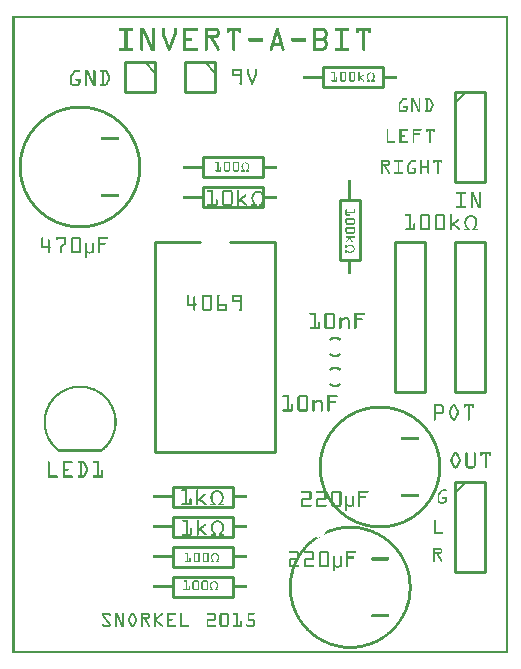
<source format=gto>
G04 MADE WITH FRITZING*
G04 WWW.FRITZING.ORG*
G04 DOUBLE SIDED*
G04 HOLES PLATED*
G04 CONTOUR ON CENTER OF CONTOUR VECTOR*
%ASAXBY*%
%FSLAX23Y23*%
%MOIN*%
%OFA0B0*%
%SFA1.0B1.0*%
%ADD10C,0.410000X0.39*%
%ADD11C,0.010000*%
%ADD12C,0.005000*%
%ADD13R,0.001000X0.001000*%
%LNSILK1*%
G90*
G70*
G54D10*
X226Y1621D03*
X1226Y621D03*
G54D11*
X476Y1371D02*
X476Y671D01*
D02*
X476Y671D02*
X876Y671D01*
D02*
X876Y671D02*
X876Y1371D01*
D02*
X476Y1371D02*
X626Y1371D01*
D02*
X726Y1371D02*
X876Y1371D01*
D02*
X1035Y1954D02*
X1235Y1954D01*
D02*
X1235Y1954D02*
X1235Y1888D01*
D02*
X1235Y1888D02*
X1035Y1888D01*
D02*
X1035Y1888D02*
X1035Y1954D01*
D02*
X1159Y1511D02*
X1159Y1311D01*
D02*
X1159Y1311D02*
X1093Y1311D01*
D02*
X1093Y1311D02*
X1093Y1511D01*
D02*
X1093Y1511D02*
X1159Y1511D01*
D02*
X635Y1654D02*
X835Y1654D01*
D02*
X835Y1654D02*
X835Y1588D01*
D02*
X835Y1588D02*
X635Y1588D01*
D02*
X635Y1588D02*
X635Y1654D01*
D02*
X535Y354D02*
X735Y354D01*
D02*
X735Y354D02*
X735Y288D01*
D02*
X735Y288D02*
X535Y288D01*
D02*
X535Y288D02*
X535Y354D01*
D02*
X635Y1554D02*
X835Y1554D01*
D02*
X835Y1554D02*
X835Y1488D01*
D02*
X835Y1488D02*
X635Y1488D01*
D02*
X635Y1488D02*
X635Y1554D01*
D02*
X535Y554D02*
X735Y554D01*
D02*
X735Y554D02*
X735Y488D01*
D02*
X735Y488D02*
X535Y488D01*
D02*
X535Y488D02*
X535Y554D01*
D02*
X535Y254D02*
X735Y254D01*
D02*
X735Y254D02*
X735Y188D01*
D02*
X735Y188D02*
X535Y188D01*
D02*
X535Y188D02*
X535Y254D01*
D02*
X535Y454D02*
X735Y454D01*
D02*
X735Y454D02*
X735Y388D01*
D02*
X735Y388D02*
X535Y388D01*
D02*
X535Y388D02*
X535Y454D01*
D02*
X1476Y1371D02*
X1476Y871D01*
D02*
X1476Y871D02*
X1576Y871D01*
D02*
X1576Y871D02*
X1576Y1371D01*
D02*
X1576Y1371D02*
X1476Y1371D01*
D02*
X1276Y1371D02*
X1276Y871D01*
D02*
X1276Y871D02*
X1376Y871D01*
D02*
X1376Y871D02*
X1376Y1371D01*
D02*
X1376Y1371D02*
X1276Y1371D01*
D02*
X1476Y571D02*
X1476Y271D01*
D02*
X1476Y271D02*
X1576Y271D01*
D02*
X1576Y271D02*
X1576Y571D01*
D02*
X1576Y571D02*
X1476Y571D01*
G54D12*
D02*
X1476Y536D02*
X1511Y571D01*
G54D11*
D02*
X1476Y1871D02*
X1476Y1571D01*
D02*
X1476Y1571D02*
X1576Y1571D01*
D02*
X1576Y1571D02*
X1576Y1871D01*
D02*
X1576Y1871D02*
X1476Y1871D01*
G54D12*
D02*
X1476Y1836D02*
X1511Y1871D01*
G54D11*
D02*
X476Y1971D02*
X376Y1971D01*
D02*
X376Y1971D02*
X376Y1871D01*
D02*
X376Y1871D02*
X476Y1871D01*
D02*
X476Y1871D02*
X476Y1971D01*
G54D12*
D02*
X441Y1971D02*
X476Y1936D01*
G54D11*
D02*
X676Y1971D02*
X576Y1971D01*
D02*
X576Y1971D02*
X576Y1871D01*
D02*
X576Y1871D02*
X676Y1871D01*
D02*
X676Y1871D02*
X676Y1971D01*
G54D12*
D02*
X641Y1971D02*
X676Y1936D01*
G54D13*
X0Y2126D02*
X1652Y2126D01*
X0Y2125D02*
X1652Y2125D01*
X0Y2124D02*
X1652Y2124D01*
X0Y2123D02*
X1652Y2123D01*
X0Y2122D02*
X1652Y2122D01*
X0Y2121D02*
X1652Y2121D01*
X0Y2120D02*
X1652Y2120D01*
X0Y2119D02*
X1652Y2119D01*
X0Y2118D02*
X7Y2118D01*
X1645Y2118D02*
X1652Y2118D01*
X0Y2117D02*
X7Y2117D01*
X1645Y2117D02*
X1652Y2117D01*
X0Y2116D02*
X7Y2116D01*
X1645Y2116D02*
X1652Y2116D01*
X0Y2115D02*
X7Y2115D01*
X1645Y2115D02*
X1652Y2115D01*
X0Y2114D02*
X7Y2114D01*
X1645Y2114D02*
X1652Y2114D01*
X0Y2113D02*
X7Y2113D01*
X1645Y2113D02*
X1652Y2113D01*
X0Y2112D02*
X7Y2112D01*
X1645Y2112D02*
X1652Y2112D01*
X0Y2111D02*
X7Y2111D01*
X1645Y2111D02*
X1652Y2111D01*
X0Y2110D02*
X7Y2110D01*
X1645Y2110D02*
X1652Y2110D01*
X0Y2109D02*
X7Y2109D01*
X1645Y2109D02*
X1652Y2109D01*
X0Y2108D02*
X7Y2108D01*
X1645Y2108D02*
X1652Y2108D01*
X0Y2107D02*
X7Y2107D01*
X1645Y2107D02*
X1652Y2107D01*
X0Y2106D02*
X7Y2106D01*
X1645Y2106D02*
X1652Y2106D01*
X0Y2105D02*
X7Y2105D01*
X1645Y2105D02*
X1652Y2105D01*
X0Y2104D02*
X7Y2104D01*
X1645Y2104D02*
X1652Y2104D01*
X0Y2103D02*
X7Y2103D01*
X1645Y2103D02*
X1652Y2103D01*
X0Y2102D02*
X7Y2102D01*
X1645Y2102D02*
X1652Y2102D01*
X0Y2101D02*
X7Y2101D01*
X1645Y2101D02*
X1652Y2101D01*
X0Y2100D02*
X7Y2100D01*
X1645Y2100D02*
X1652Y2100D01*
X0Y2099D02*
X7Y2099D01*
X1645Y2099D02*
X1652Y2099D01*
X0Y2098D02*
X7Y2098D01*
X1645Y2098D02*
X1652Y2098D01*
X0Y2097D02*
X7Y2097D01*
X1645Y2097D02*
X1652Y2097D01*
X0Y2096D02*
X7Y2096D01*
X1645Y2096D02*
X1652Y2096D01*
X0Y2095D02*
X7Y2095D01*
X1645Y2095D02*
X1652Y2095D01*
X0Y2094D02*
X7Y2094D01*
X1645Y2094D02*
X1652Y2094D01*
X0Y2093D02*
X7Y2093D01*
X1645Y2093D02*
X1652Y2093D01*
X0Y2092D02*
X7Y2092D01*
X1645Y2092D02*
X1652Y2092D01*
X0Y2091D02*
X7Y2091D01*
X1645Y2091D02*
X1652Y2091D01*
X0Y2090D02*
X7Y2090D01*
X1645Y2090D02*
X1652Y2090D01*
X0Y2089D02*
X7Y2089D01*
X1645Y2089D02*
X1652Y2089D01*
X0Y2088D02*
X7Y2088D01*
X1645Y2088D02*
X1652Y2088D01*
X0Y2087D02*
X7Y2087D01*
X1645Y2087D02*
X1652Y2087D01*
X0Y2086D02*
X7Y2086D01*
X357Y2086D02*
X399Y2086D01*
X426Y2086D02*
X438Y2086D01*
X469Y2086D02*
X471Y2086D01*
X501Y2086D02*
X503Y2086D01*
X541Y2086D02*
X543Y2086D01*
X570Y2086D02*
X615Y2086D01*
X642Y2086D02*
X678Y2086D01*
X714Y2086D02*
X762Y2086D01*
X881Y2086D02*
X883Y2086D01*
X1002Y2086D02*
X1033Y2086D01*
X1077Y2086D02*
X1119Y2086D01*
X1146Y2086D02*
X1194Y2086D01*
X1645Y2086D02*
X1652Y2086D01*
X0Y2085D02*
X7Y2085D01*
X355Y2085D02*
X401Y2085D01*
X426Y2085D02*
X439Y2085D01*
X467Y2085D02*
X473Y2085D01*
X499Y2085D02*
X505Y2085D01*
X539Y2085D02*
X545Y2085D01*
X570Y2085D02*
X617Y2085D01*
X642Y2085D02*
X681Y2085D01*
X714Y2085D02*
X762Y2085D01*
X879Y2085D02*
X885Y2085D01*
X1001Y2085D02*
X1037Y2085D01*
X1075Y2085D02*
X1120Y2085D01*
X1145Y2085D02*
X1194Y2085D01*
X1645Y2085D02*
X1652Y2085D01*
X0Y2084D02*
X7Y2084D01*
X355Y2084D02*
X402Y2084D01*
X426Y2084D02*
X439Y2084D01*
X466Y2084D02*
X474Y2084D01*
X499Y2084D02*
X506Y2084D01*
X538Y2084D02*
X546Y2084D01*
X570Y2084D02*
X617Y2084D01*
X642Y2084D02*
X683Y2084D01*
X714Y2084D02*
X762Y2084D01*
X878Y2084D02*
X886Y2084D01*
X1001Y2084D02*
X1039Y2084D01*
X1074Y2084D02*
X1121Y2084D01*
X1145Y2084D02*
X1194Y2084D01*
X1645Y2084D02*
X1652Y2084D01*
X0Y2083D02*
X7Y2083D01*
X354Y2083D02*
X402Y2083D01*
X426Y2083D02*
X439Y2083D01*
X466Y2083D02*
X474Y2083D01*
X498Y2083D02*
X506Y2083D01*
X538Y2083D02*
X546Y2083D01*
X570Y2083D02*
X618Y2083D01*
X642Y2083D02*
X684Y2083D01*
X714Y2083D02*
X762Y2083D01*
X878Y2083D02*
X886Y2083D01*
X1001Y2083D02*
X1041Y2083D01*
X1074Y2083D02*
X1122Y2083D01*
X1145Y2083D02*
X1194Y2083D01*
X1645Y2083D02*
X1652Y2083D01*
X0Y2082D02*
X7Y2082D01*
X354Y2082D02*
X402Y2082D01*
X426Y2082D02*
X440Y2082D01*
X465Y2082D02*
X474Y2082D01*
X498Y2082D02*
X507Y2082D01*
X537Y2082D02*
X546Y2082D01*
X570Y2082D02*
X618Y2082D01*
X642Y2082D02*
X686Y2082D01*
X714Y2082D02*
X762Y2082D01*
X877Y2082D02*
X886Y2082D01*
X1001Y2082D02*
X1042Y2082D01*
X1074Y2082D02*
X1122Y2082D01*
X1145Y2082D02*
X1194Y2082D01*
X1645Y2082D02*
X1652Y2082D01*
X0Y2081D02*
X7Y2081D01*
X354Y2081D02*
X402Y2081D01*
X426Y2081D02*
X440Y2081D01*
X465Y2081D02*
X474Y2081D01*
X498Y2081D02*
X507Y2081D01*
X537Y2081D02*
X546Y2081D01*
X570Y2081D02*
X618Y2081D01*
X642Y2081D02*
X687Y2081D01*
X714Y2081D02*
X762Y2081D01*
X877Y2081D02*
X887Y2081D01*
X1001Y2081D02*
X1043Y2081D01*
X1074Y2081D02*
X1122Y2081D01*
X1145Y2081D02*
X1194Y2081D01*
X1645Y2081D02*
X1652Y2081D01*
X0Y2080D02*
X7Y2080D01*
X354Y2080D02*
X402Y2080D01*
X426Y2080D02*
X441Y2080D01*
X465Y2080D02*
X474Y2080D01*
X498Y2080D02*
X507Y2080D01*
X537Y2080D02*
X546Y2080D01*
X570Y2080D02*
X618Y2080D01*
X642Y2080D02*
X687Y2080D01*
X714Y2080D02*
X762Y2080D01*
X877Y2080D02*
X887Y2080D01*
X1001Y2080D02*
X1045Y2080D01*
X1074Y2080D02*
X1122Y2080D01*
X1145Y2080D02*
X1194Y2080D01*
X1645Y2080D02*
X1652Y2080D01*
X0Y2079D02*
X7Y2079D01*
X354Y2079D02*
X402Y2079D01*
X426Y2079D02*
X441Y2079D01*
X465Y2079D02*
X474Y2079D01*
X498Y2079D02*
X507Y2079D01*
X537Y2079D02*
X546Y2079D01*
X570Y2079D02*
X618Y2079D01*
X642Y2079D02*
X688Y2079D01*
X714Y2079D02*
X762Y2079D01*
X876Y2079D02*
X887Y2079D01*
X1001Y2079D02*
X1045Y2079D01*
X1074Y2079D02*
X1122Y2079D01*
X1145Y2079D02*
X1194Y2079D01*
X1645Y2079D02*
X1652Y2079D01*
X0Y2078D02*
X7Y2078D01*
X355Y2078D02*
X401Y2078D01*
X426Y2078D02*
X442Y2078D01*
X465Y2078D02*
X474Y2078D01*
X498Y2078D02*
X507Y2078D01*
X537Y2078D02*
X546Y2078D01*
X570Y2078D02*
X617Y2078D01*
X642Y2078D02*
X689Y2078D01*
X714Y2078D02*
X762Y2078D01*
X876Y2078D02*
X888Y2078D01*
X1001Y2078D02*
X1046Y2078D01*
X1075Y2078D02*
X1121Y2078D01*
X1145Y2078D02*
X1194Y2078D01*
X1645Y2078D02*
X1652Y2078D01*
X0Y2077D02*
X7Y2077D01*
X356Y2077D02*
X400Y2077D01*
X426Y2077D02*
X442Y2077D01*
X465Y2077D02*
X474Y2077D01*
X498Y2077D02*
X507Y2077D01*
X537Y2077D02*
X546Y2077D01*
X570Y2077D02*
X616Y2077D01*
X642Y2077D02*
X689Y2077D01*
X714Y2077D02*
X762Y2077D01*
X876Y2077D02*
X888Y2077D01*
X1001Y2077D02*
X1047Y2077D01*
X1076Y2077D02*
X1120Y2077D01*
X1145Y2077D02*
X1194Y2077D01*
X1645Y2077D02*
X1652Y2077D01*
X0Y2076D02*
X7Y2076D01*
X373Y2076D02*
X383Y2076D01*
X426Y2076D02*
X442Y2076D01*
X465Y2076D02*
X474Y2076D01*
X498Y2076D02*
X507Y2076D01*
X537Y2076D02*
X546Y2076D01*
X570Y2076D02*
X579Y2076D01*
X642Y2076D02*
X651Y2076D01*
X677Y2076D02*
X690Y2076D01*
X714Y2076D02*
X723Y2076D01*
X733Y2076D02*
X743Y2076D01*
X753Y2076D02*
X762Y2076D01*
X876Y2076D02*
X888Y2076D01*
X1001Y2076D02*
X1011Y2076D01*
X1033Y2076D02*
X1048Y2076D01*
X1093Y2076D02*
X1103Y2076D01*
X1145Y2076D02*
X1155Y2076D01*
X1165Y2076D02*
X1175Y2076D01*
X1185Y2076D02*
X1194Y2076D01*
X1645Y2076D02*
X1652Y2076D01*
X0Y2075D02*
X7Y2075D01*
X373Y2075D02*
X383Y2075D01*
X426Y2075D02*
X443Y2075D01*
X465Y2075D02*
X474Y2075D01*
X498Y2075D02*
X507Y2075D01*
X537Y2075D02*
X546Y2075D01*
X570Y2075D02*
X579Y2075D01*
X642Y2075D02*
X651Y2075D01*
X679Y2075D02*
X690Y2075D01*
X714Y2075D02*
X723Y2075D01*
X733Y2075D02*
X742Y2075D01*
X753Y2075D02*
X762Y2075D01*
X875Y2075D02*
X888Y2075D01*
X1001Y2075D02*
X1011Y2075D01*
X1036Y2075D02*
X1048Y2075D01*
X1093Y2075D02*
X1102Y2075D01*
X1145Y2075D02*
X1155Y2075D01*
X1165Y2075D02*
X1174Y2075D01*
X1185Y2075D02*
X1194Y2075D01*
X1645Y2075D02*
X1652Y2075D01*
X0Y2074D02*
X7Y2074D01*
X373Y2074D02*
X383Y2074D01*
X426Y2074D02*
X443Y2074D01*
X465Y2074D02*
X474Y2074D01*
X498Y2074D02*
X507Y2074D01*
X537Y2074D02*
X546Y2074D01*
X570Y2074D02*
X579Y2074D01*
X642Y2074D02*
X651Y2074D01*
X680Y2074D02*
X690Y2074D01*
X714Y2074D02*
X723Y2074D01*
X733Y2074D02*
X742Y2074D01*
X753Y2074D02*
X762Y2074D01*
X875Y2074D02*
X889Y2074D01*
X1001Y2074D02*
X1011Y2074D01*
X1037Y2074D02*
X1049Y2074D01*
X1093Y2074D02*
X1102Y2074D01*
X1145Y2074D02*
X1155Y2074D01*
X1165Y2074D02*
X1174Y2074D01*
X1185Y2074D02*
X1194Y2074D01*
X1645Y2074D02*
X1652Y2074D01*
X0Y2073D02*
X7Y2073D01*
X373Y2073D02*
X383Y2073D01*
X426Y2073D02*
X444Y2073D01*
X465Y2073D02*
X474Y2073D01*
X498Y2073D02*
X507Y2073D01*
X537Y2073D02*
X546Y2073D01*
X570Y2073D02*
X579Y2073D01*
X642Y2073D02*
X651Y2073D01*
X681Y2073D02*
X690Y2073D01*
X714Y2073D02*
X723Y2073D01*
X733Y2073D02*
X742Y2073D01*
X753Y2073D02*
X762Y2073D01*
X875Y2073D02*
X889Y2073D01*
X1001Y2073D02*
X1011Y2073D01*
X1038Y2073D02*
X1049Y2073D01*
X1093Y2073D02*
X1102Y2073D01*
X1145Y2073D02*
X1155Y2073D01*
X1165Y2073D02*
X1174Y2073D01*
X1185Y2073D02*
X1194Y2073D01*
X1645Y2073D02*
X1652Y2073D01*
X0Y2072D02*
X7Y2072D01*
X373Y2072D02*
X383Y2072D01*
X426Y2072D02*
X444Y2072D01*
X465Y2072D02*
X474Y2072D01*
X498Y2072D02*
X507Y2072D01*
X537Y2072D02*
X546Y2072D01*
X570Y2072D02*
X579Y2072D01*
X642Y2072D02*
X651Y2072D01*
X681Y2072D02*
X690Y2072D01*
X714Y2072D02*
X723Y2072D01*
X733Y2072D02*
X742Y2072D01*
X753Y2072D02*
X762Y2072D01*
X874Y2072D02*
X889Y2072D01*
X1001Y2072D02*
X1011Y2072D01*
X1039Y2072D02*
X1049Y2072D01*
X1093Y2072D02*
X1102Y2072D01*
X1146Y2072D02*
X1154Y2072D01*
X1165Y2072D02*
X1174Y2072D01*
X1185Y2072D02*
X1194Y2072D01*
X1645Y2072D02*
X1652Y2072D01*
X0Y2071D02*
X7Y2071D01*
X373Y2071D02*
X383Y2071D01*
X426Y2071D02*
X445Y2071D01*
X465Y2071D02*
X474Y2071D01*
X498Y2071D02*
X507Y2071D01*
X537Y2071D02*
X546Y2071D01*
X570Y2071D02*
X579Y2071D01*
X642Y2071D02*
X651Y2071D01*
X681Y2071D02*
X690Y2071D01*
X714Y2071D02*
X722Y2071D01*
X733Y2071D02*
X742Y2071D01*
X754Y2071D02*
X762Y2071D01*
X874Y2071D02*
X890Y2071D01*
X1001Y2071D02*
X1011Y2071D01*
X1040Y2071D02*
X1050Y2071D01*
X1093Y2071D02*
X1102Y2071D01*
X1146Y2071D02*
X1154Y2071D01*
X1165Y2071D02*
X1174Y2071D01*
X1185Y2071D02*
X1194Y2071D01*
X1645Y2071D02*
X1652Y2071D01*
X0Y2070D02*
X7Y2070D01*
X373Y2070D02*
X383Y2070D01*
X426Y2070D02*
X445Y2070D01*
X465Y2070D02*
X474Y2070D01*
X498Y2070D02*
X507Y2070D01*
X537Y2070D02*
X546Y2070D01*
X570Y2070D02*
X579Y2070D01*
X642Y2070D02*
X651Y2070D01*
X681Y2070D02*
X690Y2070D01*
X715Y2070D02*
X722Y2070D01*
X733Y2070D02*
X742Y2070D01*
X754Y2070D02*
X761Y2070D01*
X874Y2070D02*
X890Y2070D01*
X1001Y2070D02*
X1011Y2070D01*
X1040Y2070D02*
X1050Y2070D01*
X1093Y2070D02*
X1102Y2070D01*
X1146Y2070D02*
X1154Y2070D01*
X1165Y2070D02*
X1174Y2070D01*
X1186Y2070D02*
X1193Y2070D01*
X1645Y2070D02*
X1652Y2070D01*
X0Y2069D02*
X7Y2069D01*
X373Y2069D02*
X383Y2069D01*
X426Y2069D02*
X446Y2069D01*
X465Y2069D02*
X474Y2069D01*
X498Y2069D02*
X507Y2069D01*
X537Y2069D02*
X546Y2069D01*
X570Y2069D02*
X579Y2069D01*
X642Y2069D02*
X651Y2069D01*
X681Y2069D02*
X690Y2069D01*
X715Y2069D02*
X721Y2069D01*
X733Y2069D02*
X742Y2069D01*
X755Y2069D02*
X761Y2069D01*
X874Y2069D02*
X890Y2069D01*
X1001Y2069D02*
X1011Y2069D01*
X1041Y2069D02*
X1050Y2069D01*
X1093Y2069D02*
X1102Y2069D01*
X1147Y2069D02*
X1153Y2069D01*
X1165Y2069D02*
X1174Y2069D01*
X1187Y2069D02*
X1192Y2069D01*
X1645Y2069D02*
X1652Y2069D01*
X0Y2068D02*
X7Y2068D01*
X373Y2068D02*
X383Y2068D01*
X426Y2068D02*
X446Y2068D01*
X465Y2068D02*
X474Y2068D01*
X498Y2068D02*
X507Y2068D01*
X537Y2068D02*
X546Y2068D01*
X570Y2068D02*
X579Y2068D01*
X642Y2068D02*
X651Y2068D01*
X681Y2068D02*
X690Y2068D01*
X717Y2068D02*
X719Y2068D01*
X733Y2068D02*
X742Y2068D01*
X757Y2068D02*
X759Y2068D01*
X873Y2068D02*
X891Y2068D01*
X1001Y2068D02*
X1011Y2068D01*
X1041Y2068D02*
X1050Y2068D01*
X1093Y2068D02*
X1102Y2068D01*
X1149Y2068D02*
X1151Y2068D01*
X1165Y2068D02*
X1174Y2068D01*
X1189Y2068D02*
X1191Y2068D01*
X1645Y2068D02*
X1652Y2068D01*
X0Y2067D02*
X7Y2067D01*
X373Y2067D02*
X383Y2067D01*
X426Y2067D02*
X446Y2067D01*
X465Y2067D02*
X474Y2067D01*
X498Y2067D02*
X507Y2067D01*
X537Y2067D02*
X546Y2067D01*
X570Y2067D02*
X579Y2067D01*
X642Y2067D02*
X651Y2067D01*
X681Y2067D02*
X690Y2067D01*
X733Y2067D02*
X742Y2067D01*
X873Y2067D02*
X891Y2067D01*
X1001Y2067D02*
X1011Y2067D01*
X1041Y2067D02*
X1050Y2067D01*
X1093Y2067D02*
X1102Y2067D01*
X1165Y2067D02*
X1174Y2067D01*
X1645Y2067D02*
X1652Y2067D01*
X0Y2066D02*
X7Y2066D01*
X373Y2066D02*
X383Y2066D01*
X426Y2066D02*
X435Y2066D01*
X437Y2066D02*
X447Y2066D01*
X465Y2066D02*
X474Y2066D01*
X498Y2066D02*
X507Y2066D01*
X537Y2066D02*
X546Y2066D01*
X570Y2066D02*
X579Y2066D01*
X642Y2066D02*
X651Y2066D01*
X681Y2066D02*
X690Y2066D01*
X733Y2066D02*
X742Y2066D01*
X873Y2066D02*
X891Y2066D01*
X1001Y2066D02*
X1011Y2066D01*
X1041Y2066D02*
X1050Y2066D01*
X1093Y2066D02*
X1102Y2066D01*
X1165Y2066D02*
X1174Y2066D01*
X1645Y2066D02*
X1652Y2066D01*
X0Y2065D02*
X7Y2065D01*
X373Y2065D02*
X383Y2065D01*
X426Y2065D02*
X435Y2065D01*
X437Y2065D02*
X447Y2065D01*
X465Y2065D02*
X474Y2065D01*
X498Y2065D02*
X507Y2065D01*
X537Y2065D02*
X546Y2065D01*
X570Y2065D02*
X579Y2065D01*
X642Y2065D02*
X651Y2065D01*
X681Y2065D02*
X690Y2065D01*
X733Y2065D02*
X742Y2065D01*
X872Y2065D02*
X891Y2065D01*
X1001Y2065D02*
X1011Y2065D01*
X1041Y2065D02*
X1050Y2065D01*
X1093Y2065D02*
X1102Y2065D01*
X1165Y2065D02*
X1174Y2065D01*
X1645Y2065D02*
X1652Y2065D01*
X0Y2064D02*
X7Y2064D01*
X373Y2064D02*
X383Y2064D01*
X426Y2064D02*
X435Y2064D01*
X438Y2064D02*
X448Y2064D01*
X465Y2064D02*
X474Y2064D01*
X498Y2064D02*
X507Y2064D01*
X537Y2064D02*
X546Y2064D01*
X570Y2064D02*
X579Y2064D01*
X642Y2064D02*
X651Y2064D01*
X681Y2064D02*
X690Y2064D01*
X733Y2064D02*
X742Y2064D01*
X872Y2064D02*
X892Y2064D01*
X1001Y2064D02*
X1011Y2064D01*
X1041Y2064D02*
X1050Y2064D01*
X1093Y2064D02*
X1102Y2064D01*
X1165Y2064D02*
X1174Y2064D01*
X1645Y2064D02*
X1652Y2064D01*
X0Y2063D02*
X7Y2063D01*
X373Y2063D02*
X383Y2063D01*
X426Y2063D02*
X435Y2063D01*
X438Y2063D02*
X448Y2063D01*
X465Y2063D02*
X474Y2063D01*
X498Y2063D02*
X508Y2063D01*
X536Y2063D02*
X546Y2063D01*
X570Y2063D02*
X579Y2063D01*
X642Y2063D02*
X651Y2063D01*
X680Y2063D02*
X690Y2063D01*
X733Y2063D02*
X742Y2063D01*
X872Y2063D02*
X892Y2063D01*
X1001Y2063D02*
X1011Y2063D01*
X1041Y2063D02*
X1050Y2063D01*
X1093Y2063D02*
X1102Y2063D01*
X1165Y2063D02*
X1174Y2063D01*
X1645Y2063D02*
X1652Y2063D01*
X0Y2062D02*
X7Y2062D01*
X373Y2062D02*
X383Y2062D01*
X426Y2062D02*
X435Y2062D01*
X439Y2062D02*
X449Y2062D01*
X465Y2062D02*
X474Y2062D01*
X498Y2062D02*
X508Y2062D01*
X536Y2062D02*
X546Y2062D01*
X570Y2062D02*
X579Y2062D01*
X642Y2062D02*
X651Y2062D01*
X679Y2062D02*
X690Y2062D01*
X733Y2062D02*
X742Y2062D01*
X871Y2062D02*
X881Y2062D01*
X883Y2062D02*
X892Y2062D01*
X1001Y2062D02*
X1011Y2062D01*
X1041Y2062D02*
X1050Y2062D01*
X1093Y2062D02*
X1102Y2062D01*
X1165Y2062D02*
X1174Y2062D01*
X1645Y2062D02*
X1652Y2062D01*
X0Y2061D02*
X7Y2061D01*
X373Y2061D02*
X383Y2061D01*
X426Y2061D02*
X435Y2061D01*
X439Y2061D02*
X449Y2061D01*
X465Y2061D02*
X474Y2061D01*
X499Y2061D02*
X508Y2061D01*
X536Y2061D02*
X546Y2061D01*
X570Y2061D02*
X579Y2061D01*
X642Y2061D02*
X651Y2061D01*
X677Y2061D02*
X690Y2061D01*
X733Y2061D02*
X742Y2061D01*
X871Y2061D02*
X881Y2061D01*
X883Y2061D02*
X893Y2061D01*
X1001Y2061D02*
X1011Y2061D01*
X1041Y2061D02*
X1050Y2061D01*
X1093Y2061D02*
X1102Y2061D01*
X1165Y2061D02*
X1174Y2061D01*
X1645Y2061D02*
X1652Y2061D01*
X0Y2060D02*
X7Y2060D01*
X373Y2060D02*
X383Y2060D01*
X426Y2060D02*
X435Y2060D01*
X439Y2060D02*
X450Y2060D01*
X465Y2060D02*
X474Y2060D01*
X499Y2060D02*
X509Y2060D01*
X535Y2060D02*
X545Y2060D01*
X570Y2060D02*
X579Y2060D01*
X642Y2060D02*
X689Y2060D01*
X733Y2060D02*
X742Y2060D01*
X871Y2060D02*
X880Y2060D01*
X883Y2060D02*
X893Y2060D01*
X1001Y2060D02*
X1011Y2060D01*
X1041Y2060D02*
X1050Y2060D01*
X1093Y2060D02*
X1102Y2060D01*
X1165Y2060D02*
X1174Y2060D01*
X1645Y2060D02*
X1652Y2060D01*
X0Y2059D02*
X7Y2059D01*
X373Y2059D02*
X383Y2059D01*
X426Y2059D02*
X435Y2059D01*
X440Y2059D02*
X450Y2059D01*
X465Y2059D02*
X474Y2059D01*
X499Y2059D02*
X509Y2059D01*
X535Y2059D02*
X545Y2059D01*
X570Y2059D02*
X579Y2059D01*
X642Y2059D02*
X689Y2059D01*
X733Y2059D02*
X742Y2059D01*
X871Y2059D02*
X880Y2059D01*
X884Y2059D02*
X893Y2059D01*
X1001Y2059D02*
X1011Y2059D01*
X1041Y2059D02*
X1050Y2059D01*
X1093Y2059D02*
X1102Y2059D01*
X1165Y2059D02*
X1174Y2059D01*
X1645Y2059D02*
X1652Y2059D01*
X0Y2058D02*
X7Y2058D01*
X373Y2058D02*
X383Y2058D01*
X426Y2058D02*
X435Y2058D01*
X440Y2058D02*
X450Y2058D01*
X465Y2058D02*
X474Y2058D01*
X500Y2058D02*
X510Y2058D01*
X535Y2058D02*
X544Y2058D01*
X570Y2058D02*
X579Y2058D01*
X642Y2058D02*
X688Y2058D01*
X733Y2058D02*
X742Y2058D01*
X870Y2058D02*
X880Y2058D01*
X884Y2058D02*
X893Y2058D01*
X1001Y2058D02*
X1011Y2058D01*
X1040Y2058D02*
X1050Y2058D01*
X1093Y2058D02*
X1102Y2058D01*
X1165Y2058D02*
X1174Y2058D01*
X1645Y2058D02*
X1652Y2058D01*
X0Y2057D02*
X7Y2057D01*
X373Y2057D02*
X383Y2057D01*
X426Y2057D02*
X435Y2057D01*
X441Y2057D02*
X451Y2057D01*
X465Y2057D02*
X474Y2057D01*
X500Y2057D02*
X510Y2057D01*
X534Y2057D02*
X544Y2057D01*
X570Y2057D02*
X579Y2057D01*
X642Y2057D02*
X687Y2057D01*
X733Y2057D02*
X742Y2057D01*
X870Y2057D02*
X880Y2057D01*
X884Y2057D02*
X894Y2057D01*
X1001Y2057D02*
X1011Y2057D01*
X1039Y2057D02*
X1049Y2057D01*
X1093Y2057D02*
X1102Y2057D01*
X1165Y2057D02*
X1174Y2057D01*
X1645Y2057D02*
X1652Y2057D01*
X0Y2056D02*
X7Y2056D01*
X373Y2056D02*
X383Y2056D01*
X426Y2056D02*
X435Y2056D01*
X441Y2056D02*
X451Y2056D01*
X465Y2056D02*
X474Y2056D01*
X500Y2056D02*
X510Y2056D01*
X534Y2056D02*
X544Y2056D01*
X570Y2056D02*
X579Y2056D01*
X642Y2056D02*
X687Y2056D01*
X733Y2056D02*
X742Y2056D01*
X870Y2056D02*
X879Y2056D01*
X884Y2056D02*
X894Y2056D01*
X1001Y2056D02*
X1011Y2056D01*
X1039Y2056D02*
X1049Y2056D01*
X1093Y2056D02*
X1102Y2056D01*
X1165Y2056D02*
X1174Y2056D01*
X1645Y2056D02*
X1652Y2056D01*
X0Y2055D02*
X7Y2055D01*
X373Y2055D02*
X383Y2055D01*
X426Y2055D02*
X435Y2055D01*
X442Y2055D02*
X452Y2055D01*
X465Y2055D02*
X474Y2055D01*
X501Y2055D02*
X511Y2055D01*
X533Y2055D02*
X543Y2055D01*
X570Y2055D02*
X579Y2055D01*
X642Y2055D02*
X686Y2055D01*
X733Y2055D02*
X742Y2055D01*
X869Y2055D02*
X879Y2055D01*
X885Y2055D02*
X894Y2055D01*
X1001Y2055D02*
X1011Y2055D01*
X1038Y2055D02*
X1049Y2055D01*
X1093Y2055D02*
X1102Y2055D01*
X1165Y2055D02*
X1174Y2055D01*
X1645Y2055D02*
X1652Y2055D01*
X0Y2054D02*
X7Y2054D01*
X373Y2054D02*
X383Y2054D01*
X426Y2054D02*
X435Y2054D01*
X442Y2054D02*
X452Y2054D01*
X465Y2054D02*
X474Y2054D01*
X501Y2054D02*
X511Y2054D01*
X533Y2054D02*
X543Y2054D01*
X570Y2054D02*
X579Y2054D01*
X642Y2054D02*
X684Y2054D01*
X733Y2054D02*
X742Y2054D01*
X869Y2054D02*
X879Y2054D01*
X885Y2054D02*
X895Y2054D01*
X1001Y2054D02*
X1011Y2054D01*
X1036Y2054D02*
X1048Y2054D01*
X1093Y2054D02*
X1102Y2054D01*
X1165Y2054D02*
X1174Y2054D01*
X1645Y2054D02*
X1652Y2054D01*
X0Y2053D02*
X7Y2053D01*
X373Y2053D02*
X383Y2053D01*
X426Y2053D02*
X435Y2053D01*
X442Y2053D02*
X453Y2053D01*
X465Y2053D02*
X474Y2053D01*
X502Y2053D02*
X512Y2053D01*
X533Y2053D02*
X542Y2053D01*
X570Y2053D02*
X579Y2053D01*
X642Y2053D02*
X683Y2053D01*
X733Y2053D02*
X742Y2053D01*
X869Y2053D02*
X878Y2053D01*
X885Y2053D02*
X895Y2053D01*
X1001Y2053D02*
X1011Y2053D01*
X1034Y2053D02*
X1048Y2053D01*
X1093Y2053D02*
X1102Y2053D01*
X1165Y2053D02*
X1174Y2053D01*
X1645Y2053D02*
X1652Y2053D01*
X0Y2052D02*
X7Y2052D01*
X373Y2052D02*
X383Y2052D01*
X426Y2052D02*
X435Y2052D01*
X443Y2052D02*
X453Y2052D01*
X465Y2052D02*
X474Y2052D01*
X502Y2052D02*
X512Y2052D01*
X532Y2052D02*
X542Y2052D01*
X570Y2052D02*
X595Y2052D01*
X642Y2052D02*
X681Y2052D01*
X733Y2052D02*
X742Y2052D01*
X789Y2052D02*
X831Y2052D01*
X869Y2052D02*
X878Y2052D01*
X886Y2052D02*
X895Y2052D01*
X933Y2052D02*
X975Y2052D01*
X1001Y2052D02*
X1047Y2052D01*
X1093Y2052D02*
X1102Y2052D01*
X1165Y2052D02*
X1174Y2052D01*
X1645Y2052D02*
X1652Y2052D01*
X0Y2051D02*
X7Y2051D01*
X373Y2051D02*
X383Y2051D01*
X426Y2051D02*
X435Y2051D01*
X443Y2051D02*
X453Y2051D01*
X465Y2051D02*
X474Y2051D01*
X502Y2051D02*
X512Y2051D01*
X532Y2051D02*
X542Y2051D01*
X570Y2051D02*
X597Y2051D01*
X642Y2051D02*
X678Y2051D01*
X733Y2051D02*
X742Y2051D01*
X787Y2051D02*
X833Y2051D01*
X868Y2051D02*
X878Y2051D01*
X886Y2051D02*
X895Y2051D01*
X931Y2051D02*
X977Y2051D01*
X1001Y2051D02*
X1047Y2051D01*
X1093Y2051D02*
X1102Y2051D01*
X1165Y2051D02*
X1174Y2051D01*
X1645Y2051D02*
X1652Y2051D01*
X0Y2050D02*
X7Y2050D01*
X373Y2050D02*
X383Y2050D01*
X426Y2050D02*
X435Y2050D01*
X444Y2050D02*
X454Y2050D01*
X465Y2050D02*
X474Y2050D01*
X503Y2050D02*
X513Y2050D01*
X531Y2050D02*
X541Y2050D01*
X570Y2050D02*
X598Y2050D01*
X642Y2050D02*
X651Y2050D01*
X659Y2050D02*
X670Y2050D01*
X733Y2050D02*
X742Y2050D01*
X786Y2050D02*
X833Y2050D01*
X868Y2050D02*
X877Y2050D01*
X886Y2050D02*
X896Y2050D01*
X930Y2050D02*
X977Y2050D01*
X1001Y2050D02*
X1046Y2050D01*
X1093Y2050D02*
X1102Y2050D01*
X1165Y2050D02*
X1174Y2050D01*
X1645Y2050D02*
X1652Y2050D01*
X0Y2049D02*
X7Y2049D01*
X373Y2049D02*
X383Y2049D01*
X426Y2049D02*
X435Y2049D01*
X444Y2049D02*
X454Y2049D01*
X465Y2049D02*
X474Y2049D01*
X503Y2049D02*
X513Y2049D01*
X531Y2049D02*
X541Y2049D01*
X570Y2049D02*
X598Y2049D01*
X642Y2049D02*
X651Y2049D01*
X660Y2049D02*
X670Y2049D01*
X733Y2049D02*
X742Y2049D01*
X786Y2049D02*
X834Y2049D01*
X868Y2049D02*
X877Y2049D01*
X887Y2049D02*
X896Y2049D01*
X930Y2049D02*
X978Y2049D01*
X1001Y2049D02*
X1045Y2049D01*
X1093Y2049D02*
X1102Y2049D01*
X1165Y2049D02*
X1174Y2049D01*
X1645Y2049D02*
X1652Y2049D01*
X0Y2048D02*
X7Y2048D01*
X373Y2048D02*
X383Y2048D01*
X426Y2048D02*
X435Y2048D01*
X445Y2048D02*
X455Y2048D01*
X465Y2048D02*
X474Y2048D01*
X504Y2048D02*
X513Y2048D01*
X531Y2048D02*
X540Y2048D01*
X570Y2048D02*
X598Y2048D01*
X642Y2048D02*
X651Y2048D01*
X660Y2048D02*
X671Y2048D01*
X733Y2048D02*
X742Y2048D01*
X786Y2048D02*
X834Y2048D01*
X867Y2048D02*
X877Y2048D01*
X887Y2048D02*
X896Y2048D01*
X930Y2048D02*
X978Y2048D01*
X1001Y2048D02*
X1044Y2048D01*
X1093Y2048D02*
X1102Y2048D01*
X1165Y2048D02*
X1174Y2048D01*
X1645Y2048D02*
X1652Y2048D01*
X0Y2047D02*
X7Y2047D01*
X373Y2047D02*
X383Y2047D01*
X426Y2047D02*
X435Y2047D01*
X445Y2047D02*
X455Y2047D01*
X465Y2047D02*
X474Y2047D01*
X504Y2047D02*
X514Y2047D01*
X530Y2047D02*
X540Y2047D01*
X570Y2047D02*
X598Y2047D01*
X642Y2047D02*
X651Y2047D01*
X661Y2047D02*
X672Y2047D01*
X733Y2047D02*
X742Y2047D01*
X786Y2047D02*
X834Y2047D01*
X867Y2047D02*
X877Y2047D01*
X887Y2047D02*
X897Y2047D01*
X930Y2047D02*
X978Y2047D01*
X1001Y2047D02*
X1044Y2047D01*
X1093Y2047D02*
X1102Y2047D01*
X1165Y2047D02*
X1174Y2047D01*
X1645Y2047D02*
X1652Y2047D01*
X0Y2046D02*
X7Y2046D01*
X373Y2046D02*
X383Y2046D01*
X426Y2046D02*
X435Y2046D01*
X446Y2046D02*
X456Y2046D01*
X465Y2046D02*
X474Y2046D01*
X504Y2046D02*
X514Y2046D01*
X530Y2046D02*
X540Y2046D01*
X570Y2046D02*
X598Y2046D01*
X642Y2046D02*
X651Y2046D01*
X661Y2046D02*
X672Y2046D01*
X733Y2046D02*
X742Y2046D01*
X786Y2046D02*
X834Y2046D01*
X867Y2046D02*
X876Y2046D01*
X887Y2046D02*
X897Y2046D01*
X930Y2046D02*
X978Y2046D01*
X1001Y2046D02*
X1045Y2046D01*
X1093Y2046D02*
X1102Y2046D01*
X1165Y2046D02*
X1174Y2046D01*
X1645Y2046D02*
X1652Y2046D01*
X0Y2045D02*
X7Y2045D01*
X373Y2045D02*
X383Y2045D01*
X426Y2045D02*
X435Y2045D01*
X446Y2045D02*
X456Y2045D01*
X465Y2045D02*
X474Y2045D01*
X505Y2045D02*
X515Y2045D01*
X529Y2045D02*
X539Y2045D01*
X570Y2045D02*
X598Y2045D01*
X642Y2045D02*
X651Y2045D01*
X662Y2045D02*
X673Y2045D01*
X733Y2045D02*
X742Y2045D01*
X786Y2045D02*
X834Y2045D01*
X866Y2045D02*
X876Y2045D01*
X888Y2045D02*
X897Y2045D01*
X930Y2045D02*
X978Y2045D01*
X1001Y2045D02*
X1045Y2045D01*
X1093Y2045D02*
X1102Y2045D01*
X1165Y2045D02*
X1174Y2045D01*
X1645Y2045D02*
X1652Y2045D01*
X0Y2044D02*
X7Y2044D01*
X373Y2044D02*
X383Y2044D01*
X426Y2044D02*
X435Y2044D01*
X446Y2044D02*
X457Y2044D01*
X465Y2044D02*
X474Y2044D01*
X505Y2044D02*
X515Y2044D01*
X529Y2044D02*
X539Y2044D01*
X570Y2044D02*
X597Y2044D01*
X642Y2044D02*
X651Y2044D01*
X663Y2044D02*
X673Y2044D01*
X733Y2044D02*
X742Y2044D01*
X786Y2044D02*
X834Y2044D01*
X866Y2044D02*
X876Y2044D01*
X888Y2044D02*
X898Y2044D01*
X930Y2044D02*
X978Y2044D01*
X1001Y2044D02*
X1046Y2044D01*
X1093Y2044D02*
X1102Y2044D01*
X1165Y2044D02*
X1174Y2044D01*
X1645Y2044D02*
X1652Y2044D01*
X0Y2043D02*
X7Y2043D01*
X373Y2043D02*
X383Y2043D01*
X426Y2043D02*
X435Y2043D01*
X447Y2043D02*
X457Y2043D01*
X465Y2043D02*
X474Y2043D01*
X506Y2043D02*
X515Y2043D01*
X529Y2043D02*
X539Y2043D01*
X570Y2043D02*
X596Y2043D01*
X642Y2043D02*
X651Y2043D01*
X663Y2043D02*
X674Y2043D01*
X733Y2043D02*
X742Y2043D01*
X786Y2043D02*
X834Y2043D01*
X866Y2043D02*
X875Y2043D01*
X888Y2043D02*
X898Y2043D01*
X930Y2043D02*
X978Y2043D01*
X1001Y2043D02*
X1047Y2043D01*
X1093Y2043D02*
X1102Y2043D01*
X1165Y2043D02*
X1174Y2043D01*
X1645Y2043D02*
X1652Y2043D01*
X0Y2042D02*
X7Y2042D01*
X373Y2042D02*
X383Y2042D01*
X426Y2042D02*
X435Y2042D01*
X447Y2042D02*
X457Y2042D01*
X465Y2042D02*
X474Y2042D01*
X506Y2042D02*
X516Y2042D01*
X528Y2042D02*
X538Y2042D01*
X570Y2042D02*
X579Y2042D01*
X642Y2042D02*
X651Y2042D01*
X664Y2042D02*
X674Y2042D01*
X733Y2042D02*
X742Y2042D01*
X786Y2042D02*
X834Y2042D01*
X866Y2042D02*
X875Y2042D01*
X889Y2042D02*
X898Y2042D01*
X930Y2042D02*
X978Y2042D01*
X1001Y2042D02*
X1011Y2042D01*
X1034Y2042D02*
X1048Y2042D01*
X1093Y2042D02*
X1102Y2042D01*
X1165Y2042D02*
X1174Y2042D01*
X1645Y2042D02*
X1652Y2042D01*
X0Y2041D02*
X7Y2041D01*
X373Y2041D02*
X383Y2041D01*
X426Y2041D02*
X435Y2041D01*
X448Y2041D02*
X458Y2041D01*
X465Y2041D02*
X474Y2041D01*
X506Y2041D02*
X516Y2041D01*
X528Y2041D02*
X538Y2041D01*
X570Y2041D02*
X579Y2041D01*
X642Y2041D02*
X651Y2041D01*
X664Y2041D02*
X675Y2041D01*
X733Y2041D02*
X742Y2041D01*
X786Y2041D02*
X834Y2041D01*
X865Y2041D02*
X875Y2041D01*
X889Y2041D02*
X898Y2041D01*
X930Y2041D02*
X978Y2041D01*
X1001Y2041D02*
X1011Y2041D01*
X1036Y2041D02*
X1048Y2041D01*
X1093Y2041D02*
X1102Y2041D01*
X1165Y2041D02*
X1174Y2041D01*
X1645Y2041D02*
X1652Y2041D01*
X0Y2040D02*
X7Y2040D01*
X373Y2040D02*
X383Y2040D01*
X426Y2040D02*
X435Y2040D01*
X448Y2040D02*
X458Y2040D01*
X465Y2040D02*
X474Y2040D01*
X507Y2040D02*
X517Y2040D01*
X527Y2040D02*
X537Y2040D01*
X570Y2040D02*
X579Y2040D01*
X642Y2040D02*
X651Y2040D01*
X665Y2040D02*
X676Y2040D01*
X733Y2040D02*
X742Y2040D01*
X787Y2040D02*
X833Y2040D01*
X865Y2040D02*
X875Y2040D01*
X889Y2040D02*
X899Y2040D01*
X931Y2040D02*
X977Y2040D01*
X1001Y2040D02*
X1011Y2040D01*
X1037Y2040D02*
X1049Y2040D01*
X1093Y2040D02*
X1102Y2040D01*
X1165Y2040D02*
X1174Y2040D01*
X1645Y2040D02*
X1652Y2040D01*
X0Y2039D02*
X7Y2039D01*
X373Y2039D02*
X383Y2039D01*
X426Y2039D02*
X435Y2039D01*
X449Y2039D02*
X459Y2039D01*
X465Y2039D02*
X474Y2039D01*
X507Y2039D02*
X517Y2039D01*
X527Y2039D02*
X537Y2039D01*
X570Y2039D02*
X579Y2039D01*
X642Y2039D02*
X651Y2039D01*
X665Y2039D02*
X676Y2039D01*
X733Y2039D02*
X742Y2039D01*
X788Y2039D02*
X832Y2039D01*
X865Y2039D02*
X874Y2039D01*
X889Y2039D02*
X899Y2039D01*
X932Y2039D02*
X976Y2039D01*
X1001Y2039D02*
X1011Y2039D01*
X1038Y2039D02*
X1049Y2039D01*
X1093Y2039D02*
X1102Y2039D01*
X1165Y2039D02*
X1174Y2039D01*
X1645Y2039D02*
X1652Y2039D01*
X0Y2038D02*
X7Y2038D01*
X373Y2038D02*
X383Y2038D01*
X426Y2038D02*
X435Y2038D01*
X449Y2038D02*
X459Y2038D01*
X465Y2038D02*
X474Y2038D01*
X507Y2038D02*
X517Y2038D01*
X527Y2038D02*
X537Y2038D01*
X570Y2038D02*
X579Y2038D01*
X642Y2038D02*
X651Y2038D01*
X666Y2038D02*
X677Y2038D01*
X733Y2038D02*
X742Y2038D01*
X864Y2038D02*
X874Y2038D01*
X890Y2038D02*
X899Y2038D01*
X1001Y2038D02*
X1011Y2038D01*
X1039Y2038D02*
X1049Y2038D01*
X1093Y2038D02*
X1102Y2038D01*
X1165Y2038D02*
X1174Y2038D01*
X1645Y2038D02*
X1652Y2038D01*
X0Y2037D02*
X7Y2037D01*
X373Y2037D02*
X383Y2037D01*
X426Y2037D02*
X435Y2037D01*
X449Y2037D02*
X460Y2037D01*
X465Y2037D02*
X474Y2037D01*
X508Y2037D02*
X518Y2037D01*
X526Y2037D02*
X536Y2037D01*
X570Y2037D02*
X579Y2037D01*
X642Y2037D02*
X651Y2037D01*
X667Y2037D02*
X677Y2037D01*
X733Y2037D02*
X742Y2037D01*
X864Y2037D02*
X874Y2037D01*
X890Y2037D02*
X900Y2037D01*
X1001Y2037D02*
X1011Y2037D01*
X1040Y2037D02*
X1050Y2037D01*
X1093Y2037D02*
X1102Y2037D01*
X1165Y2037D02*
X1174Y2037D01*
X1645Y2037D02*
X1652Y2037D01*
X0Y2036D02*
X7Y2036D01*
X373Y2036D02*
X383Y2036D01*
X426Y2036D02*
X435Y2036D01*
X450Y2036D02*
X460Y2036D01*
X465Y2036D02*
X474Y2036D01*
X508Y2036D02*
X518Y2036D01*
X526Y2036D02*
X536Y2036D01*
X570Y2036D02*
X579Y2036D01*
X642Y2036D02*
X651Y2036D01*
X667Y2036D02*
X678Y2036D01*
X733Y2036D02*
X742Y2036D01*
X864Y2036D02*
X873Y2036D01*
X890Y2036D02*
X900Y2036D01*
X1001Y2036D02*
X1011Y2036D01*
X1040Y2036D02*
X1050Y2036D01*
X1093Y2036D02*
X1102Y2036D01*
X1165Y2036D02*
X1174Y2036D01*
X1645Y2036D02*
X1652Y2036D01*
X0Y2035D02*
X7Y2035D01*
X373Y2035D02*
X383Y2035D01*
X426Y2035D02*
X435Y2035D01*
X450Y2035D02*
X460Y2035D01*
X465Y2035D02*
X474Y2035D01*
X509Y2035D02*
X519Y2035D01*
X526Y2035D02*
X535Y2035D01*
X570Y2035D02*
X579Y2035D01*
X642Y2035D02*
X651Y2035D01*
X668Y2035D02*
X679Y2035D01*
X733Y2035D02*
X742Y2035D01*
X864Y2035D02*
X900Y2035D01*
X1001Y2035D02*
X1011Y2035D01*
X1041Y2035D02*
X1050Y2035D01*
X1093Y2035D02*
X1102Y2035D01*
X1165Y2035D02*
X1174Y2035D01*
X1645Y2035D02*
X1652Y2035D01*
X0Y2034D02*
X7Y2034D01*
X373Y2034D02*
X383Y2034D01*
X426Y2034D02*
X435Y2034D01*
X451Y2034D02*
X461Y2034D01*
X465Y2034D02*
X474Y2034D01*
X509Y2034D02*
X519Y2034D01*
X525Y2034D02*
X535Y2034D01*
X570Y2034D02*
X579Y2034D01*
X642Y2034D02*
X651Y2034D01*
X668Y2034D02*
X679Y2034D01*
X733Y2034D02*
X742Y2034D01*
X863Y2034D02*
X900Y2034D01*
X1001Y2034D02*
X1011Y2034D01*
X1041Y2034D02*
X1050Y2034D01*
X1093Y2034D02*
X1102Y2034D01*
X1165Y2034D02*
X1174Y2034D01*
X1645Y2034D02*
X1652Y2034D01*
X0Y2033D02*
X7Y2033D01*
X373Y2033D02*
X383Y2033D01*
X426Y2033D02*
X435Y2033D01*
X451Y2033D02*
X461Y2033D01*
X465Y2033D02*
X474Y2033D01*
X509Y2033D02*
X519Y2033D01*
X525Y2033D02*
X535Y2033D01*
X570Y2033D02*
X579Y2033D01*
X642Y2033D02*
X651Y2033D01*
X669Y2033D02*
X680Y2033D01*
X733Y2033D02*
X742Y2033D01*
X863Y2033D02*
X901Y2033D01*
X1001Y2033D02*
X1011Y2033D01*
X1041Y2033D02*
X1050Y2033D01*
X1093Y2033D02*
X1102Y2033D01*
X1165Y2033D02*
X1174Y2033D01*
X1645Y2033D02*
X1652Y2033D01*
X0Y2032D02*
X7Y2032D01*
X373Y2032D02*
X383Y2032D01*
X426Y2032D02*
X435Y2032D01*
X452Y2032D02*
X462Y2032D01*
X465Y2032D02*
X474Y2032D01*
X510Y2032D02*
X520Y2032D01*
X524Y2032D02*
X534Y2032D01*
X570Y2032D02*
X579Y2032D01*
X642Y2032D02*
X651Y2032D01*
X670Y2032D02*
X680Y2032D01*
X733Y2032D02*
X742Y2032D01*
X863Y2032D02*
X901Y2032D01*
X1001Y2032D02*
X1011Y2032D01*
X1041Y2032D02*
X1050Y2032D01*
X1093Y2032D02*
X1102Y2032D01*
X1165Y2032D02*
X1174Y2032D01*
X1645Y2032D02*
X1652Y2032D01*
X0Y2031D02*
X7Y2031D01*
X373Y2031D02*
X383Y2031D01*
X426Y2031D02*
X435Y2031D01*
X452Y2031D02*
X462Y2031D01*
X465Y2031D02*
X474Y2031D01*
X510Y2031D02*
X520Y2031D01*
X524Y2031D02*
X534Y2031D01*
X570Y2031D02*
X579Y2031D01*
X642Y2031D02*
X651Y2031D01*
X670Y2031D02*
X681Y2031D01*
X733Y2031D02*
X742Y2031D01*
X862Y2031D02*
X901Y2031D01*
X1001Y2031D02*
X1011Y2031D01*
X1041Y2031D02*
X1050Y2031D01*
X1093Y2031D02*
X1102Y2031D01*
X1165Y2031D02*
X1174Y2031D01*
X1645Y2031D02*
X1652Y2031D01*
X0Y2030D02*
X7Y2030D01*
X373Y2030D02*
X383Y2030D01*
X426Y2030D02*
X435Y2030D01*
X453Y2030D02*
X463Y2030D01*
X465Y2030D02*
X474Y2030D01*
X511Y2030D02*
X521Y2030D01*
X524Y2030D02*
X533Y2030D01*
X570Y2030D02*
X579Y2030D01*
X642Y2030D02*
X651Y2030D01*
X671Y2030D02*
X681Y2030D01*
X733Y2030D02*
X742Y2030D01*
X862Y2030D02*
X902Y2030D01*
X1001Y2030D02*
X1011Y2030D01*
X1041Y2030D02*
X1050Y2030D01*
X1093Y2030D02*
X1102Y2030D01*
X1165Y2030D02*
X1174Y2030D01*
X1645Y2030D02*
X1652Y2030D01*
X0Y2029D02*
X7Y2029D01*
X373Y2029D02*
X383Y2029D01*
X426Y2029D02*
X435Y2029D01*
X453Y2029D02*
X463Y2029D01*
X465Y2029D02*
X474Y2029D01*
X511Y2029D02*
X521Y2029D01*
X523Y2029D02*
X533Y2029D01*
X570Y2029D02*
X579Y2029D01*
X642Y2029D02*
X651Y2029D01*
X671Y2029D02*
X682Y2029D01*
X733Y2029D02*
X742Y2029D01*
X862Y2029D02*
X902Y2029D01*
X1001Y2029D02*
X1011Y2029D01*
X1041Y2029D02*
X1050Y2029D01*
X1093Y2029D02*
X1102Y2029D01*
X1165Y2029D02*
X1174Y2029D01*
X1645Y2029D02*
X1652Y2029D01*
X0Y2028D02*
X7Y2028D01*
X373Y2028D02*
X383Y2028D01*
X426Y2028D02*
X435Y2028D01*
X453Y2028D02*
X474Y2028D01*
X511Y2028D02*
X533Y2028D01*
X570Y2028D02*
X579Y2028D01*
X642Y2028D02*
X651Y2028D01*
X672Y2028D02*
X683Y2028D01*
X733Y2028D02*
X742Y2028D01*
X861Y2028D02*
X902Y2028D01*
X1001Y2028D02*
X1011Y2028D01*
X1041Y2028D02*
X1050Y2028D01*
X1093Y2028D02*
X1102Y2028D01*
X1165Y2028D02*
X1174Y2028D01*
X1645Y2028D02*
X1652Y2028D01*
X0Y2027D02*
X7Y2027D01*
X373Y2027D02*
X383Y2027D01*
X426Y2027D02*
X435Y2027D01*
X454Y2027D02*
X474Y2027D01*
X512Y2027D02*
X532Y2027D01*
X570Y2027D02*
X579Y2027D01*
X642Y2027D02*
X651Y2027D01*
X672Y2027D02*
X683Y2027D01*
X733Y2027D02*
X742Y2027D01*
X861Y2027D02*
X902Y2027D01*
X1001Y2027D02*
X1011Y2027D01*
X1041Y2027D02*
X1050Y2027D01*
X1093Y2027D02*
X1102Y2027D01*
X1165Y2027D02*
X1174Y2027D01*
X1645Y2027D02*
X1652Y2027D01*
X0Y2026D02*
X7Y2026D01*
X373Y2026D02*
X383Y2026D01*
X426Y2026D02*
X435Y2026D01*
X454Y2026D02*
X474Y2026D01*
X512Y2026D02*
X532Y2026D01*
X570Y2026D02*
X579Y2026D01*
X642Y2026D02*
X651Y2026D01*
X673Y2026D02*
X684Y2026D01*
X733Y2026D02*
X742Y2026D01*
X861Y2026D02*
X903Y2026D01*
X1001Y2026D02*
X1011Y2026D01*
X1041Y2026D02*
X1050Y2026D01*
X1093Y2026D02*
X1102Y2026D01*
X1165Y2026D02*
X1174Y2026D01*
X1645Y2026D02*
X1652Y2026D01*
X0Y2025D02*
X7Y2025D01*
X373Y2025D02*
X383Y2025D01*
X426Y2025D02*
X435Y2025D01*
X455Y2025D02*
X474Y2025D01*
X513Y2025D02*
X531Y2025D01*
X570Y2025D02*
X579Y2025D01*
X642Y2025D02*
X651Y2025D01*
X674Y2025D02*
X684Y2025D01*
X733Y2025D02*
X742Y2025D01*
X861Y2025D02*
X870Y2025D01*
X894Y2025D02*
X903Y2025D01*
X1001Y2025D02*
X1011Y2025D01*
X1040Y2025D02*
X1050Y2025D01*
X1093Y2025D02*
X1102Y2025D01*
X1165Y2025D02*
X1174Y2025D01*
X1645Y2025D02*
X1652Y2025D01*
X0Y2024D02*
X7Y2024D01*
X373Y2024D02*
X383Y2024D01*
X426Y2024D02*
X435Y2024D01*
X455Y2024D02*
X474Y2024D01*
X513Y2024D02*
X531Y2024D01*
X570Y2024D02*
X579Y2024D01*
X642Y2024D02*
X651Y2024D01*
X674Y2024D02*
X685Y2024D01*
X733Y2024D02*
X742Y2024D01*
X860Y2024D02*
X870Y2024D01*
X894Y2024D02*
X903Y2024D01*
X1001Y2024D02*
X1011Y2024D01*
X1040Y2024D02*
X1050Y2024D01*
X1093Y2024D02*
X1102Y2024D01*
X1165Y2024D02*
X1174Y2024D01*
X1645Y2024D02*
X1652Y2024D01*
X0Y2023D02*
X7Y2023D01*
X373Y2023D02*
X383Y2023D01*
X426Y2023D02*
X435Y2023D01*
X456Y2023D02*
X474Y2023D01*
X513Y2023D02*
X531Y2023D01*
X570Y2023D02*
X579Y2023D01*
X642Y2023D02*
X651Y2023D01*
X675Y2023D02*
X686Y2023D01*
X733Y2023D02*
X742Y2023D01*
X860Y2023D02*
X870Y2023D01*
X894Y2023D02*
X904Y2023D01*
X1001Y2023D02*
X1011Y2023D01*
X1039Y2023D02*
X1049Y2023D01*
X1093Y2023D02*
X1102Y2023D01*
X1165Y2023D02*
X1174Y2023D01*
X1645Y2023D02*
X1652Y2023D01*
X0Y2022D02*
X7Y2022D01*
X373Y2022D02*
X383Y2022D01*
X426Y2022D02*
X435Y2022D01*
X456Y2022D02*
X474Y2022D01*
X514Y2022D02*
X530Y2022D01*
X570Y2022D02*
X579Y2022D01*
X642Y2022D02*
X651Y2022D01*
X675Y2022D02*
X686Y2022D01*
X733Y2022D02*
X742Y2022D01*
X860Y2022D02*
X869Y2022D01*
X894Y2022D02*
X904Y2022D01*
X1001Y2022D02*
X1011Y2022D01*
X1039Y2022D02*
X1049Y2022D01*
X1093Y2022D02*
X1102Y2022D01*
X1165Y2022D02*
X1174Y2022D01*
X1645Y2022D02*
X1652Y2022D01*
X0Y2021D02*
X7Y2021D01*
X373Y2021D02*
X383Y2021D01*
X426Y2021D02*
X435Y2021D01*
X457Y2021D02*
X474Y2021D01*
X514Y2021D02*
X530Y2021D01*
X570Y2021D02*
X579Y2021D01*
X642Y2021D02*
X651Y2021D01*
X676Y2021D02*
X687Y2021D01*
X733Y2021D02*
X742Y2021D01*
X859Y2021D02*
X869Y2021D01*
X895Y2021D02*
X904Y2021D01*
X1001Y2021D02*
X1011Y2021D01*
X1038Y2021D02*
X1049Y2021D01*
X1093Y2021D02*
X1102Y2021D01*
X1165Y2021D02*
X1174Y2021D01*
X1645Y2021D02*
X1652Y2021D01*
X0Y2020D02*
X7Y2020D01*
X373Y2020D02*
X383Y2020D01*
X426Y2020D02*
X435Y2020D01*
X457Y2020D02*
X474Y2020D01*
X514Y2020D02*
X530Y2020D01*
X570Y2020D02*
X579Y2020D01*
X642Y2020D02*
X651Y2020D01*
X677Y2020D02*
X687Y2020D01*
X733Y2020D02*
X742Y2020D01*
X859Y2020D02*
X869Y2020D01*
X895Y2020D02*
X905Y2020D01*
X1001Y2020D02*
X1011Y2020D01*
X1036Y2020D02*
X1048Y2020D01*
X1093Y2020D02*
X1102Y2020D01*
X1165Y2020D02*
X1174Y2020D01*
X1645Y2020D02*
X1652Y2020D01*
X0Y2019D02*
X7Y2019D01*
X373Y2019D02*
X383Y2019D01*
X426Y2019D02*
X435Y2019D01*
X457Y2019D02*
X474Y2019D01*
X515Y2019D02*
X529Y2019D01*
X570Y2019D02*
X579Y2019D01*
X642Y2019D02*
X651Y2019D01*
X677Y2019D02*
X688Y2019D01*
X733Y2019D02*
X742Y2019D01*
X859Y2019D02*
X868Y2019D01*
X895Y2019D02*
X905Y2019D01*
X1001Y2019D02*
X1011Y2019D01*
X1034Y2019D02*
X1048Y2019D01*
X1093Y2019D02*
X1102Y2019D01*
X1165Y2019D02*
X1174Y2019D01*
X1645Y2019D02*
X1652Y2019D01*
X0Y2018D02*
X7Y2018D01*
X357Y2018D02*
X399Y2018D01*
X426Y2018D02*
X435Y2018D01*
X458Y2018D02*
X474Y2018D01*
X515Y2018D02*
X529Y2018D01*
X570Y2018D02*
X615Y2018D01*
X642Y2018D02*
X651Y2018D01*
X678Y2018D02*
X688Y2018D01*
X733Y2018D02*
X742Y2018D01*
X859Y2018D02*
X868Y2018D01*
X896Y2018D02*
X905Y2018D01*
X1001Y2018D02*
X1047Y2018D01*
X1077Y2018D02*
X1119Y2018D01*
X1165Y2018D02*
X1174Y2018D01*
X1645Y2018D02*
X1652Y2018D01*
X0Y2017D02*
X7Y2017D01*
X355Y2017D02*
X401Y2017D01*
X426Y2017D02*
X435Y2017D01*
X458Y2017D02*
X474Y2017D01*
X516Y2017D02*
X528Y2017D01*
X570Y2017D02*
X617Y2017D01*
X642Y2017D02*
X651Y2017D01*
X678Y2017D02*
X689Y2017D01*
X733Y2017D02*
X742Y2017D01*
X858Y2017D02*
X868Y2017D01*
X896Y2017D02*
X905Y2017D01*
X1001Y2017D02*
X1047Y2017D01*
X1075Y2017D02*
X1121Y2017D01*
X1165Y2017D02*
X1174Y2017D01*
X1645Y2017D02*
X1652Y2017D01*
X0Y2016D02*
X7Y2016D01*
X355Y2016D02*
X402Y2016D01*
X426Y2016D02*
X435Y2016D01*
X459Y2016D02*
X474Y2016D01*
X516Y2016D02*
X528Y2016D01*
X570Y2016D02*
X618Y2016D01*
X642Y2016D02*
X651Y2016D01*
X679Y2016D02*
X690Y2016D01*
X733Y2016D02*
X742Y2016D01*
X858Y2016D02*
X868Y2016D01*
X896Y2016D02*
X906Y2016D01*
X1001Y2016D02*
X1046Y2016D01*
X1074Y2016D02*
X1121Y2016D01*
X1165Y2016D02*
X1174Y2016D01*
X1645Y2016D02*
X1652Y2016D01*
X0Y2015D02*
X7Y2015D01*
X354Y2015D02*
X402Y2015D01*
X426Y2015D02*
X435Y2015D01*
X459Y2015D02*
X474Y2015D01*
X516Y2015D02*
X528Y2015D01*
X570Y2015D02*
X618Y2015D01*
X642Y2015D02*
X651Y2015D01*
X679Y2015D02*
X690Y2015D01*
X733Y2015D02*
X742Y2015D01*
X858Y2015D02*
X867Y2015D01*
X897Y2015D02*
X906Y2015D01*
X1001Y2015D02*
X1045Y2015D01*
X1074Y2015D02*
X1122Y2015D01*
X1165Y2015D02*
X1174Y2015D01*
X1645Y2015D02*
X1652Y2015D01*
X0Y2014D02*
X7Y2014D01*
X354Y2014D02*
X402Y2014D01*
X426Y2014D02*
X435Y2014D01*
X460Y2014D02*
X474Y2014D01*
X517Y2014D02*
X527Y2014D01*
X570Y2014D02*
X618Y2014D01*
X642Y2014D02*
X651Y2014D01*
X680Y2014D02*
X690Y2014D01*
X733Y2014D02*
X742Y2014D01*
X857Y2014D02*
X867Y2014D01*
X897Y2014D02*
X906Y2014D01*
X1001Y2014D02*
X1044Y2014D01*
X1074Y2014D02*
X1122Y2014D01*
X1165Y2014D02*
X1174Y2014D01*
X1645Y2014D02*
X1652Y2014D01*
X0Y2013D02*
X7Y2013D01*
X354Y2013D02*
X402Y2013D01*
X426Y2013D02*
X435Y2013D01*
X460Y2013D02*
X474Y2013D01*
X517Y2013D02*
X527Y2013D01*
X570Y2013D02*
X618Y2013D01*
X642Y2013D02*
X651Y2013D01*
X681Y2013D02*
X690Y2013D01*
X733Y2013D02*
X742Y2013D01*
X857Y2013D02*
X867Y2013D01*
X897Y2013D02*
X906Y2013D01*
X1001Y2013D02*
X1043Y2013D01*
X1074Y2013D02*
X1122Y2013D01*
X1165Y2013D02*
X1174Y2013D01*
X1645Y2013D02*
X1652Y2013D01*
X0Y2012D02*
X7Y2012D01*
X354Y2012D02*
X402Y2012D01*
X426Y2012D02*
X435Y2012D01*
X460Y2012D02*
X474Y2012D01*
X518Y2012D02*
X526Y2012D01*
X570Y2012D02*
X618Y2012D01*
X642Y2012D02*
X650Y2012D01*
X681Y2012D02*
X690Y2012D01*
X734Y2012D02*
X742Y2012D01*
X858Y2012D02*
X866Y2012D01*
X897Y2012D02*
X906Y2012D01*
X1001Y2012D02*
X1041Y2012D01*
X1074Y2012D02*
X1122Y2012D01*
X1166Y2012D02*
X1174Y2012D01*
X1645Y2012D02*
X1652Y2012D01*
X0Y2011D02*
X7Y2011D01*
X354Y2011D02*
X402Y2011D01*
X426Y2011D02*
X434Y2011D01*
X461Y2011D02*
X474Y2011D01*
X518Y2011D02*
X526Y2011D01*
X570Y2011D02*
X618Y2011D01*
X642Y2011D02*
X650Y2011D01*
X682Y2011D02*
X690Y2011D01*
X734Y2011D02*
X742Y2011D01*
X858Y2011D02*
X866Y2011D01*
X898Y2011D02*
X906Y2011D01*
X1001Y2011D02*
X1040Y2011D01*
X1074Y2011D02*
X1122Y2011D01*
X1166Y2011D02*
X1174Y2011D01*
X1645Y2011D02*
X1652Y2011D01*
X0Y2010D02*
X7Y2010D01*
X355Y2010D02*
X401Y2010D01*
X427Y2010D02*
X433Y2010D01*
X461Y2010D02*
X474Y2010D01*
X519Y2010D02*
X525Y2010D01*
X570Y2010D02*
X617Y2010D01*
X643Y2010D02*
X649Y2010D01*
X683Y2010D02*
X689Y2010D01*
X735Y2010D02*
X741Y2010D01*
X859Y2010D02*
X865Y2010D01*
X899Y2010D02*
X905Y2010D01*
X1001Y2010D02*
X1038Y2010D01*
X1075Y2010D02*
X1121Y2010D01*
X1167Y2010D02*
X1173Y2010D01*
X1645Y2010D02*
X1652Y2010D01*
X0Y2009D02*
X7Y2009D01*
X356Y2009D02*
X400Y2009D01*
X428Y2009D02*
X432Y2009D01*
X462Y2009D02*
X474Y2009D01*
X520Y2009D02*
X524Y2009D01*
X570Y2009D02*
X616Y2009D01*
X644Y2009D02*
X648Y2009D01*
X684Y2009D02*
X688Y2009D01*
X736Y2009D02*
X740Y2009D01*
X860Y2009D02*
X864Y2009D01*
X900Y2009D02*
X904Y2009D01*
X1001Y2009D02*
X1035Y2009D01*
X1076Y2009D02*
X1120Y2009D01*
X1168Y2009D02*
X1172Y2009D01*
X1645Y2009D02*
X1652Y2009D01*
X0Y2008D02*
X7Y2008D01*
X1645Y2008D02*
X1652Y2008D01*
X0Y2007D02*
X7Y2007D01*
X1645Y2007D02*
X1652Y2007D01*
X0Y2006D02*
X7Y2006D01*
X1645Y2006D02*
X1652Y2006D01*
X0Y2005D02*
X7Y2005D01*
X1645Y2005D02*
X1652Y2005D01*
X0Y2004D02*
X7Y2004D01*
X1645Y2004D02*
X1652Y2004D01*
X0Y2003D02*
X7Y2003D01*
X1645Y2003D02*
X1652Y2003D01*
X0Y2002D02*
X7Y2002D01*
X1645Y2002D02*
X1652Y2002D01*
X0Y2001D02*
X7Y2001D01*
X1645Y2001D02*
X1652Y2001D01*
X0Y2000D02*
X7Y2000D01*
X1645Y2000D02*
X1652Y2000D01*
X0Y1999D02*
X7Y1999D01*
X1645Y1999D02*
X1652Y1999D01*
X0Y1998D02*
X7Y1998D01*
X1645Y1998D02*
X1652Y1998D01*
X0Y1997D02*
X7Y1997D01*
X1645Y1997D02*
X1652Y1997D01*
X0Y1996D02*
X7Y1996D01*
X1645Y1996D02*
X1652Y1996D01*
X0Y1995D02*
X7Y1995D01*
X1645Y1995D02*
X1652Y1995D01*
X0Y1994D02*
X7Y1994D01*
X1645Y1994D02*
X1652Y1994D01*
X0Y1993D02*
X7Y1993D01*
X1645Y1993D02*
X1652Y1993D01*
X0Y1992D02*
X7Y1992D01*
X1645Y1992D02*
X1652Y1992D01*
X0Y1991D02*
X7Y1991D01*
X1645Y1991D02*
X1652Y1991D01*
X0Y1990D02*
X7Y1990D01*
X1645Y1990D02*
X1652Y1990D01*
X0Y1989D02*
X7Y1989D01*
X1645Y1989D02*
X1652Y1989D01*
X0Y1988D02*
X7Y1988D01*
X1645Y1988D02*
X1652Y1988D01*
X0Y1987D02*
X7Y1987D01*
X1645Y1987D02*
X1652Y1987D01*
X0Y1986D02*
X7Y1986D01*
X1645Y1986D02*
X1652Y1986D01*
X0Y1985D02*
X7Y1985D01*
X1645Y1985D02*
X1652Y1985D01*
X0Y1984D02*
X7Y1984D01*
X1645Y1984D02*
X1652Y1984D01*
X0Y1983D02*
X7Y1983D01*
X1645Y1983D02*
X1652Y1983D01*
X0Y1982D02*
X7Y1982D01*
X1645Y1982D02*
X1652Y1982D01*
X0Y1981D02*
X7Y1981D01*
X1645Y1981D02*
X1652Y1981D01*
X0Y1980D02*
X7Y1980D01*
X1645Y1980D02*
X1652Y1980D01*
X0Y1979D02*
X7Y1979D01*
X1645Y1979D02*
X1652Y1979D01*
X0Y1978D02*
X7Y1978D01*
X1645Y1978D02*
X1652Y1978D01*
X0Y1977D02*
X7Y1977D01*
X1645Y1977D02*
X1652Y1977D01*
X0Y1976D02*
X7Y1976D01*
X1645Y1976D02*
X1652Y1976D01*
X0Y1975D02*
X7Y1975D01*
X1645Y1975D02*
X1652Y1975D01*
X0Y1974D02*
X7Y1974D01*
X1645Y1974D02*
X1652Y1974D01*
X0Y1973D02*
X7Y1973D01*
X1645Y1973D02*
X1652Y1973D01*
X0Y1972D02*
X7Y1972D01*
X1645Y1972D02*
X1652Y1972D01*
X0Y1971D02*
X7Y1971D01*
X1645Y1971D02*
X1652Y1971D01*
X0Y1970D02*
X7Y1970D01*
X1645Y1970D02*
X1652Y1970D01*
X0Y1969D02*
X7Y1969D01*
X1645Y1969D02*
X1652Y1969D01*
X0Y1968D02*
X7Y1968D01*
X1645Y1968D02*
X1652Y1968D01*
X0Y1967D02*
X7Y1967D01*
X1645Y1967D02*
X1652Y1967D01*
X0Y1966D02*
X7Y1966D01*
X1645Y1966D02*
X1652Y1966D01*
X0Y1965D02*
X7Y1965D01*
X1645Y1965D02*
X1652Y1965D01*
X0Y1964D02*
X7Y1964D01*
X1645Y1964D02*
X1652Y1964D01*
X0Y1963D02*
X7Y1963D01*
X1645Y1963D02*
X1652Y1963D01*
X0Y1962D02*
X7Y1962D01*
X1645Y1962D02*
X1652Y1962D01*
X0Y1961D02*
X7Y1961D01*
X1645Y1961D02*
X1652Y1961D01*
X0Y1960D02*
X7Y1960D01*
X1645Y1960D02*
X1652Y1960D01*
X0Y1959D02*
X7Y1959D01*
X1645Y1959D02*
X1652Y1959D01*
X0Y1958D02*
X7Y1958D01*
X1645Y1958D02*
X1652Y1958D01*
X0Y1957D02*
X7Y1957D01*
X1645Y1957D02*
X1652Y1957D01*
X0Y1956D02*
X7Y1956D01*
X1645Y1956D02*
X1652Y1956D01*
X0Y1955D02*
X7Y1955D01*
X1645Y1955D02*
X1652Y1955D01*
X0Y1954D02*
X7Y1954D01*
X1645Y1954D02*
X1652Y1954D01*
X0Y1953D02*
X7Y1953D01*
X1645Y1953D02*
X1652Y1953D01*
X0Y1952D02*
X7Y1952D01*
X1645Y1952D02*
X1652Y1952D01*
X0Y1951D02*
X7Y1951D01*
X1645Y1951D02*
X1652Y1951D01*
X0Y1950D02*
X7Y1950D01*
X1645Y1950D02*
X1652Y1950D01*
X0Y1949D02*
X7Y1949D01*
X734Y1949D02*
X764Y1949D01*
X784Y1949D02*
X786Y1949D01*
X811Y1949D02*
X814Y1949D01*
X1645Y1949D02*
X1652Y1949D01*
X0Y1948D02*
X7Y1948D01*
X732Y1948D02*
X765Y1948D01*
X782Y1948D02*
X787Y1948D01*
X810Y1948D02*
X815Y1948D01*
X1645Y1948D02*
X1652Y1948D01*
X0Y1947D02*
X7Y1947D01*
X732Y1947D02*
X765Y1947D01*
X782Y1947D02*
X788Y1947D01*
X810Y1947D02*
X815Y1947D01*
X1645Y1947D02*
X1652Y1947D01*
X0Y1946D02*
X7Y1946D01*
X732Y1946D02*
X765Y1946D01*
X782Y1946D02*
X788Y1946D01*
X809Y1946D02*
X815Y1946D01*
X1645Y1946D02*
X1652Y1946D01*
X0Y1945D02*
X7Y1945D01*
X208Y1945D02*
X224Y1945D01*
X242Y1945D02*
X251Y1945D01*
X271Y1945D02*
X274Y1945D01*
X293Y1945D02*
X311Y1945D01*
X732Y1945D02*
X765Y1945D01*
X782Y1945D02*
X788Y1945D01*
X809Y1945D02*
X815Y1945D01*
X1645Y1945D02*
X1652Y1945D01*
X0Y1944D02*
X7Y1944D01*
X207Y1944D02*
X225Y1944D01*
X242Y1944D02*
X251Y1944D01*
X270Y1944D02*
X275Y1944D01*
X292Y1944D02*
X313Y1944D01*
X732Y1944D02*
X765Y1944D01*
X782Y1944D02*
X788Y1944D01*
X809Y1944D02*
X815Y1944D01*
X1645Y1944D02*
X1652Y1944D01*
X0Y1943D02*
X7Y1943D01*
X205Y1943D02*
X225Y1943D01*
X242Y1943D02*
X251Y1943D01*
X270Y1943D02*
X275Y1943D01*
X292Y1943D02*
X314Y1943D01*
X732Y1943D02*
X765Y1943D01*
X782Y1943D02*
X788Y1943D01*
X809Y1943D02*
X815Y1943D01*
X1645Y1943D02*
X1652Y1943D01*
X0Y1942D02*
X7Y1942D01*
X204Y1942D02*
X225Y1942D01*
X242Y1942D02*
X252Y1942D01*
X270Y1942D02*
X276Y1942D01*
X292Y1942D02*
X315Y1942D01*
X732Y1942D02*
X738Y1942D01*
X759Y1942D02*
X765Y1942D01*
X782Y1942D02*
X788Y1942D01*
X809Y1942D02*
X815Y1942D01*
X1645Y1942D02*
X1652Y1942D01*
X0Y1941D02*
X7Y1941D01*
X204Y1941D02*
X225Y1941D01*
X242Y1941D02*
X252Y1941D01*
X270Y1941D02*
X276Y1941D01*
X292Y1941D02*
X316Y1941D01*
X732Y1941D02*
X738Y1941D01*
X759Y1941D02*
X765Y1941D01*
X782Y1941D02*
X788Y1941D01*
X809Y1941D02*
X815Y1941D01*
X1645Y1941D02*
X1652Y1941D01*
X0Y1940D02*
X7Y1940D01*
X203Y1940D02*
X224Y1940D01*
X242Y1940D02*
X253Y1940D01*
X270Y1940D02*
X276Y1940D01*
X293Y1940D02*
X317Y1940D01*
X732Y1940D02*
X738Y1940D01*
X759Y1940D02*
X765Y1940D01*
X782Y1940D02*
X788Y1940D01*
X809Y1940D02*
X815Y1940D01*
X1645Y1940D02*
X1652Y1940D01*
X0Y1939D02*
X7Y1939D01*
X202Y1939D02*
X222Y1939D01*
X242Y1939D02*
X253Y1939D01*
X270Y1939D02*
X276Y1939D01*
X295Y1939D02*
X317Y1939D01*
X732Y1939D02*
X738Y1939D01*
X759Y1939D02*
X765Y1939D01*
X782Y1939D02*
X788Y1939D01*
X809Y1939D02*
X815Y1939D01*
X1064Y1939D02*
X1074Y1939D01*
X1095Y1939D02*
X1109Y1939D01*
X1125Y1939D02*
X1139Y1939D01*
X1154Y1939D02*
X1155Y1939D01*
X1645Y1939D02*
X1652Y1939D01*
X0Y1938D02*
X7Y1938D01*
X201Y1938D02*
X209Y1938D01*
X242Y1938D02*
X254Y1938D01*
X270Y1938D02*
X276Y1938D01*
X299Y1938D02*
X305Y1938D01*
X311Y1938D02*
X318Y1938D01*
X732Y1938D02*
X738Y1938D01*
X759Y1938D02*
X765Y1938D01*
X782Y1938D02*
X788Y1938D01*
X809Y1938D02*
X815Y1938D01*
X1063Y1938D02*
X1074Y1938D01*
X1094Y1938D02*
X1111Y1938D01*
X1124Y1938D02*
X1141Y1938D01*
X1153Y1938D02*
X1156Y1938D01*
X1645Y1938D02*
X1652Y1938D01*
X0Y1937D02*
X7Y1937D01*
X201Y1937D02*
X208Y1937D01*
X242Y1937D02*
X254Y1937D01*
X270Y1937D02*
X276Y1937D01*
X299Y1937D02*
X305Y1937D01*
X311Y1937D02*
X318Y1937D01*
X732Y1937D02*
X738Y1937D01*
X759Y1937D02*
X765Y1937D01*
X782Y1937D02*
X788Y1937D01*
X809Y1937D02*
X815Y1937D01*
X1063Y1937D02*
X1074Y1937D01*
X1093Y1937D02*
X1112Y1937D01*
X1123Y1937D02*
X1142Y1937D01*
X1153Y1937D02*
X1156Y1937D01*
X1193Y1937D02*
X1195Y1937D01*
X1645Y1937D02*
X1652Y1937D01*
X0Y1936D02*
X7Y1936D01*
X200Y1936D02*
X208Y1936D01*
X242Y1936D02*
X255Y1936D01*
X270Y1936D02*
X276Y1936D01*
X299Y1936D02*
X305Y1936D01*
X312Y1936D02*
X319Y1936D01*
X732Y1936D02*
X738Y1936D01*
X759Y1936D02*
X765Y1936D01*
X782Y1936D02*
X788Y1936D01*
X809Y1936D02*
X815Y1936D01*
X1063Y1936D02*
X1074Y1936D01*
X1093Y1936D02*
X1112Y1936D01*
X1123Y1936D02*
X1142Y1936D01*
X1153Y1936D02*
X1156Y1936D01*
X1189Y1936D02*
X1199Y1936D01*
X1645Y1936D02*
X1652Y1936D01*
X0Y1935D02*
X7Y1935D01*
X199Y1935D02*
X207Y1935D01*
X242Y1935D02*
X255Y1935D01*
X270Y1935D02*
X276Y1935D01*
X299Y1935D02*
X305Y1935D01*
X312Y1935D02*
X319Y1935D01*
X732Y1935D02*
X738Y1935D01*
X759Y1935D02*
X765Y1935D01*
X782Y1935D02*
X788Y1935D01*
X809Y1935D02*
X815Y1935D01*
X1070Y1935D02*
X1074Y1935D01*
X1093Y1935D02*
X1096Y1935D01*
X1109Y1935D02*
X1112Y1935D01*
X1123Y1935D02*
X1126Y1935D01*
X1139Y1935D02*
X1142Y1935D01*
X1153Y1935D02*
X1156Y1935D01*
X1187Y1935D02*
X1201Y1935D01*
X1645Y1935D02*
X1652Y1935D01*
X0Y1934D02*
X7Y1934D01*
X198Y1934D02*
X206Y1934D01*
X242Y1934D02*
X255Y1934D01*
X270Y1934D02*
X276Y1934D01*
X299Y1934D02*
X305Y1934D01*
X313Y1934D02*
X320Y1934D01*
X732Y1934D02*
X738Y1934D01*
X759Y1934D02*
X765Y1934D01*
X782Y1934D02*
X788Y1934D01*
X809Y1934D02*
X815Y1934D01*
X1071Y1934D02*
X1074Y1934D01*
X1093Y1934D02*
X1096Y1934D01*
X1109Y1934D02*
X1112Y1934D01*
X1123Y1934D02*
X1126Y1934D01*
X1139Y1934D02*
X1142Y1934D01*
X1153Y1934D02*
X1156Y1934D01*
X1186Y1934D02*
X1202Y1934D01*
X1645Y1934D02*
X1652Y1934D01*
X0Y1933D02*
X7Y1933D01*
X197Y1933D02*
X205Y1933D01*
X242Y1933D02*
X256Y1933D01*
X270Y1933D02*
X276Y1933D01*
X299Y1933D02*
X305Y1933D01*
X313Y1933D02*
X320Y1933D01*
X732Y1933D02*
X738Y1933D01*
X759Y1933D02*
X765Y1933D01*
X782Y1933D02*
X789Y1933D01*
X809Y1933D02*
X815Y1933D01*
X1071Y1933D02*
X1074Y1933D01*
X1093Y1933D02*
X1096Y1933D01*
X1109Y1933D02*
X1112Y1933D01*
X1123Y1933D02*
X1126Y1933D01*
X1139Y1933D02*
X1142Y1933D01*
X1153Y1933D02*
X1156Y1933D01*
X1185Y1933D02*
X1190Y1933D01*
X1198Y1933D02*
X1203Y1933D01*
X1645Y1933D02*
X1652Y1933D01*
X0Y1932D02*
X7Y1932D01*
X197Y1932D02*
X205Y1932D01*
X242Y1932D02*
X248Y1932D01*
X250Y1932D02*
X256Y1932D01*
X270Y1932D02*
X276Y1932D01*
X299Y1932D02*
X305Y1932D01*
X314Y1932D02*
X321Y1932D01*
X732Y1932D02*
X738Y1932D01*
X759Y1932D02*
X765Y1932D01*
X782Y1932D02*
X789Y1932D01*
X808Y1932D02*
X815Y1932D01*
X1071Y1932D02*
X1074Y1932D01*
X1093Y1932D02*
X1096Y1932D01*
X1109Y1932D02*
X1112Y1932D01*
X1123Y1932D02*
X1126Y1932D01*
X1139Y1932D02*
X1142Y1932D01*
X1153Y1932D02*
X1156Y1932D01*
X1184Y1932D02*
X1188Y1932D01*
X1199Y1932D02*
X1204Y1932D01*
X1645Y1932D02*
X1652Y1932D01*
X0Y1931D02*
X7Y1931D01*
X196Y1931D02*
X204Y1931D01*
X242Y1931D02*
X248Y1931D01*
X250Y1931D02*
X257Y1931D01*
X270Y1931D02*
X276Y1931D01*
X299Y1931D02*
X305Y1931D01*
X314Y1931D02*
X321Y1931D01*
X732Y1931D02*
X765Y1931D01*
X783Y1931D02*
X789Y1931D01*
X808Y1931D02*
X814Y1931D01*
X1071Y1931D02*
X1074Y1931D01*
X1093Y1931D02*
X1096Y1931D01*
X1109Y1931D02*
X1112Y1931D01*
X1123Y1931D02*
X1126Y1931D01*
X1139Y1931D02*
X1142Y1931D01*
X1153Y1931D02*
X1156Y1931D01*
X1183Y1931D02*
X1187Y1931D01*
X1200Y1931D02*
X1204Y1931D01*
X1645Y1931D02*
X1652Y1931D01*
X0Y1930D02*
X7Y1930D01*
X195Y1930D02*
X203Y1930D01*
X242Y1930D02*
X248Y1930D01*
X250Y1930D02*
X257Y1930D01*
X270Y1930D02*
X276Y1930D01*
X299Y1930D02*
X305Y1930D01*
X315Y1930D02*
X322Y1930D01*
X732Y1930D02*
X765Y1930D01*
X783Y1930D02*
X790Y1930D01*
X807Y1930D02*
X814Y1930D01*
X1071Y1930D02*
X1074Y1930D01*
X1093Y1930D02*
X1096Y1930D01*
X1109Y1930D02*
X1112Y1930D01*
X1123Y1930D02*
X1126Y1930D01*
X1139Y1930D02*
X1142Y1930D01*
X1153Y1930D02*
X1156Y1930D01*
X1168Y1930D02*
X1169Y1930D01*
X1182Y1930D02*
X1186Y1930D01*
X1201Y1930D02*
X1205Y1930D01*
X1645Y1930D02*
X1652Y1930D01*
X0Y1929D02*
X7Y1929D01*
X194Y1929D02*
X202Y1929D01*
X242Y1929D02*
X248Y1929D01*
X251Y1929D02*
X258Y1929D01*
X270Y1929D02*
X276Y1929D01*
X299Y1929D02*
X305Y1929D01*
X315Y1929D02*
X322Y1929D01*
X732Y1929D02*
X765Y1929D01*
X784Y1929D02*
X790Y1929D01*
X807Y1929D02*
X814Y1929D01*
X1071Y1929D02*
X1074Y1929D01*
X1093Y1929D02*
X1096Y1929D01*
X1109Y1929D02*
X1112Y1929D01*
X1123Y1929D02*
X1126Y1929D01*
X1139Y1929D02*
X1142Y1929D01*
X1153Y1929D02*
X1156Y1929D01*
X1167Y1929D02*
X1170Y1929D01*
X1182Y1929D02*
X1186Y1929D01*
X1202Y1929D02*
X1205Y1929D01*
X1645Y1929D02*
X1652Y1929D01*
X0Y1928D02*
X7Y1928D01*
X194Y1928D02*
X201Y1928D01*
X242Y1928D02*
X248Y1928D01*
X251Y1928D02*
X258Y1928D01*
X270Y1928D02*
X276Y1928D01*
X299Y1928D02*
X305Y1928D01*
X316Y1928D02*
X323Y1928D01*
X732Y1928D02*
X765Y1928D01*
X784Y1928D02*
X790Y1928D01*
X807Y1928D02*
X813Y1928D01*
X1071Y1928D02*
X1074Y1928D01*
X1093Y1928D02*
X1096Y1928D01*
X1109Y1928D02*
X1112Y1928D01*
X1123Y1928D02*
X1126Y1928D01*
X1139Y1928D02*
X1142Y1928D01*
X1153Y1928D02*
X1156Y1928D01*
X1166Y1928D02*
X1170Y1928D01*
X1182Y1928D02*
X1185Y1928D01*
X1202Y1928D02*
X1206Y1928D01*
X1645Y1928D02*
X1652Y1928D01*
X0Y1927D02*
X7Y1927D01*
X193Y1927D02*
X201Y1927D01*
X242Y1927D02*
X248Y1927D01*
X252Y1927D02*
X258Y1927D01*
X270Y1927D02*
X276Y1927D01*
X299Y1927D02*
X305Y1927D01*
X316Y1927D02*
X323Y1927D01*
X732Y1927D02*
X765Y1927D01*
X784Y1927D02*
X791Y1927D01*
X806Y1927D02*
X813Y1927D01*
X1071Y1927D02*
X1074Y1927D01*
X1093Y1927D02*
X1096Y1927D01*
X1109Y1927D02*
X1112Y1927D01*
X1123Y1927D02*
X1126Y1927D01*
X1139Y1927D02*
X1142Y1927D01*
X1153Y1927D02*
X1156Y1927D01*
X1164Y1927D02*
X1170Y1927D01*
X1181Y1927D02*
X1185Y1927D01*
X1203Y1927D02*
X1206Y1927D01*
X1645Y1927D02*
X1652Y1927D01*
X0Y1926D02*
X7Y1926D01*
X193Y1926D02*
X200Y1926D01*
X242Y1926D02*
X248Y1926D01*
X252Y1926D02*
X259Y1926D01*
X270Y1926D02*
X276Y1926D01*
X299Y1926D02*
X305Y1926D01*
X317Y1926D02*
X324Y1926D01*
X733Y1926D02*
X765Y1926D01*
X785Y1926D02*
X791Y1926D01*
X806Y1926D02*
X812Y1926D01*
X967Y1926D02*
X1034Y1926D01*
X1071Y1926D02*
X1074Y1926D01*
X1093Y1926D02*
X1096Y1926D01*
X1109Y1926D02*
X1112Y1926D01*
X1123Y1926D02*
X1126Y1926D01*
X1139Y1926D02*
X1142Y1926D01*
X1153Y1926D02*
X1156Y1926D01*
X1163Y1926D02*
X1169Y1926D01*
X1181Y1926D02*
X1184Y1926D01*
X1203Y1926D02*
X1206Y1926D01*
X1235Y1926D02*
X1282Y1926D01*
X1645Y1926D02*
X1652Y1926D01*
X0Y1925D02*
X7Y1925D01*
X193Y1925D02*
X199Y1925D01*
X242Y1925D02*
X248Y1925D01*
X253Y1925D02*
X259Y1925D01*
X270Y1925D02*
X276Y1925D01*
X299Y1925D02*
X305Y1925D01*
X317Y1925D02*
X324Y1925D01*
X734Y1925D02*
X765Y1925D01*
X785Y1925D02*
X792Y1925D01*
X805Y1925D02*
X812Y1925D01*
X968Y1925D02*
X1034Y1925D01*
X1071Y1925D02*
X1074Y1925D01*
X1093Y1925D02*
X1096Y1925D01*
X1109Y1925D02*
X1112Y1925D01*
X1123Y1925D02*
X1126Y1925D01*
X1139Y1925D02*
X1142Y1925D01*
X1153Y1925D02*
X1156Y1925D01*
X1162Y1925D02*
X1167Y1925D01*
X1181Y1925D02*
X1184Y1925D01*
X1203Y1925D02*
X1206Y1925D01*
X1235Y1925D02*
X1282Y1925D01*
X1645Y1925D02*
X1652Y1925D01*
X0Y1924D02*
X7Y1924D01*
X192Y1924D02*
X199Y1924D01*
X242Y1924D02*
X248Y1924D01*
X253Y1924D02*
X260Y1924D01*
X270Y1924D02*
X276Y1924D01*
X299Y1924D02*
X305Y1924D01*
X318Y1924D02*
X325Y1924D01*
X759Y1924D02*
X765Y1924D01*
X785Y1924D02*
X792Y1924D01*
X805Y1924D02*
X812Y1924D01*
X968Y1924D02*
X1034Y1924D01*
X1071Y1924D02*
X1074Y1924D01*
X1093Y1924D02*
X1096Y1924D01*
X1109Y1924D02*
X1112Y1924D01*
X1123Y1924D02*
X1126Y1924D01*
X1139Y1924D02*
X1142Y1924D01*
X1153Y1924D02*
X1156Y1924D01*
X1161Y1924D02*
X1166Y1924D01*
X1181Y1924D02*
X1184Y1924D01*
X1203Y1924D02*
X1206Y1924D01*
X1235Y1924D02*
X1282Y1924D01*
X1645Y1924D02*
X1652Y1924D01*
X0Y1923D02*
X7Y1923D01*
X192Y1923D02*
X198Y1923D01*
X242Y1923D02*
X248Y1923D01*
X254Y1923D02*
X260Y1923D01*
X270Y1923D02*
X276Y1923D01*
X299Y1923D02*
X305Y1923D01*
X318Y1923D02*
X325Y1923D01*
X759Y1923D02*
X765Y1923D01*
X786Y1923D02*
X792Y1923D01*
X805Y1923D02*
X811Y1923D01*
X968Y1923D02*
X1034Y1923D01*
X1071Y1923D02*
X1074Y1923D01*
X1093Y1923D02*
X1096Y1923D01*
X1109Y1923D02*
X1112Y1923D01*
X1123Y1923D02*
X1126Y1923D01*
X1139Y1923D02*
X1142Y1923D01*
X1153Y1923D02*
X1156Y1923D01*
X1160Y1923D02*
X1165Y1923D01*
X1181Y1923D02*
X1184Y1923D01*
X1203Y1923D02*
X1206Y1923D01*
X1235Y1923D02*
X1282Y1923D01*
X1645Y1923D02*
X1652Y1923D01*
X0Y1922D02*
X7Y1922D01*
X192Y1922D02*
X198Y1922D01*
X242Y1922D02*
X248Y1922D01*
X254Y1922D02*
X261Y1922D01*
X270Y1922D02*
X276Y1922D01*
X299Y1922D02*
X305Y1922D01*
X319Y1922D02*
X325Y1922D01*
X759Y1922D02*
X765Y1922D01*
X786Y1922D02*
X793Y1922D01*
X804Y1922D02*
X811Y1922D01*
X968Y1922D02*
X1034Y1922D01*
X1071Y1922D02*
X1074Y1922D01*
X1093Y1922D02*
X1096Y1922D01*
X1109Y1922D02*
X1112Y1922D01*
X1123Y1922D02*
X1126Y1922D01*
X1139Y1922D02*
X1142Y1922D01*
X1153Y1922D02*
X1156Y1922D01*
X1158Y1922D02*
X1164Y1922D01*
X1181Y1922D02*
X1184Y1922D01*
X1203Y1922D02*
X1206Y1922D01*
X1235Y1922D02*
X1282Y1922D01*
X1645Y1922D02*
X1652Y1922D01*
X0Y1921D02*
X7Y1921D01*
X192Y1921D02*
X198Y1921D01*
X242Y1921D02*
X248Y1921D01*
X254Y1921D02*
X261Y1921D01*
X270Y1921D02*
X276Y1921D01*
X299Y1921D02*
X305Y1921D01*
X319Y1921D02*
X325Y1921D01*
X759Y1921D02*
X765Y1921D01*
X787Y1921D02*
X793Y1921D01*
X804Y1921D02*
X810Y1921D01*
X968Y1921D02*
X1034Y1921D01*
X1071Y1921D02*
X1074Y1921D01*
X1080Y1921D02*
X1082Y1921D01*
X1093Y1921D02*
X1096Y1921D01*
X1109Y1921D02*
X1112Y1921D01*
X1123Y1921D02*
X1126Y1921D01*
X1139Y1921D02*
X1142Y1921D01*
X1153Y1921D02*
X1163Y1921D01*
X1181Y1921D02*
X1184Y1921D01*
X1203Y1921D02*
X1206Y1921D01*
X1235Y1921D02*
X1282Y1921D01*
X1645Y1921D02*
X1652Y1921D01*
X0Y1920D02*
X7Y1920D01*
X192Y1920D02*
X198Y1920D01*
X242Y1920D02*
X248Y1920D01*
X255Y1920D02*
X262Y1920D01*
X270Y1920D02*
X276Y1920D01*
X299Y1920D02*
X305Y1920D01*
X319Y1920D02*
X325Y1920D01*
X759Y1920D02*
X765Y1920D01*
X787Y1920D02*
X794Y1920D01*
X804Y1920D02*
X810Y1920D01*
X968Y1920D02*
X1034Y1920D01*
X1071Y1920D02*
X1074Y1920D01*
X1079Y1920D02*
X1082Y1920D01*
X1093Y1920D02*
X1096Y1920D01*
X1109Y1920D02*
X1112Y1920D01*
X1123Y1920D02*
X1126Y1920D01*
X1139Y1920D02*
X1142Y1920D01*
X1153Y1920D02*
X1162Y1920D01*
X1181Y1920D02*
X1184Y1920D01*
X1203Y1920D02*
X1206Y1920D01*
X1235Y1920D02*
X1282Y1920D01*
X1645Y1920D02*
X1652Y1920D01*
X0Y1919D02*
X7Y1919D01*
X192Y1919D02*
X198Y1919D01*
X242Y1919D02*
X248Y1919D01*
X255Y1919D02*
X262Y1919D01*
X270Y1919D02*
X276Y1919D01*
X299Y1919D02*
X305Y1919D01*
X319Y1919D02*
X326Y1919D01*
X759Y1919D02*
X765Y1919D01*
X787Y1919D02*
X794Y1919D01*
X803Y1919D02*
X810Y1919D01*
X968Y1919D02*
X1034Y1919D01*
X1071Y1919D02*
X1074Y1919D01*
X1079Y1919D02*
X1082Y1919D01*
X1093Y1919D02*
X1096Y1919D01*
X1109Y1919D02*
X1112Y1919D01*
X1123Y1919D02*
X1126Y1919D01*
X1139Y1919D02*
X1142Y1919D01*
X1153Y1919D02*
X1162Y1919D01*
X1181Y1919D02*
X1184Y1919D01*
X1203Y1919D02*
X1206Y1919D01*
X1235Y1919D02*
X1282Y1919D01*
X1645Y1919D02*
X1652Y1919D01*
X0Y1918D02*
X7Y1918D01*
X192Y1918D02*
X198Y1918D01*
X242Y1918D02*
X248Y1918D01*
X256Y1918D02*
X262Y1918D01*
X270Y1918D02*
X276Y1918D01*
X299Y1918D02*
X305Y1918D01*
X319Y1918D02*
X325Y1918D01*
X759Y1918D02*
X765Y1918D01*
X788Y1918D02*
X794Y1918D01*
X803Y1918D02*
X809Y1918D01*
X968Y1918D02*
X1034Y1918D01*
X1071Y1918D02*
X1074Y1918D01*
X1079Y1918D02*
X1082Y1918D01*
X1093Y1918D02*
X1096Y1918D01*
X1109Y1918D02*
X1112Y1918D01*
X1123Y1918D02*
X1126Y1918D01*
X1139Y1918D02*
X1142Y1918D01*
X1153Y1918D02*
X1163Y1918D01*
X1182Y1918D02*
X1185Y1918D01*
X1203Y1918D02*
X1206Y1918D01*
X1235Y1918D02*
X1282Y1918D01*
X1645Y1918D02*
X1652Y1918D01*
X0Y1917D02*
X7Y1917D01*
X192Y1917D02*
X198Y1917D01*
X242Y1917D02*
X248Y1917D01*
X256Y1917D02*
X263Y1917D01*
X270Y1917D02*
X276Y1917D01*
X299Y1917D02*
X305Y1917D01*
X319Y1917D02*
X325Y1917D01*
X759Y1917D02*
X765Y1917D01*
X788Y1917D02*
X795Y1917D01*
X802Y1917D02*
X809Y1917D01*
X967Y1917D02*
X1034Y1917D01*
X1071Y1917D02*
X1074Y1917D01*
X1079Y1917D02*
X1082Y1917D01*
X1093Y1917D02*
X1096Y1917D01*
X1109Y1917D02*
X1112Y1917D01*
X1123Y1917D02*
X1126Y1917D01*
X1139Y1917D02*
X1142Y1917D01*
X1153Y1917D02*
X1164Y1917D01*
X1182Y1917D02*
X1185Y1917D01*
X1203Y1917D02*
X1205Y1917D01*
X1235Y1917D02*
X1282Y1917D01*
X1645Y1917D02*
X1652Y1917D01*
X0Y1916D02*
X7Y1916D01*
X192Y1916D02*
X198Y1916D01*
X211Y1916D02*
X226Y1916D01*
X242Y1916D02*
X248Y1916D01*
X257Y1916D02*
X263Y1916D01*
X270Y1916D02*
X276Y1916D01*
X299Y1916D02*
X305Y1916D01*
X319Y1916D02*
X325Y1916D01*
X759Y1916D02*
X765Y1916D01*
X789Y1916D02*
X795Y1916D01*
X802Y1916D02*
X809Y1916D01*
X1071Y1916D02*
X1074Y1916D01*
X1079Y1916D02*
X1082Y1916D01*
X1093Y1916D02*
X1096Y1916D01*
X1109Y1916D02*
X1112Y1916D01*
X1123Y1916D02*
X1126Y1916D01*
X1139Y1916D02*
X1142Y1916D01*
X1153Y1916D02*
X1157Y1916D01*
X1160Y1916D02*
X1165Y1916D01*
X1182Y1916D02*
X1185Y1916D01*
X1202Y1916D02*
X1205Y1916D01*
X1645Y1916D02*
X1652Y1916D01*
X0Y1915D02*
X7Y1915D01*
X192Y1915D02*
X198Y1915D01*
X210Y1915D02*
X226Y1915D01*
X242Y1915D02*
X248Y1915D01*
X257Y1915D02*
X264Y1915D01*
X270Y1915D02*
X276Y1915D01*
X299Y1915D02*
X305Y1915D01*
X319Y1915D02*
X325Y1915D01*
X759Y1915D02*
X765Y1915D01*
X789Y1915D02*
X796Y1915D01*
X802Y1915D02*
X808Y1915D01*
X1071Y1915D02*
X1074Y1915D01*
X1079Y1915D02*
X1082Y1915D01*
X1093Y1915D02*
X1096Y1915D01*
X1109Y1915D02*
X1112Y1915D01*
X1123Y1915D02*
X1126Y1915D01*
X1139Y1915D02*
X1142Y1915D01*
X1153Y1915D02*
X1156Y1915D01*
X1161Y1915D02*
X1166Y1915D01*
X1183Y1915D02*
X1186Y1915D01*
X1202Y1915D02*
X1204Y1915D01*
X1645Y1915D02*
X1652Y1915D01*
X0Y1914D02*
X7Y1914D01*
X192Y1914D02*
X198Y1914D01*
X209Y1914D02*
X226Y1914D01*
X242Y1914D02*
X248Y1914D01*
X257Y1914D02*
X264Y1914D01*
X270Y1914D02*
X276Y1914D01*
X299Y1914D02*
X305Y1914D01*
X318Y1914D02*
X325Y1914D01*
X759Y1914D02*
X765Y1914D01*
X789Y1914D02*
X796Y1914D01*
X801Y1914D02*
X808Y1914D01*
X1071Y1914D02*
X1074Y1914D01*
X1079Y1914D02*
X1082Y1914D01*
X1093Y1914D02*
X1096Y1914D01*
X1109Y1914D02*
X1112Y1914D01*
X1123Y1914D02*
X1126Y1914D01*
X1139Y1914D02*
X1142Y1914D01*
X1153Y1914D02*
X1156Y1914D01*
X1162Y1914D02*
X1167Y1914D01*
X1184Y1914D02*
X1186Y1914D01*
X1201Y1914D02*
X1204Y1914D01*
X1645Y1914D02*
X1652Y1914D01*
X0Y1913D02*
X7Y1913D01*
X192Y1913D02*
X198Y1913D01*
X209Y1913D02*
X226Y1913D01*
X242Y1913D02*
X248Y1913D01*
X258Y1913D02*
X265Y1913D01*
X270Y1913D02*
X276Y1913D01*
X299Y1913D02*
X305Y1913D01*
X318Y1913D02*
X324Y1913D01*
X759Y1913D02*
X765Y1913D01*
X790Y1913D02*
X796Y1913D01*
X801Y1913D02*
X807Y1913D01*
X1071Y1913D02*
X1074Y1913D01*
X1079Y1913D02*
X1082Y1913D01*
X1093Y1913D02*
X1096Y1913D01*
X1109Y1913D02*
X1112Y1913D01*
X1123Y1913D02*
X1126Y1913D01*
X1139Y1913D02*
X1142Y1913D01*
X1153Y1913D02*
X1156Y1913D01*
X1163Y1913D02*
X1169Y1913D01*
X1184Y1913D02*
X1187Y1913D01*
X1200Y1913D02*
X1203Y1913D01*
X1645Y1913D02*
X1652Y1913D01*
X0Y1912D02*
X7Y1912D01*
X192Y1912D02*
X198Y1912D01*
X209Y1912D02*
X226Y1912D01*
X242Y1912D02*
X248Y1912D01*
X258Y1912D02*
X265Y1912D01*
X270Y1912D02*
X276Y1912D01*
X299Y1912D02*
X305Y1912D01*
X317Y1912D02*
X324Y1912D01*
X759Y1912D02*
X765Y1912D01*
X790Y1912D02*
X797Y1912D01*
X800Y1912D02*
X807Y1912D01*
X1071Y1912D02*
X1074Y1912D01*
X1079Y1912D02*
X1082Y1912D01*
X1093Y1912D02*
X1096Y1912D01*
X1109Y1912D02*
X1112Y1912D01*
X1123Y1912D02*
X1126Y1912D01*
X1139Y1912D02*
X1142Y1912D01*
X1153Y1912D02*
X1156Y1912D01*
X1164Y1912D02*
X1170Y1912D01*
X1185Y1912D02*
X1188Y1912D01*
X1199Y1912D02*
X1202Y1912D01*
X1645Y1912D02*
X1652Y1912D01*
X0Y1911D02*
X7Y1911D01*
X192Y1911D02*
X198Y1911D01*
X210Y1911D02*
X226Y1911D01*
X242Y1911D02*
X248Y1911D01*
X259Y1911D02*
X266Y1911D01*
X270Y1911D02*
X276Y1911D01*
X299Y1911D02*
X305Y1911D01*
X317Y1911D02*
X323Y1911D01*
X759Y1911D02*
X765Y1911D01*
X791Y1911D02*
X797Y1911D01*
X800Y1911D02*
X807Y1911D01*
X1070Y1911D02*
X1075Y1911D01*
X1079Y1911D02*
X1082Y1911D01*
X1093Y1911D02*
X1096Y1911D01*
X1109Y1911D02*
X1112Y1911D01*
X1123Y1911D02*
X1126Y1911D01*
X1139Y1911D02*
X1142Y1911D01*
X1153Y1911D02*
X1156Y1911D01*
X1165Y1911D02*
X1171Y1911D01*
X1186Y1911D02*
X1190Y1911D01*
X1198Y1911D02*
X1201Y1911D01*
X1645Y1911D02*
X1652Y1911D01*
X0Y1910D02*
X7Y1910D01*
X192Y1910D02*
X198Y1910D01*
X211Y1910D02*
X226Y1910D01*
X242Y1910D02*
X248Y1910D01*
X259Y1910D02*
X266Y1910D01*
X270Y1910D02*
X276Y1910D01*
X299Y1910D02*
X305Y1910D01*
X316Y1910D02*
X323Y1910D01*
X759Y1910D02*
X765Y1910D01*
X791Y1910D02*
X798Y1910D01*
X800Y1910D02*
X806Y1910D01*
X1063Y1910D02*
X1082Y1910D01*
X1093Y1910D02*
X1112Y1910D01*
X1123Y1910D02*
X1142Y1910D01*
X1153Y1910D02*
X1156Y1910D01*
X1167Y1910D02*
X1172Y1910D01*
X1181Y1910D02*
X1191Y1910D01*
X1196Y1910D02*
X1207Y1910D01*
X1645Y1910D02*
X1652Y1910D01*
X0Y1909D02*
X7Y1909D01*
X192Y1909D02*
X198Y1909D01*
X220Y1909D02*
X226Y1909D01*
X242Y1909D02*
X248Y1909D01*
X260Y1909D02*
X266Y1909D01*
X270Y1909D02*
X276Y1909D01*
X299Y1909D02*
X305Y1909D01*
X316Y1909D02*
X322Y1909D01*
X759Y1909D02*
X765Y1909D01*
X791Y1909D02*
X806Y1909D01*
X1063Y1909D02*
X1082Y1909D01*
X1093Y1909D02*
X1112Y1909D01*
X1123Y1909D02*
X1142Y1909D01*
X1153Y1909D02*
X1156Y1909D01*
X1168Y1909D02*
X1172Y1909D01*
X1181Y1909D02*
X1191Y1909D01*
X1196Y1909D02*
X1207Y1909D01*
X1645Y1909D02*
X1652Y1909D01*
X0Y1908D02*
X7Y1908D01*
X192Y1908D02*
X198Y1908D01*
X220Y1908D02*
X226Y1908D01*
X242Y1908D02*
X248Y1908D01*
X260Y1908D02*
X267Y1908D01*
X270Y1908D02*
X276Y1908D01*
X299Y1908D02*
X305Y1908D01*
X315Y1908D02*
X322Y1908D01*
X759Y1908D02*
X765Y1908D01*
X792Y1908D02*
X805Y1908D01*
X1063Y1908D02*
X1082Y1908D01*
X1094Y1908D02*
X1111Y1908D01*
X1124Y1908D02*
X1141Y1908D01*
X1153Y1908D02*
X1156Y1908D01*
X1169Y1908D02*
X1172Y1908D01*
X1181Y1908D02*
X1191Y1908D01*
X1196Y1908D02*
X1207Y1908D01*
X1645Y1908D02*
X1652Y1908D01*
X0Y1907D02*
X7Y1907D01*
X192Y1907D02*
X198Y1907D01*
X220Y1907D02*
X226Y1907D01*
X242Y1907D02*
X248Y1907D01*
X261Y1907D02*
X267Y1907D01*
X270Y1907D02*
X276Y1907D01*
X299Y1907D02*
X305Y1907D01*
X315Y1907D02*
X321Y1907D01*
X759Y1907D02*
X765Y1907D01*
X792Y1907D02*
X805Y1907D01*
X1064Y1907D02*
X1081Y1907D01*
X1096Y1907D02*
X1109Y1907D01*
X1126Y1907D02*
X1139Y1907D01*
X1154Y1907D02*
X1155Y1907D01*
X1170Y1907D02*
X1171Y1907D01*
X1181Y1907D02*
X1191Y1907D01*
X1196Y1907D02*
X1207Y1907D01*
X1645Y1907D02*
X1652Y1907D01*
X0Y1906D02*
X7Y1906D01*
X192Y1906D02*
X198Y1906D01*
X220Y1906D02*
X226Y1906D01*
X242Y1906D02*
X248Y1906D01*
X261Y1906D02*
X268Y1906D01*
X270Y1906D02*
X276Y1906D01*
X299Y1906D02*
X305Y1906D01*
X314Y1906D02*
X321Y1906D01*
X759Y1906D02*
X765Y1906D01*
X792Y1906D02*
X805Y1906D01*
X1645Y1906D02*
X1652Y1906D01*
X0Y1905D02*
X7Y1905D01*
X192Y1905D02*
X198Y1905D01*
X220Y1905D02*
X226Y1905D01*
X242Y1905D02*
X248Y1905D01*
X261Y1905D02*
X276Y1905D01*
X299Y1905D02*
X305Y1905D01*
X314Y1905D02*
X320Y1905D01*
X759Y1905D02*
X765Y1905D01*
X793Y1905D02*
X804Y1905D01*
X1645Y1905D02*
X1652Y1905D01*
X0Y1904D02*
X7Y1904D01*
X192Y1904D02*
X198Y1904D01*
X220Y1904D02*
X226Y1904D01*
X242Y1904D02*
X248Y1904D01*
X262Y1904D02*
X276Y1904D01*
X299Y1904D02*
X305Y1904D01*
X313Y1904D02*
X320Y1904D01*
X759Y1904D02*
X765Y1904D01*
X793Y1904D02*
X804Y1904D01*
X1645Y1904D02*
X1652Y1904D01*
X0Y1903D02*
X7Y1903D01*
X192Y1903D02*
X198Y1903D01*
X220Y1903D02*
X226Y1903D01*
X242Y1903D02*
X248Y1903D01*
X262Y1903D02*
X276Y1903D01*
X299Y1903D02*
X305Y1903D01*
X313Y1903D02*
X319Y1903D01*
X759Y1903D02*
X765Y1903D01*
X794Y1903D02*
X803Y1903D01*
X1645Y1903D02*
X1652Y1903D01*
X0Y1902D02*
X7Y1902D01*
X192Y1902D02*
X198Y1902D01*
X219Y1902D02*
X226Y1902D01*
X242Y1902D02*
X248Y1902D01*
X263Y1902D02*
X276Y1902D01*
X299Y1902D02*
X305Y1902D01*
X312Y1902D02*
X319Y1902D01*
X758Y1902D02*
X765Y1902D01*
X794Y1902D02*
X803Y1902D01*
X1645Y1902D02*
X1652Y1902D01*
X0Y1901D02*
X7Y1901D01*
X192Y1901D02*
X198Y1901D01*
X219Y1901D02*
X225Y1901D01*
X242Y1901D02*
X248Y1901D01*
X263Y1901D02*
X276Y1901D01*
X299Y1901D02*
X305Y1901D01*
X311Y1901D02*
X318Y1901D01*
X757Y1901D02*
X765Y1901D01*
X794Y1901D02*
X803Y1901D01*
X1645Y1901D02*
X1652Y1901D01*
X0Y1900D02*
X7Y1900D01*
X192Y1900D02*
X199Y1900D01*
X219Y1900D02*
X225Y1900D01*
X242Y1900D02*
X248Y1900D01*
X264Y1900D02*
X276Y1900D01*
X299Y1900D02*
X305Y1900D01*
X311Y1900D02*
X318Y1900D01*
X756Y1900D02*
X765Y1900D01*
X795Y1900D02*
X802Y1900D01*
X1645Y1900D02*
X1652Y1900D01*
X0Y1899D02*
X7Y1899D01*
X193Y1899D02*
X201Y1899D01*
X217Y1899D02*
X225Y1899D01*
X242Y1899D02*
X248Y1899D01*
X264Y1899D02*
X276Y1899D01*
X299Y1899D02*
X305Y1899D01*
X309Y1899D02*
X317Y1899D01*
X756Y1899D02*
X765Y1899D01*
X795Y1899D02*
X802Y1899D01*
X1645Y1899D02*
X1652Y1899D01*
X0Y1898D02*
X7Y1898D01*
X193Y1898D02*
X225Y1898D01*
X242Y1898D02*
X248Y1898D01*
X265Y1898D02*
X276Y1898D01*
X293Y1898D02*
X317Y1898D01*
X756Y1898D02*
X765Y1898D01*
X796Y1898D02*
X801Y1898D01*
X1645Y1898D02*
X1652Y1898D01*
X0Y1897D02*
X7Y1897D01*
X193Y1897D02*
X224Y1897D01*
X242Y1897D02*
X248Y1897D01*
X265Y1897D02*
X276Y1897D01*
X292Y1897D02*
X316Y1897D01*
X757Y1897D02*
X765Y1897D01*
X796Y1897D02*
X801Y1897D01*
X1645Y1897D02*
X1652Y1897D01*
X0Y1896D02*
X7Y1896D01*
X194Y1896D02*
X223Y1896D01*
X242Y1896D02*
X248Y1896D01*
X265Y1896D02*
X276Y1896D01*
X292Y1896D02*
X316Y1896D01*
X758Y1896D02*
X764Y1896D01*
X797Y1896D02*
X800Y1896D01*
X1645Y1896D02*
X1652Y1896D01*
X0Y1895D02*
X7Y1895D01*
X195Y1895D02*
X222Y1895D01*
X242Y1895D02*
X248Y1895D01*
X266Y1895D02*
X276Y1895D01*
X292Y1895D02*
X315Y1895D01*
X1645Y1895D02*
X1652Y1895D01*
X0Y1894D02*
X7Y1894D01*
X196Y1894D02*
X221Y1894D01*
X242Y1894D02*
X248Y1894D01*
X266Y1894D02*
X276Y1894D01*
X292Y1894D02*
X314Y1894D01*
X1645Y1894D02*
X1652Y1894D01*
X0Y1893D02*
X7Y1893D01*
X198Y1893D02*
X220Y1893D01*
X243Y1893D02*
X247Y1893D01*
X267Y1893D02*
X276Y1893D01*
X293Y1893D02*
X312Y1893D01*
X1645Y1893D02*
X1652Y1893D01*
X0Y1892D02*
X7Y1892D01*
X200Y1892D02*
X217Y1892D01*
X244Y1892D02*
X245Y1892D01*
X267Y1892D02*
X275Y1892D01*
X294Y1892D02*
X309Y1892D01*
X1645Y1892D02*
X1652Y1892D01*
X0Y1891D02*
X7Y1891D01*
X1645Y1891D02*
X1652Y1891D01*
X0Y1890D02*
X7Y1890D01*
X1645Y1890D02*
X1652Y1890D01*
X0Y1889D02*
X7Y1889D01*
X1645Y1889D02*
X1652Y1889D01*
X0Y1888D02*
X7Y1888D01*
X1645Y1888D02*
X1652Y1888D01*
X0Y1887D02*
X7Y1887D01*
X1645Y1887D02*
X1652Y1887D01*
X0Y1886D02*
X7Y1886D01*
X1645Y1886D02*
X1652Y1886D01*
X0Y1885D02*
X7Y1885D01*
X1645Y1885D02*
X1652Y1885D01*
X0Y1884D02*
X7Y1884D01*
X1645Y1884D02*
X1652Y1884D01*
X0Y1883D02*
X7Y1883D01*
X1645Y1883D02*
X1652Y1883D01*
X0Y1882D02*
X7Y1882D01*
X1645Y1882D02*
X1652Y1882D01*
X0Y1881D02*
X7Y1881D01*
X1645Y1881D02*
X1652Y1881D01*
X0Y1880D02*
X7Y1880D01*
X1645Y1880D02*
X1652Y1880D01*
X0Y1879D02*
X7Y1879D01*
X1645Y1879D02*
X1652Y1879D01*
X0Y1878D02*
X7Y1878D01*
X1645Y1878D02*
X1652Y1878D01*
X0Y1877D02*
X7Y1877D01*
X1645Y1877D02*
X1652Y1877D01*
X0Y1876D02*
X7Y1876D01*
X1645Y1876D02*
X1652Y1876D01*
X0Y1875D02*
X7Y1875D01*
X1645Y1875D02*
X1652Y1875D01*
X0Y1874D02*
X7Y1874D01*
X1645Y1874D02*
X1652Y1874D01*
X0Y1873D02*
X7Y1873D01*
X1645Y1873D02*
X1652Y1873D01*
X0Y1872D02*
X7Y1872D01*
X1645Y1872D02*
X1652Y1872D01*
X0Y1871D02*
X7Y1871D01*
X1645Y1871D02*
X1652Y1871D01*
X0Y1870D02*
X7Y1870D01*
X1645Y1870D02*
X1652Y1870D01*
X0Y1869D02*
X7Y1869D01*
X1645Y1869D02*
X1652Y1869D01*
X0Y1868D02*
X7Y1868D01*
X1645Y1868D02*
X1652Y1868D01*
X0Y1867D02*
X7Y1867D01*
X1645Y1867D02*
X1652Y1867D01*
X0Y1866D02*
X7Y1866D01*
X1645Y1866D02*
X1652Y1866D01*
X0Y1865D02*
X7Y1865D01*
X1645Y1865D02*
X1652Y1865D01*
X0Y1864D02*
X7Y1864D01*
X1645Y1864D02*
X1652Y1864D01*
X0Y1863D02*
X7Y1863D01*
X1645Y1863D02*
X1652Y1863D01*
X0Y1862D02*
X7Y1862D01*
X1645Y1862D02*
X1652Y1862D01*
X0Y1861D02*
X7Y1861D01*
X1645Y1861D02*
X1652Y1861D01*
X0Y1860D02*
X7Y1860D01*
X1645Y1860D02*
X1652Y1860D01*
X0Y1859D02*
X7Y1859D01*
X1645Y1859D02*
X1652Y1859D01*
X0Y1858D02*
X7Y1858D01*
X1645Y1858D02*
X1652Y1858D01*
X0Y1857D02*
X7Y1857D01*
X1645Y1857D02*
X1652Y1857D01*
X0Y1856D02*
X7Y1856D01*
X1645Y1856D02*
X1652Y1856D01*
X0Y1855D02*
X7Y1855D01*
X1645Y1855D02*
X1652Y1855D01*
X0Y1854D02*
X7Y1854D01*
X1645Y1854D02*
X1652Y1854D01*
X0Y1853D02*
X7Y1853D01*
X1645Y1853D02*
X1652Y1853D01*
X0Y1852D02*
X7Y1852D01*
X1645Y1852D02*
X1652Y1852D01*
X0Y1851D02*
X7Y1851D01*
X1302Y1851D02*
X1314Y1851D01*
X1330Y1851D02*
X1337Y1851D01*
X1356Y1851D02*
X1358Y1851D01*
X1375Y1851D02*
X1389Y1851D01*
X1645Y1851D02*
X1652Y1851D01*
X0Y1850D02*
X7Y1850D01*
X1300Y1850D02*
X1315Y1850D01*
X1330Y1850D02*
X1338Y1850D01*
X1355Y1850D02*
X1359Y1850D01*
X1374Y1850D02*
X1392Y1850D01*
X1645Y1850D02*
X1652Y1850D01*
X0Y1849D02*
X7Y1849D01*
X1298Y1849D02*
X1316Y1849D01*
X1330Y1849D02*
X1338Y1849D01*
X1354Y1849D02*
X1359Y1849D01*
X1374Y1849D02*
X1393Y1849D01*
X1645Y1849D02*
X1652Y1849D01*
X0Y1848D02*
X7Y1848D01*
X1298Y1848D02*
X1316Y1848D01*
X1330Y1848D02*
X1339Y1848D01*
X1354Y1848D02*
X1359Y1848D01*
X1374Y1848D02*
X1394Y1848D01*
X1645Y1848D02*
X1652Y1848D01*
X0Y1847D02*
X7Y1847D01*
X1297Y1847D02*
X1315Y1847D01*
X1330Y1847D02*
X1339Y1847D01*
X1354Y1847D02*
X1359Y1847D01*
X1374Y1847D02*
X1395Y1847D01*
X1645Y1847D02*
X1652Y1847D01*
X0Y1846D02*
X7Y1846D01*
X1296Y1846D02*
X1315Y1846D01*
X1330Y1846D02*
X1340Y1846D01*
X1354Y1846D02*
X1359Y1846D01*
X1375Y1846D02*
X1395Y1846D01*
X1645Y1846D02*
X1652Y1846D01*
X0Y1845D02*
X7Y1845D01*
X1295Y1845D02*
X1303Y1845D01*
X1330Y1845D02*
X1340Y1845D01*
X1354Y1845D02*
X1359Y1845D01*
X1380Y1845D02*
X1385Y1845D01*
X1389Y1845D02*
X1396Y1845D01*
X1645Y1845D02*
X1652Y1845D01*
X0Y1844D02*
X7Y1844D01*
X1294Y1844D02*
X1301Y1844D01*
X1330Y1844D02*
X1340Y1844D01*
X1354Y1844D02*
X1359Y1844D01*
X1380Y1844D02*
X1385Y1844D01*
X1390Y1844D02*
X1396Y1844D01*
X1645Y1844D02*
X1652Y1844D01*
X0Y1843D02*
X7Y1843D01*
X1294Y1843D02*
X1300Y1843D01*
X1330Y1843D02*
X1341Y1843D01*
X1354Y1843D02*
X1359Y1843D01*
X1380Y1843D02*
X1385Y1843D01*
X1391Y1843D02*
X1397Y1843D01*
X1645Y1843D02*
X1652Y1843D01*
X0Y1842D02*
X7Y1842D01*
X1293Y1842D02*
X1300Y1842D01*
X1330Y1842D02*
X1341Y1842D01*
X1354Y1842D02*
X1359Y1842D01*
X1380Y1842D02*
X1385Y1842D01*
X1392Y1842D02*
X1397Y1842D01*
X1645Y1842D02*
X1652Y1842D01*
X0Y1841D02*
X7Y1841D01*
X1292Y1841D02*
X1299Y1841D01*
X1330Y1841D02*
X1342Y1841D01*
X1354Y1841D02*
X1359Y1841D01*
X1380Y1841D02*
X1385Y1841D01*
X1392Y1841D02*
X1398Y1841D01*
X1645Y1841D02*
X1652Y1841D01*
X0Y1840D02*
X7Y1840D01*
X1291Y1840D02*
X1298Y1840D01*
X1330Y1840D02*
X1342Y1840D01*
X1354Y1840D02*
X1359Y1840D01*
X1380Y1840D02*
X1385Y1840D01*
X1393Y1840D02*
X1398Y1840D01*
X1645Y1840D02*
X1652Y1840D01*
X0Y1839D02*
X7Y1839D01*
X1291Y1839D02*
X1297Y1839D01*
X1330Y1839D02*
X1335Y1839D01*
X1337Y1839D02*
X1343Y1839D01*
X1354Y1839D02*
X1359Y1839D01*
X1380Y1839D02*
X1385Y1839D01*
X1393Y1839D02*
X1399Y1839D01*
X1645Y1839D02*
X1652Y1839D01*
X0Y1838D02*
X7Y1838D01*
X1290Y1838D02*
X1296Y1838D01*
X1330Y1838D02*
X1335Y1838D01*
X1337Y1838D02*
X1343Y1838D01*
X1354Y1838D02*
X1359Y1838D01*
X1380Y1838D02*
X1385Y1838D01*
X1394Y1838D02*
X1399Y1838D01*
X1645Y1838D02*
X1652Y1838D01*
X0Y1837D02*
X7Y1837D01*
X1289Y1837D02*
X1296Y1837D01*
X1330Y1837D02*
X1335Y1837D01*
X1338Y1837D02*
X1344Y1837D01*
X1354Y1837D02*
X1359Y1837D01*
X1380Y1837D02*
X1385Y1837D01*
X1394Y1837D02*
X1400Y1837D01*
X1645Y1837D02*
X1652Y1837D01*
X0Y1836D02*
X7Y1836D01*
X1288Y1836D02*
X1295Y1836D01*
X1330Y1836D02*
X1335Y1836D01*
X1338Y1836D02*
X1344Y1836D01*
X1354Y1836D02*
X1359Y1836D01*
X1380Y1836D02*
X1385Y1836D01*
X1395Y1836D02*
X1400Y1836D01*
X1645Y1836D02*
X1652Y1836D01*
X0Y1835D02*
X7Y1835D01*
X1288Y1835D02*
X1294Y1835D01*
X1330Y1835D02*
X1335Y1835D01*
X1339Y1835D02*
X1344Y1835D01*
X1354Y1835D02*
X1359Y1835D01*
X1380Y1835D02*
X1385Y1835D01*
X1395Y1835D02*
X1401Y1835D01*
X1645Y1835D02*
X1652Y1835D01*
X0Y1834D02*
X7Y1834D01*
X1287Y1834D02*
X1293Y1834D01*
X1330Y1834D02*
X1335Y1834D01*
X1339Y1834D02*
X1345Y1834D01*
X1354Y1834D02*
X1359Y1834D01*
X1380Y1834D02*
X1385Y1834D01*
X1396Y1834D02*
X1401Y1834D01*
X1645Y1834D02*
X1652Y1834D01*
X0Y1833D02*
X7Y1833D01*
X1287Y1833D02*
X1293Y1833D01*
X1330Y1833D02*
X1335Y1833D01*
X1340Y1833D02*
X1345Y1833D01*
X1354Y1833D02*
X1359Y1833D01*
X1380Y1833D02*
X1385Y1833D01*
X1396Y1833D02*
X1402Y1833D01*
X1645Y1833D02*
X1652Y1833D01*
X0Y1832D02*
X7Y1832D01*
X1287Y1832D02*
X1292Y1832D01*
X1330Y1832D02*
X1335Y1832D01*
X1340Y1832D02*
X1346Y1832D01*
X1354Y1832D02*
X1359Y1832D01*
X1380Y1832D02*
X1385Y1832D01*
X1397Y1832D02*
X1402Y1832D01*
X1645Y1832D02*
X1652Y1832D01*
X0Y1831D02*
X7Y1831D01*
X1287Y1831D02*
X1292Y1831D01*
X1330Y1831D02*
X1335Y1831D01*
X1340Y1831D02*
X1346Y1831D01*
X1354Y1831D02*
X1359Y1831D01*
X1380Y1831D02*
X1385Y1831D01*
X1397Y1831D02*
X1402Y1831D01*
X1645Y1831D02*
X1652Y1831D01*
X0Y1830D02*
X7Y1830D01*
X1287Y1830D02*
X1292Y1830D01*
X1330Y1830D02*
X1335Y1830D01*
X1341Y1830D02*
X1347Y1830D01*
X1354Y1830D02*
X1359Y1830D01*
X1380Y1830D02*
X1385Y1830D01*
X1397Y1830D02*
X1403Y1830D01*
X1645Y1830D02*
X1652Y1830D01*
X0Y1829D02*
X7Y1829D01*
X1287Y1829D02*
X1292Y1829D01*
X1330Y1829D02*
X1335Y1829D01*
X1341Y1829D02*
X1347Y1829D01*
X1354Y1829D02*
X1359Y1829D01*
X1380Y1829D02*
X1385Y1829D01*
X1398Y1829D02*
X1403Y1829D01*
X1645Y1829D02*
X1652Y1829D01*
X0Y1828D02*
X7Y1828D01*
X1287Y1828D02*
X1292Y1828D01*
X1330Y1828D02*
X1335Y1828D01*
X1342Y1828D02*
X1347Y1828D01*
X1354Y1828D02*
X1359Y1828D01*
X1380Y1828D02*
X1385Y1828D01*
X1398Y1828D02*
X1403Y1828D01*
X1645Y1828D02*
X1652Y1828D01*
X0Y1827D02*
X7Y1827D01*
X1287Y1827D02*
X1292Y1827D01*
X1330Y1827D02*
X1335Y1827D01*
X1342Y1827D02*
X1348Y1827D01*
X1354Y1827D02*
X1359Y1827D01*
X1380Y1827D02*
X1385Y1827D01*
X1398Y1827D02*
X1403Y1827D01*
X1645Y1827D02*
X1652Y1827D01*
X0Y1826D02*
X7Y1826D01*
X1287Y1826D02*
X1292Y1826D01*
X1330Y1826D02*
X1335Y1826D01*
X1343Y1826D02*
X1348Y1826D01*
X1354Y1826D02*
X1359Y1826D01*
X1380Y1826D02*
X1385Y1826D01*
X1398Y1826D02*
X1403Y1826D01*
X1645Y1826D02*
X1652Y1826D01*
X0Y1825D02*
X7Y1825D01*
X1287Y1825D02*
X1292Y1825D01*
X1303Y1825D02*
X1316Y1825D01*
X1330Y1825D02*
X1335Y1825D01*
X1343Y1825D02*
X1349Y1825D01*
X1354Y1825D02*
X1359Y1825D01*
X1380Y1825D02*
X1385Y1825D01*
X1397Y1825D02*
X1403Y1825D01*
X1645Y1825D02*
X1652Y1825D01*
X0Y1824D02*
X7Y1824D01*
X1287Y1824D02*
X1292Y1824D01*
X1302Y1824D02*
X1316Y1824D01*
X1330Y1824D02*
X1335Y1824D01*
X1344Y1824D02*
X1349Y1824D01*
X1354Y1824D02*
X1359Y1824D01*
X1380Y1824D02*
X1385Y1824D01*
X1397Y1824D02*
X1402Y1824D01*
X1645Y1824D02*
X1652Y1824D01*
X0Y1823D02*
X7Y1823D01*
X1287Y1823D02*
X1292Y1823D01*
X1302Y1823D02*
X1316Y1823D01*
X1330Y1823D02*
X1335Y1823D01*
X1344Y1823D02*
X1350Y1823D01*
X1354Y1823D02*
X1359Y1823D01*
X1380Y1823D02*
X1385Y1823D01*
X1396Y1823D02*
X1402Y1823D01*
X1645Y1823D02*
X1652Y1823D01*
X0Y1822D02*
X7Y1822D01*
X1287Y1822D02*
X1292Y1822D01*
X1302Y1822D02*
X1316Y1822D01*
X1330Y1822D02*
X1335Y1822D01*
X1344Y1822D02*
X1350Y1822D01*
X1354Y1822D02*
X1359Y1822D01*
X1380Y1822D02*
X1385Y1822D01*
X1396Y1822D02*
X1402Y1822D01*
X1645Y1822D02*
X1652Y1822D01*
X0Y1821D02*
X7Y1821D01*
X1287Y1821D02*
X1292Y1821D01*
X1302Y1821D02*
X1316Y1821D01*
X1330Y1821D02*
X1335Y1821D01*
X1345Y1821D02*
X1351Y1821D01*
X1354Y1821D02*
X1359Y1821D01*
X1380Y1821D02*
X1385Y1821D01*
X1395Y1821D02*
X1401Y1821D01*
X1645Y1821D02*
X1652Y1821D01*
X0Y1820D02*
X7Y1820D01*
X1287Y1820D02*
X1292Y1820D01*
X1303Y1820D02*
X1316Y1820D01*
X1330Y1820D02*
X1335Y1820D01*
X1345Y1820D02*
X1351Y1820D01*
X1354Y1820D02*
X1359Y1820D01*
X1380Y1820D02*
X1385Y1820D01*
X1395Y1820D02*
X1401Y1820D01*
X1645Y1820D02*
X1652Y1820D01*
X0Y1819D02*
X7Y1819D01*
X1287Y1819D02*
X1292Y1819D01*
X1311Y1819D02*
X1316Y1819D01*
X1330Y1819D02*
X1335Y1819D01*
X1346Y1819D02*
X1351Y1819D01*
X1354Y1819D02*
X1359Y1819D01*
X1380Y1819D02*
X1385Y1819D01*
X1394Y1819D02*
X1400Y1819D01*
X1645Y1819D02*
X1652Y1819D01*
X0Y1818D02*
X7Y1818D01*
X1287Y1818D02*
X1292Y1818D01*
X1311Y1818D02*
X1316Y1818D01*
X1330Y1818D02*
X1335Y1818D01*
X1346Y1818D02*
X1352Y1818D01*
X1354Y1818D02*
X1359Y1818D01*
X1380Y1818D02*
X1385Y1818D01*
X1394Y1818D02*
X1400Y1818D01*
X1645Y1818D02*
X1652Y1818D01*
X0Y1817D02*
X7Y1817D01*
X1287Y1817D02*
X1292Y1817D01*
X1311Y1817D02*
X1316Y1817D01*
X1330Y1817D02*
X1335Y1817D01*
X1347Y1817D02*
X1352Y1817D01*
X1354Y1817D02*
X1359Y1817D01*
X1380Y1817D02*
X1385Y1817D01*
X1393Y1817D02*
X1399Y1817D01*
X1645Y1817D02*
X1652Y1817D01*
X0Y1816D02*
X7Y1816D01*
X1287Y1816D02*
X1292Y1816D01*
X1311Y1816D02*
X1316Y1816D01*
X1330Y1816D02*
X1335Y1816D01*
X1347Y1816D02*
X1359Y1816D01*
X1380Y1816D02*
X1385Y1816D01*
X1393Y1816D02*
X1399Y1816D01*
X1645Y1816D02*
X1652Y1816D01*
X0Y1815D02*
X7Y1815D01*
X1287Y1815D02*
X1292Y1815D01*
X1311Y1815D02*
X1316Y1815D01*
X1330Y1815D02*
X1335Y1815D01*
X1347Y1815D02*
X1359Y1815D01*
X1380Y1815D02*
X1385Y1815D01*
X1392Y1815D02*
X1398Y1815D01*
X1645Y1815D02*
X1652Y1815D01*
X0Y1814D02*
X7Y1814D01*
X1287Y1814D02*
X1292Y1814D01*
X1311Y1814D02*
X1316Y1814D01*
X1330Y1814D02*
X1335Y1814D01*
X1348Y1814D02*
X1359Y1814D01*
X1380Y1814D02*
X1385Y1814D01*
X1392Y1814D02*
X1398Y1814D01*
X1645Y1814D02*
X1652Y1814D01*
X0Y1813D02*
X7Y1813D01*
X1287Y1813D02*
X1292Y1813D01*
X1311Y1813D02*
X1316Y1813D01*
X1330Y1813D02*
X1335Y1813D01*
X1348Y1813D02*
X1359Y1813D01*
X1380Y1813D02*
X1385Y1813D01*
X1391Y1813D02*
X1397Y1813D01*
X1645Y1813D02*
X1652Y1813D01*
X0Y1812D02*
X7Y1812D01*
X1287Y1812D02*
X1292Y1812D01*
X1310Y1812D02*
X1316Y1812D01*
X1330Y1812D02*
X1335Y1812D01*
X1349Y1812D02*
X1359Y1812D01*
X1380Y1812D02*
X1385Y1812D01*
X1391Y1812D02*
X1397Y1812D01*
X1645Y1812D02*
X1652Y1812D01*
X0Y1811D02*
X7Y1811D01*
X1287Y1811D02*
X1293Y1811D01*
X1309Y1811D02*
X1315Y1811D01*
X1330Y1811D02*
X1335Y1811D01*
X1349Y1811D02*
X1359Y1811D01*
X1380Y1811D02*
X1385Y1811D01*
X1390Y1811D02*
X1396Y1811D01*
X1645Y1811D02*
X1652Y1811D01*
X0Y1810D02*
X7Y1810D01*
X1287Y1810D02*
X1315Y1810D01*
X1330Y1810D02*
X1335Y1810D01*
X1350Y1810D02*
X1359Y1810D01*
X1376Y1810D02*
X1396Y1810D01*
X1645Y1810D02*
X1652Y1810D01*
X0Y1809D02*
X7Y1809D01*
X1288Y1809D02*
X1315Y1809D01*
X1330Y1809D02*
X1335Y1809D01*
X1350Y1809D02*
X1359Y1809D01*
X1374Y1809D02*
X1395Y1809D01*
X1645Y1809D02*
X1652Y1809D01*
X0Y1808D02*
X7Y1808D01*
X1288Y1808D02*
X1314Y1808D01*
X1330Y1808D02*
X1335Y1808D01*
X1351Y1808D02*
X1359Y1808D01*
X1374Y1808D02*
X1395Y1808D01*
X1645Y1808D02*
X1652Y1808D01*
X0Y1807D02*
X7Y1807D01*
X1289Y1807D02*
X1313Y1807D01*
X1330Y1807D02*
X1335Y1807D01*
X1351Y1807D02*
X1359Y1807D01*
X1374Y1807D02*
X1394Y1807D01*
X1645Y1807D02*
X1652Y1807D01*
X0Y1806D02*
X7Y1806D01*
X1290Y1806D02*
X1312Y1806D01*
X1330Y1806D02*
X1335Y1806D01*
X1351Y1806D02*
X1359Y1806D01*
X1374Y1806D02*
X1393Y1806D01*
X1645Y1806D02*
X1652Y1806D01*
X0Y1805D02*
X7Y1805D01*
X1292Y1805D02*
X1310Y1805D01*
X1331Y1805D02*
X1334Y1805D01*
X1352Y1805D02*
X1359Y1805D01*
X1375Y1805D02*
X1391Y1805D01*
X1645Y1805D02*
X1652Y1805D01*
X0Y1804D02*
X7Y1804D01*
X1645Y1804D02*
X1652Y1804D01*
X0Y1803D02*
X7Y1803D01*
X1645Y1803D02*
X1652Y1803D01*
X0Y1802D02*
X7Y1802D01*
X1645Y1802D02*
X1652Y1802D01*
X0Y1801D02*
X7Y1801D01*
X1645Y1801D02*
X1652Y1801D01*
X0Y1800D02*
X7Y1800D01*
X1645Y1800D02*
X1652Y1800D01*
X0Y1799D02*
X7Y1799D01*
X1645Y1799D02*
X1652Y1799D01*
X0Y1798D02*
X7Y1798D01*
X1645Y1798D02*
X1652Y1798D01*
X0Y1797D02*
X7Y1797D01*
X1645Y1797D02*
X1652Y1797D01*
X0Y1796D02*
X7Y1796D01*
X1645Y1796D02*
X1652Y1796D01*
X0Y1795D02*
X7Y1795D01*
X1645Y1795D02*
X1652Y1795D01*
X0Y1794D02*
X7Y1794D01*
X1645Y1794D02*
X1652Y1794D01*
X0Y1793D02*
X7Y1793D01*
X1645Y1793D02*
X1652Y1793D01*
X0Y1792D02*
X7Y1792D01*
X1645Y1792D02*
X1652Y1792D01*
X0Y1791D02*
X7Y1791D01*
X1645Y1791D02*
X1652Y1791D01*
X0Y1790D02*
X7Y1790D01*
X1645Y1790D02*
X1652Y1790D01*
X0Y1789D02*
X7Y1789D01*
X1645Y1789D02*
X1652Y1789D01*
X0Y1788D02*
X7Y1788D01*
X1645Y1788D02*
X1652Y1788D01*
X0Y1787D02*
X7Y1787D01*
X1645Y1787D02*
X1652Y1787D01*
X0Y1786D02*
X7Y1786D01*
X1645Y1786D02*
X1652Y1786D01*
X0Y1785D02*
X7Y1785D01*
X1645Y1785D02*
X1652Y1785D01*
X0Y1784D02*
X7Y1784D01*
X1645Y1784D02*
X1652Y1784D01*
X0Y1783D02*
X7Y1783D01*
X1645Y1783D02*
X1652Y1783D01*
X0Y1782D02*
X7Y1782D01*
X1645Y1782D02*
X1652Y1782D01*
X0Y1781D02*
X7Y1781D01*
X1645Y1781D02*
X1652Y1781D01*
X0Y1780D02*
X7Y1780D01*
X1645Y1780D02*
X1652Y1780D01*
X0Y1779D02*
X7Y1779D01*
X1645Y1779D02*
X1652Y1779D01*
X0Y1778D02*
X7Y1778D01*
X1645Y1778D02*
X1652Y1778D01*
X0Y1777D02*
X7Y1777D01*
X1645Y1777D02*
X1652Y1777D01*
X0Y1776D02*
X7Y1776D01*
X1645Y1776D02*
X1652Y1776D01*
X0Y1775D02*
X7Y1775D01*
X1645Y1775D02*
X1652Y1775D01*
X0Y1774D02*
X7Y1774D01*
X1645Y1774D02*
X1652Y1774D01*
X0Y1773D02*
X7Y1773D01*
X1645Y1773D02*
X1652Y1773D01*
X0Y1772D02*
X7Y1772D01*
X1645Y1772D02*
X1652Y1772D01*
X0Y1771D02*
X7Y1771D01*
X1645Y1771D02*
X1652Y1771D01*
X0Y1770D02*
X7Y1770D01*
X1645Y1770D02*
X1652Y1770D01*
X0Y1769D02*
X7Y1769D01*
X1645Y1769D02*
X1652Y1769D01*
X0Y1768D02*
X7Y1768D01*
X1645Y1768D02*
X1652Y1768D01*
X0Y1767D02*
X7Y1767D01*
X1645Y1767D02*
X1652Y1767D01*
X0Y1766D02*
X7Y1766D01*
X1645Y1766D02*
X1652Y1766D01*
X0Y1765D02*
X7Y1765D01*
X1645Y1765D02*
X1652Y1765D01*
X0Y1764D02*
X7Y1764D01*
X1645Y1764D02*
X1652Y1764D01*
X0Y1763D02*
X7Y1763D01*
X1645Y1763D02*
X1652Y1763D01*
X0Y1762D02*
X7Y1762D01*
X1645Y1762D02*
X1652Y1762D01*
X0Y1761D02*
X7Y1761D01*
X1645Y1761D02*
X1652Y1761D01*
X0Y1760D02*
X7Y1760D01*
X1645Y1760D02*
X1652Y1760D01*
X0Y1759D02*
X7Y1759D01*
X1645Y1759D02*
X1652Y1759D01*
X0Y1758D02*
X7Y1758D01*
X1645Y1758D02*
X1652Y1758D01*
X0Y1757D02*
X7Y1757D01*
X1645Y1757D02*
X1652Y1757D01*
X0Y1756D02*
X7Y1756D01*
X1645Y1756D02*
X1652Y1756D01*
X0Y1755D02*
X7Y1755D01*
X1645Y1755D02*
X1652Y1755D01*
X0Y1754D02*
X7Y1754D01*
X1645Y1754D02*
X1652Y1754D01*
X0Y1753D02*
X7Y1753D01*
X1645Y1753D02*
X1652Y1753D01*
X0Y1752D02*
X7Y1752D01*
X1645Y1752D02*
X1652Y1752D01*
X0Y1751D02*
X7Y1751D01*
X1645Y1751D02*
X1652Y1751D01*
X0Y1750D02*
X7Y1750D01*
X1645Y1750D02*
X1652Y1750D01*
X0Y1749D02*
X7Y1749D01*
X1291Y1749D02*
X1317Y1749D01*
X1334Y1749D02*
X1360Y1749D01*
X1378Y1749D02*
X1406Y1749D01*
X1645Y1749D02*
X1652Y1749D01*
X0Y1748D02*
X7Y1748D01*
X1248Y1748D02*
X1251Y1748D01*
X1290Y1748D02*
X1319Y1748D01*
X1334Y1748D02*
X1362Y1748D01*
X1378Y1748D02*
X1407Y1748D01*
X1645Y1748D02*
X1652Y1748D01*
X0Y1747D02*
X7Y1747D01*
X1247Y1747D02*
X1252Y1747D01*
X1290Y1747D02*
X1319Y1747D01*
X1334Y1747D02*
X1363Y1747D01*
X1378Y1747D02*
X1407Y1747D01*
X1645Y1747D02*
X1652Y1747D01*
X0Y1746D02*
X7Y1746D01*
X1247Y1746D02*
X1252Y1746D01*
X1290Y1746D02*
X1320Y1746D01*
X1334Y1746D02*
X1363Y1746D01*
X1378Y1746D02*
X1407Y1746D01*
X1645Y1746D02*
X1652Y1746D01*
X0Y1745D02*
X7Y1745D01*
X1247Y1745D02*
X1252Y1745D01*
X1290Y1745D02*
X1319Y1745D01*
X1334Y1745D02*
X1363Y1745D01*
X1378Y1745D02*
X1407Y1745D01*
X1645Y1745D02*
X1652Y1745D01*
X0Y1744D02*
X7Y1744D01*
X1247Y1744D02*
X1252Y1744D01*
X1290Y1744D02*
X1319Y1744D01*
X1334Y1744D02*
X1362Y1744D01*
X1378Y1744D02*
X1407Y1744D01*
X1645Y1744D02*
X1652Y1744D01*
X0Y1743D02*
X7Y1743D01*
X1247Y1743D02*
X1252Y1743D01*
X1290Y1743D02*
X1317Y1743D01*
X1334Y1743D02*
X1360Y1743D01*
X1378Y1743D02*
X1407Y1743D01*
X1645Y1743D02*
X1652Y1743D01*
X0Y1742D02*
X7Y1742D01*
X1247Y1742D02*
X1252Y1742D01*
X1290Y1742D02*
X1296Y1742D01*
X1334Y1742D02*
X1339Y1742D01*
X1378Y1742D02*
X1383Y1742D01*
X1390Y1742D02*
X1395Y1742D01*
X1402Y1742D02*
X1407Y1742D01*
X1645Y1742D02*
X1652Y1742D01*
X0Y1741D02*
X7Y1741D01*
X1247Y1741D02*
X1252Y1741D01*
X1290Y1741D02*
X1296Y1741D01*
X1334Y1741D02*
X1339Y1741D01*
X1378Y1741D02*
X1383Y1741D01*
X1390Y1741D02*
X1395Y1741D01*
X1402Y1741D02*
X1407Y1741D01*
X1645Y1741D02*
X1652Y1741D01*
X0Y1740D02*
X7Y1740D01*
X1247Y1740D02*
X1252Y1740D01*
X1290Y1740D02*
X1296Y1740D01*
X1334Y1740D02*
X1339Y1740D01*
X1378Y1740D02*
X1383Y1740D01*
X1390Y1740D02*
X1395Y1740D01*
X1402Y1740D02*
X1407Y1740D01*
X1645Y1740D02*
X1652Y1740D01*
X0Y1739D02*
X7Y1739D01*
X1247Y1739D02*
X1252Y1739D01*
X1290Y1739D02*
X1296Y1739D01*
X1334Y1739D02*
X1339Y1739D01*
X1378Y1739D02*
X1382Y1739D01*
X1390Y1739D02*
X1395Y1739D01*
X1402Y1739D02*
X1406Y1739D01*
X1645Y1739D02*
X1652Y1739D01*
X0Y1738D02*
X7Y1738D01*
X1247Y1738D02*
X1252Y1738D01*
X1290Y1738D02*
X1296Y1738D01*
X1334Y1738D02*
X1339Y1738D01*
X1380Y1738D02*
X1381Y1738D01*
X1390Y1738D02*
X1395Y1738D01*
X1404Y1738D02*
X1405Y1738D01*
X1645Y1738D02*
X1652Y1738D01*
X0Y1737D02*
X7Y1737D01*
X1247Y1737D02*
X1252Y1737D01*
X1290Y1737D02*
X1296Y1737D01*
X1334Y1737D02*
X1339Y1737D01*
X1390Y1737D02*
X1395Y1737D01*
X1645Y1737D02*
X1652Y1737D01*
X0Y1736D02*
X7Y1736D01*
X1247Y1736D02*
X1252Y1736D01*
X1290Y1736D02*
X1296Y1736D01*
X1334Y1736D02*
X1339Y1736D01*
X1390Y1736D02*
X1395Y1736D01*
X1645Y1736D02*
X1652Y1736D01*
X0Y1735D02*
X7Y1735D01*
X1247Y1735D02*
X1252Y1735D01*
X1290Y1735D02*
X1296Y1735D01*
X1334Y1735D02*
X1339Y1735D01*
X1390Y1735D02*
X1395Y1735D01*
X1645Y1735D02*
X1652Y1735D01*
X0Y1734D02*
X7Y1734D01*
X1247Y1734D02*
X1252Y1734D01*
X1290Y1734D02*
X1296Y1734D01*
X1334Y1734D02*
X1339Y1734D01*
X1390Y1734D02*
X1395Y1734D01*
X1645Y1734D02*
X1652Y1734D01*
X0Y1733D02*
X7Y1733D01*
X1247Y1733D02*
X1252Y1733D01*
X1290Y1733D02*
X1296Y1733D01*
X1334Y1733D02*
X1356Y1733D01*
X1390Y1733D02*
X1395Y1733D01*
X1645Y1733D02*
X1652Y1733D01*
X0Y1732D02*
X7Y1732D01*
X1247Y1732D02*
X1252Y1732D01*
X1290Y1732D02*
X1296Y1732D01*
X1334Y1732D02*
X1357Y1732D01*
X1390Y1732D02*
X1395Y1732D01*
X1645Y1732D02*
X1652Y1732D01*
X0Y1731D02*
X7Y1731D01*
X1247Y1731D02*
X1252Y1731D01*
X1290Y1731D02*
X1296Y1731D01*
X1334Y1731D02*
X1357Y1731D01*
X1390Y1731D02*
X1395Y1731D01*
X1645Y1731D02*
X1652Y1731D01*
X0Y1730D02*
X7Y1730D01*
X1247Y1730D02*
X1252Y1730D01*
X1290Y1730D02*
X1296Y1730D01*
X1334Y1730D02*
X1357Y1730D01*
X1390Y1730D02*
X1395Y1730D01*
X1645Y1730D02*
X1652Y1730D01*
X0Y1729D02*
X7Y1729D01*
X1247Y1729D02*
X1252Y1729D01*
X1290Y1729D02*
X1296Y1729D01*
X1334Y1729D02*
X1357Y1729D01*
X1390Y1729D02*
X1395Y1729D01*
X1645Y1729D02*
X1652Y1729D01*
X0Y1728D02*
X7Y1728D01*
X1247Y1728D02*
X1252Y1728D01*
X1290Y1728D02*
X1306Y1728D01*
X1334Y1728D02*
X1356Y1728D01*
X1390Y1728D02*
X1395Y1728D01*
X1645Y1728D02*
X1652Y1728D01*
X0Y1727D02*
X7Y1727D01*
X1247Y1727D02*
X1252Y1727D01*
X1290Y1727D02*
X1307Y1727D01*
X1334Y1727D02*
X1339Y1727D01*
X1390Y1727D02*
X1395Y1727D01*
X1645Y1727D02*
X1652Y1727D01*
X0Y1726D02*
X7Y1726D01*
X1247Y1726D02*
X1252Y1726D01*
X1290Y1726D02*
X1307Y1726D01*
X1334Y1726D02*
X1339Y1726D01*
X1390Y1726D02*
X1395Y1726D01*
X1645Y1726D02*
X1652Y1726D01*
X0Y1725D02*
X7Y1725D01*
X1247Y1725D02*
X1252Y1725D01*
X1290Y1725D02*
X1307Y1725D01*
X1334Y1725D02*
X1339Y1725D01*
X1390Y1725D02*
X1395Y1725D01*
X1645Y1725D02*
X1652Y1725D01*
X0Y1724D02*
X7Y1724D01*
X1247Y1724D02*
X1252Y1724D01*
X1290Y1724D02*
X1307Y1724D01*
X1334Y1724D02*
X1339Y1724D01*
X1390Y1724D02*
X1395Y1724D01*
X1645Y1724D02*
X1652Y1724D01*
X0Y1723D02*
X7Y1723D01*
X1247Y1723D02*
X1252Y1723D01*
X1290Y1723D02*
X1306Y1723D01*
X1334Y1723D02*
X1339Y1723D01*
X1390Y1723D02*
X1395Y1723D01*
X1645Y1723D02*
X1652Y1723D01*
X0Y1722D02*
X7Y1722D01*
X300Y1722D02*
X350Y1722D01*
X1247Y1722D02*
X1252Y1722D01*
X1290Y1722D02*
X1296Y1722D01*
X1334Y1722D02*
X1339Y1722D01*
X1390Y1722D02*
X1395Y1722D01*
X1645Y1722D02*
X1652Y1722D01*
X0Y1721D02*
X7Y1721D01*
X297Y1721D02*
X353Y1721D01*
X1247Y1721D02*
X1252Y1721D01*
X1290Y1721D02*
X1296Y1721D01*
X1334Y1721D02*
X1339Y1721D01*
X1390Y1721D02*
X1395Y1721D01*
X1645Y1721D02*
X1652Y1721D01*
X0Y1720D02*
X7Y1720D01*
X296Y1720D02*
X354Y1720D01*
X1247Y1720D02*
X1252Y1720D01*
X1290Y1720D02*
X1296Y1720D01*
X1334Y1720D02*
X1339Y1720D01*
X1390Y1720D02*
X1395Y1720D01*
X1645Y1720D02*
X1652Y1720D01*
X0Y1719D02*
X7Y1719D01*
X296Y1719D02*
X354Y1719D01*
X1247Y1719D02*
X1252Y1719D01*
X1290Y1719D02*
X1296Y1719D01*
X1334Y1719D02*
X1339Y1719D01*
X1390Y1719D02*
X1395Y1719D01*
X1645Y1719D02*
X1652Y1719D01*
X0Y1718D02*
X7Y1718D01*
X295Y1718D02*
X355Y1718D01*
X1247Y1718D02*
X1252Y1718D01*
X1290Y1718D02*
X1296Y1718D01*
X1334Y1718D02*
X1339Y1718D01*
X1390Y1718D02*
X1395Y1718D01*
X1645Y1718D02*
X1652Y1718D01*
X0Y1717D02*
X7Y1717D01*
X295Y1717D02*
X355Y1717D01*
X1247Y1717D02*
X1252Y1717D01*
X1290Y1717D02*
X1296Y1717D01*
X1334Y1717D02*
X1339Y1717D01*
X1390Y1717D02*
X1395Y1717D01*
X1645Y1717D02*
X1652Y1717D01*
X0Y1716D02*
X7Y1716D01*
X295Y1716D02*
X355Y1716D01*
X1247Y1716D02*
X1252Y1716D01*
X1290Y1716D02*
X1296Y1716D01*
X1334Y1716D02*
X1339Y1716D01*
X1390Y1716D02*
X1395Y1716D01*
X1645Y1716D02*
X1652Y1716D01*
X0Y1715D02*
X7Y1715D01*
X295Y1715D02*
X355Y1715D01*
X1247Y1715D02*
X1252Y1715D01*
X1290Y1715D02*
X1296Y1715D01*
X1334Y1715D02*
X1339Y1715D01*
X1390Y1715D02*
X1395Y1715D01*
X1645Y1715D02*
X1652Y1715D01*
X0Y1714D02*
X7Y1714D01*
X295Y1714D02*
X354Y1714D01*
X1247Y1714D02*
X1252Y1714D01*
X1290Y1714D02*
X1296Y1714D01*
X1334Y1714D02*
X1339Y1714D01*
X1390Y1714D02*
X1395Y1714D01*
X1645Y1714D02*
X1652Y1714D01*
X0Y1713D02*
X7Y1713D01*
X296Y1713D02*
X354Y1713D01*
X1247Y1713D02*
X1252Y1713D01*
X1290Y1713D02*
X1296Y1713D01*
X1334Y1713D02*
X1339Y1713D01*
X1390Y1713D02*
X1395Y1713D01*
X1645Y1713D02*
X1652Y1713D01*
X0Y1712D02*
X7Y1712D01*
X297Y1712D02*
X353Y1712D01*
X1247Y1712D02*
X1252Y1712D01*
X1290Y1712D02*
X1296Y1712D01*
X1334Y1712D02*
X1339Y1712D01*
X1390Y1712D02*
X1395Y1712D01*
X1645Y1712D02*
X1652Y1712D01*
X0Y1711D02*
X7Y1711D01*
X299Y1711D02*
X350Y1711D01*
X1247Y1711D02*
X1252Y1711D01*
X1290Y1711D02*
X1296Y1711D01*
X1334Y1711D02*
X1339Y1711D01*
X1390Y1711D02*
X1395Y1711D01*
X1645Y1711D02*
X1652Y1711D01*
X0Y1710D02*
X7Y1710D01*
X1247Y1710D02*
X1252Y1710D01*
X1290Y1710D02*
X1296Y1710D01*
X1334Y1710D02*
X1339Y1710D01*
X1390Y1710D02*
X1395Y1710D01*
X1645Y1710D02*
X1652Y1710D01*
X0Y1709D02*
X7Y1709D01*
X1247Y1709D02*
X1252Y1709D01*
X1290Y1709D02*
X1296Y1709D01*
X1334Y1709D02*
X1339Y1709D01*
X1390Y1709D02*
X1395Y1709D01*
X1645Y1709D02*
X1652Y1709D01*
X0Y1708D02*
X7Y1708D01*
X1247Y1708D02*
X1252Y1708D01*
X1290Y1708D02*
X1296Y1708D01*
X1334Y1708D02*
X1339Y1708D01*
X1390Y1708D02*
X1395Y1708D01*
X1645Y1708D02*
X1652Y1708D01*
X0Y1707D02*
X7Y1707D01*
X1247Y1707D02*
X1275Y1707D01*
X1290Y1707D02*
X1319Y1707D01*
X1334Y1707D02*
X1339Y1707D01*
X1390Y1707D02*
X1395Y1707D01*
X1645Y1707D02*
X1652Y1707D01*
X0Y1706D02*
X7Y1706D01*
X1247Y1706D02*
X1276Y1706D01*
X1290Y1706D02*
X1319Y1706D01*
X1334Y1706D02*
X1339Y1706D01*
X1390Y1706D02*
X1395Y1706D01*
X1645Y1706D02*
X1652Y1706D01*
X0Y1705D02*
X7Y1705D01*
X1247Y1705D02*
X1276Y1705D01*
X1290Y1705D02*
X1320Y1705D01*
X1334Y1705D02*
X1339Y1705D01*
X1390Y1705D02*
X1395Y1705D01*
X1645Y1705D02*
X1652Y1705D01*
X0Y1704D02*
X7Y1704D01*
X1247Y1704D02*
X1276Y1704D01*
X1290Y1704D02*
X1319Y1704D01*
X1334Y1704D02*
X1339Y1704D01*
X1390Y1704D02*
X1395Y1704D01*
X1645Y1704D02*
X1652Y1704D01*
X0Y1703D02*
X7Y1703D01*
X1247Y1703D02*
X1275Y1703D01*
X1290Y1703D02*
X1319Y1703D01*
X1335Y1703D02*
X1338Y1703D01*
X1390Y1703D02*
X1394Y1703D01*
X1645Y1703D02*
X1652Y1703D01*
X0Y1702D02*
X7Y1702D01*
X1247Y1702D02*
X1274Y1702D01*
X1291Y1702D02*
X1317Y1702D01*
X1336Y1702D02*
X1337Y1702D01*
X1392Y1702D02*
X1393Y1702D01*
X1645Y1702D02*
X1652Y1702D01*
X0Y1701D02*
X7Y1701D01*
X1645Y1701D02*
X1652Y1701D01*
X0Y1700D02*
X7Y1700D01*
X1645Y1700D02*
X1652Y1700D01*
X0Y1699D02*
X7Y1699D01*
X1645Y1699D02*
X1652Y1699D01*
X0Y1698D02*
X7Y1698D01*
X1645Y1698D02*
X1652Y1698D01*
X0Y1697D02*
X7Y1697D01*
X1645Y1697D02*
X1652Y1697D01*
X0Y1696D02*
X7Y1696D01*
X1645Y1696D02*
X1652Y1696D01*
X0Y1695D02*
X7Y1695D01*
X1645Y1695D02*
X1652Y1695D01*
X0Y1694D02*
X7Y1694D01*
X1645Y1694D02*
X1652Y1694D01*
X0Y1693D02*
X7Y1693D01*
X1645Y1693D02*
X1652Y1693D01*
X0Y1692D02*
X7Y1692D01*
X1645Y1692D02*
X1652Y1692D01*
X0Y1691D02*
X7Y1691D01*
X1645Y1691D02*
X1652Y1691D01*
X0Y1690D02*
X7Y1690D01*
X1645Y1690D02*
X1652Y1690D01*
X0Y1689D02*
X7Y1689D01*
X1645Y1689D02*
X1652Y1689D01*
X0Y1688D02*
X7Y1688D01*
X1645Y1688D02*
X1652Y1688D01*
X0Y1687D02*
X7Y1687D01*
X1645Y1687D02*
X1652Y1687D01*
X0Y1686D02*
X7Y1686D01*
X1645Y1686D02*
X1652Y1686D01*
X0Y1685D02*
X7Y1685D01*
X1645Y1685D02*
X1652Y1685D01*
X0Y1684D02*
X7Y1684D01*
X1645Y1684D02*
X1652Y1684D01*
X0Y1683D02*
X7Y1683D01*
X1645Y1683D02*
X1652Y1683D01*
X0Y1682D02*
X7Y1682D01*
X1645Y1682D02*
X1652Y1682D01*
X0Y1681D02*
X7Y1681D01*
X1645Y1681D02*
X1652Y1681D01*
X0Y1680D02*
X7Y1680D01*
X1645Y1680D02*
X1652Y1680D01*
X0Y1679D02*
X7Y1679D01*
X1645Y1679D02*
X1652Y1679D01*
X0Y1678D02*
X7Y1678D01*
X1645Y1678D02*
X1652Y1678D01*
X0Y1677D02*
X7Y1677D01*
X1645Y1677D02*
X1652Y1677D01*
X0Y1676D02*
X7Y1676D01*
X1645Y1676D02*
X1652Y1676D01*
X0Y1675D02*
X7Y1675D01*
X1645Y1675D02*
X1652Y1675D01*
X0Y1674D02*
X7Y1674D01*
X1645Y1674D02*
X1652Y1674D01*
X0Y1673D02*
X7Y1673D01*
X1645Y1673D02*
X1652Y1673D01*
X0Y1672D02*
X7Y1672D01*
X1645Y1672D02*
X1652Y1672D01*
X0Y1671D02*
X7Y1671D01*
X1645Y1671D02*
X1652Y1671D01*
X0Y1670D02*
X7Y1670D01*
X1645Y1670D02*
X1652Y1670D01*
X0Y1669D02*
X7Y1669D01*
X1645Y1669D02*
X1652Y1669D01*
X0Y1668D02*
X7Y1668D01*
X1645Y1668D02*
X1652Y1668D01*
X0Y1667D02*
X7Y1667D01*
X1645Y1667D02*
X1652Y1667D01*
X0Y1666D02*
X7Y1666D01*
X1645Y1666D02*
X1652Y1666D01*
X0Y1665D02*
X7Y1665D01*
X1645Y1665D02*
X1652Y1665D01*
X0Y1664D02*
X7Y1664D01*
X1645Y1664D02*
X1652Y1664D01*
X0Y1663D02*
X7Y1663D01*
X1645Y1663D02*
X1652Y1663D01*
X0Y1662D02*
X7Y1662D01*
X1645Y1662D02*
X1652Y1662D01*
X0Y1661D02*
X7Y1661D01*
X1645Y1661D02*
X1652Y1661D01*
X0Y1660D02*
X7Y1660D01*
X1645Y1660D02*
X1652Y1660D01*
X0Y1659D02*
X7Y1659D01*
X1645Y1659D02*
X1652Y1659D01*
X0Y1658D02*
X7Y1658D01*
X1645Y1658D02*
X1652Y1658D01*
X0Y1657D02*
X7Y1657D01*
X1645Y1657D02*
X1652Y1657D01*
X0Y1656D02*
X7Y1656D01*
X1645Y1656D02*
X1652Y1656D01*
X0Y1655D02*
X7Y1655D01*
X1645Y1655D02*
X1652Y1655D01*
X0Y1654D02*
X7Y1654D01*
X1645Y1654D02*
X1652Y1654D01*
X0Y1653D02*
X7Y1653D01*
X1645Y1653D02*
X1652Y1653D01*
X0Y1652D02*
X7Y1652D01*
X1645Y1652D02*
X1652Y1652D01*
X0Y1651D02*
X7Y1651D01*
X1645Y1651D02*
X1652Y1651D01*
X0Y1650D02*
X7Y1650D01*
X1645Y1650D02*
X1652Y1650D01*
X0Y1649D02*
X7Y1649D01*
X1645Y1649D02*
X1652Y1649D01*
X0Y1648D02*
X7Y1648D01*
X1645Y1648D02*
X1652Y1648D01*
X0Y1647D02*
X7Y1647D01*
X1645Y1647D02*
X1652Y1647D01*
X0Y1646D02*
X7Y1646D01*
X1645Y1646D02*
X1652Y1646D01*
X0Y1645D02*
X7Y1645D01*
X1228Y1645D02*
X1252Y1645D01*
X1273Y1645D02*
X1300Y1645D01*
X1330Y1645D02*
X1343Y1645D01*
X1361Y1645D02*
X1363Y1645D01*
X1385Y1645D02*
X1387Y1645D01*
X1403Y1645D02*
X1432Y1645D01*
X1645Y1645D02*
X1652Y1645D01*
X0Y1644D02*
X7Y1644D01*
X1228Y1644D02*
X1253Y1644D01*
X1272Y1644D02*
X1301Y1644D01*
X1328Y1644D02*
X1344Y1644D01*
X1360Y1644D02*
X1364Y1644D01*
X1384Y1644D02*
X1388Y1644D01*
X1403Y1644D02*
X1432Y1644D01*
X1645Y1644D02*
X1652Y1644D01*
X0Y1643D02*
X7Y1643D01*
X1228Y1643D02*
X1255Y1643D01*
X1272Y1643D02*
X1301Y1643D01*
X1327Y1643D02*
X1345Y1643D01*
X1359Y1643D02*
X1364Y1643D01*
X1383Y1643D02*
X1388Y1643D01*
X1403Y1643D02*
X1432Y1643D01*
X1645Y1643D02*
X1652Y1643D01*
X0Y1642D02*
X7Y1642D01*
X1228Y1642D02*
X1256Y1642D01*
X1272Y1642D02*
X1301Y1642D01*
X1326Y1642D02*
X1345Y1642D01*
X1359Y1642D02*
X1364Y1642D01*
X1383Y1642D02*
X1388Y1642D01*
X1403Y1642D02*
X1432Y1642D01*
X1645Y1642D02*
X1652Y1642D01*
X0Y1641D02*
X7Y1641D01*
X1228Y1641D02*
X1256Y1641D01*
X1272Y1641D02*
X1301Y1641D01*
X1326Y1641D02*
X1344Y1641D01*
X1359Y1641D02*
X1364Y1641D01*
X1383Y1641D02*
X1388Y1641D01*
X1403Y1641D02*
X1432Y1641D01*
X1645Y1641D02*
X1652Y1641D01*
X0Y1640D02*
X7Y1640D01*
X1228Y1640D02*
X1257Y1640D01*
X1273Y1640D02*
X1300Y1640D01*
X1325Y1640D02*
X1343Y1640D01*
X1359Y1640D02*
X1364Y1640D01*
X1383Y1640D02*
X1388Y1640D01*
X1403Y1640D02*
X1432Y1640D01*
X1645Y1640D02*
X1652Y1640D01*
X0Y1639D02*
X7Y1639D01*
X676Y1639D02*
X686Y1639D01*
X708Y1639D02*
X722Y1639D01*
X738Y1639D02*
X752Y1639D01*
X1228Y1639D02*
X1234Y1639D01*
X1251Y1639D02*
X1257Y1639D01*
X1284Y1639D02*
X1289Y1639D01*
X1324Y1639D02*
X1331Y1639D01*
X1359Y1639D02*
X1364Y1639D01*
X1383Y1639D02*
X1388Y1639D01*
X1403Y1639D02*
X1408Y1639D01*
X1415Y1639D02*
X1420Y1639D01*
X1427Y1639D02*
X1432Y1639D01*
X1645Y1639D02*
X1652Y1639D01*
X0Y1638D02*
X7Y1638D01*
X675Y1638D02*
X687Y1638D01*
X706Y1638D02*
X724Y1638D01*
X736Y1638D02*
X754Y1638D01*
X1228Y1638D02*
X1234Y1638D01*
X1252Y1638D02*
X1257Y1638D01*
X1284Y1638D02*
X1289Y1638D01*
X1323Y1638D02*
X1330Y1638D01*
X1359Y1638D02*
X1364Y1638D01*
X1383Y1638D02*
X1388Y1638D01*
X1403Y1638D02*
X1408Y1638D01*
X1415Y1638D02*
X1420Y1638D01*
X1427Y1638D02*
X1432Y1638D01*
X1645Y1638D02*
X1652Y1638D01*
X0Y1637D02*
X7Y1637D01*
X675Y1637D02*
X687Y1637D01*
X706Y1637D02*
X724Y1637D01*
X736Y1637D02*
X754Y1637D01*
X774Y1637D02*
X778Y1637D01*
X1228Y1637D02*
X1234Y1637D01*
X1252Y1637D02*
X1258Y1637D01*
X1284Y1637D02*
X1289Y1637D01*
X1322Y1637D02*
X1329Y1637D01*
X1359Y1637D02*
X1364Y1637D01*
X1383Y1637D02*
X1388Y1637D01*
X1403Y1637D02*
X1408Y1637D01*
X1415Y1637D02*
X1420Y1637D01*
X1427Y1637D02*
X1432Y1637D01*
X1645Y1637D02*
X1652Y1637D01*
X0Y1636D02*
X7Y1636D01*
X676Y1636D02*
X687Y1636D01*
X705Y1636D02*
X725Y1636D01*
X735Y1636D02*
X755Y1636D01*
X771Y1636D02*
X782Y1636D01*
X1228Y1636D02*
X1234Y1636D01*
X1252Y1636D02*
X1258Y1636D01*
X1284Y1636D02*
X1289Y1636D01*
X1322Y1636D02*
X1328Y1636D01*
X1359Y1636D02*
X1364Y1636D01*
X1383Y1636D02*
X1388Y1636D01*
X1403Y1636D02*
X1408Y1636D01*
X1415Y1636D02*
X1420Y1636D01*
X1427Y1636D02*
X1432Y1636D01*
X1645Y1636D02*
X1652Y1636D01*
X0Y1635D02*
X7Y1635D01*
X683Y1635D02*
X687Y1635D01*
X705Y1635D02*
X708Y1635D01*
X721Y1635D02*
X725Y1635D01*
X735Y1635D02*
X738Y1635D01*
X751Y1635D02*
X755Y1635D01*
X769Y1635D02*
X783Y1635D01*
X1228Y1635D02*
X1234Y1635D01*
X1252Y1635D02*
X1258Y1635D01*
X1284Y1635D02*
X1289Y1635D01*
X1321Y1635D02*
X1328Y1635D01*
X1359Y1635D02*
X1364Y1635D01*
X1383Y1635D02*
X1388Y1635D01*
X1404Y1635D02*
X1407Y1635D01*
X1415Y1635D02*
X1420Y1635D01*
X1428Y1635D02*
X1431Y1635D01*
X1645Y1635D02*
X1652Y1635D01*
X0Y1634D02*
X7Y1634D01*
X683Y1634D02*
X687Y1634D01*
X705Y1634D02*
X708Y1634D01*
X722Y1634D02*
X725Y1634D01*
X735Y1634D02*
X738Y1634D01*
X752Y1634D02*
X755Y1634D01*
X768Y1634D02*
X784Y1634D01*
X1228Y1634D02*
X1234Y1634D01*
X1252Y1634D02*
X1258Y1634D01*
X1284Y1634D02*
X1289Y1634D01*
X1320Y1634D02*
X1327Y1634D01*
X1359Y1634D02*
X1364Y1634D01*
X1383Y1634D02*
X1388Y1634D01*
X1415Y1634D02*
X1420Y1634D01*
X1645Y1634D02*
X1652Y1634D01*
X0Y1633D02*
X7Y1633D01*
X683Y1633D02*
X687Y1633D01*
X705Y1633D02*
X708Y1633D01*
X722Y1633D02*
X725Y1633D01*
X735Y1633D02*
X738Y1633D01*
X752Y1633D02*
X755Y1633D01*
X767Y1633D02*
X772Y1633D01*
X780Y1633D02*
X785Y1633D01*
X1228Y1633D02*
X1234Y1633D01*
X1252Y1633D02*
X1258Y1633D01*
X1284Y1633D02*
X1289Y1633D01*
X1319Y1633D02*
X1326Y1633D01*
X1359Y1633D02*
X1364Y1633D01*
X1383Y1633D02*
X1388Y1633D01*
X1415Y1633D02*
X1420Y1633D01*
X1645Y1633D02*
X1652Y1633D01*
X0Y1632D02*
X7Y1632D01*
X683Y1632D02*
X687Y1632D01*
X705Y1632D02*
X708Y1632D01*
X722Y1632D02*
X725Y1632D01*
X735Y1632D02*
X738Y1632D01*
X752Y1632D02*
X755Y1632D01*
X766Y1632D02*
X770Y1632D01*
X782Y1632D02*
X786Y1632D01*
X1228Y1632D02*
X1234Y1632D01*
X1252Y1632D02*
X1257Y1632D01*
X1284Y1632D02*
X1289Y1632D01*
X1319Y1632D02*
X1325Y1632D01*
X1359Y1632D02*
X1364Y1632D01*
X1383Y1632D02*
X1388Y1632D01*
X1415Y1632D02*
X1420Y1632D01*
X1645Y1632D02*
X1652Y1632D01*
X0Y1631D02*
X7Y1631D01*
X683Y1631D02*
X687Y1631D01*
X705Y1631D02*
X708Y1631D01*
X722Y1631D02*
X725Y1631D01*
X735Y1631D02*
X738Y1631D01*
X752Y1631D02*
X755Y1631D01*
X765Y1631D02*
X769Y1631D01*
X783Y1631D02*
X787Y1631D01*
X1228Y1631D02*
X1234Y1631D01*
X1251Y1631D02*
X1257Y1631D01*
X1284Y1631D02*
X1289Y1631D01*
X1318Y1631D02*
X1325Y1631D01*
X1359Y1631D02*
X1364Y1631D01*
X1383Y1631D02*
X1388Y1631D01*
X1415Y1631D02*
X1420Y1631D01*
X1645Y1631D02*
X1652Y1631D01*
X0Y1630D02*
X7Y1630D01*
X683Y1630D02*
X687Y1630D01*
X705Y1630D02*
X708Y1630D01*
X722Y1630D02*
X725Y1630D01*
X735Y1630D02*
X738Y1630D01*
X752Y1630D02*
X755Y1630D01*
X765Y1630D02*
X769Y1630D01*
X784Y1630D02*
X787Y1630D01*
X1228Y1630D02*
X1257Y1630D01*
X1284Y1630D02*
X1289Y1630D01*
X1317Y1630D02*
X1324Y1630D01*
X1359Y1630D02*
X1364Y1630D01*
X1383Y1630D02*
X1388Y1630D01*
X1415Y1630D02*
X1420Y1630D01*
X1645Y1630D02*
X1652Y1630D01*
X0Y1629D02*
X7Y1629D01*
X683Y1629D02*
X687Y1629D01*
X705Y1629D02*
X708Y1629D01*
X722Y1629D02*
X725Y1629D01*
X735Y1629D02*
X738Y1629D01*
X752Y1629D02*
X755Y1629D01*
X765Y1629D02*
X768Y1629D01*
X784Y1629D02*
X788Y1629D01*
X1228Y1629D02*
X1257Y1629D01*
X1284Y1629D02*
X1289Y1629D01*
X1317Y1629D02*
X1323Y1629D01*
X1359Y1629D02*
X1364Y1629D01*
X1383Y1629D02*
X1388Y1629D01*
X1415Y1629D02*
X1420Y1629D01*
X1645Y1629D02*
X1652Y1629D01*
X0Y1628D02*
X7Y1628D01*
X683Y1628D02*
X687Y1628D01*
X705Y1628D02*
X708Y1628D01*
X722Y1628D02*
X725Y1628D01*
X735Y1628D02*
X738Y1628D01*
X752Y1628D02*
X755Y1628D01*
X764Y1628D02*
X767Y1628D01*
X785Y1628D02*
X788Y1628D01*
X1228Y1628D02*
X1256Y1628D01*
X1284Y1628D02*
X1289Y1628D01*
X1316Y1628D02*
X1322Y1628D01*
X1359Y1628D02*
X1364Y1628D01*
X1383Y1628D02*
X1388Y1628D01*
X1415Y1628D02*
X1420Y1628D01*
X1645Y1628D02*
X1652Y1628D01*
X0Y1627D02*
X7Y1627D01*
X683Y1627D02*
X687Y1627D01*
X705Y1627D02*
X708Y1627D01*
X722Y1627D02*
X725Y1627D01*
X735Y1627D02*
X738Y1627D01*
X752Y1627D02*
X755Y1627D01*
X764Y1627D02*
X767Y1627D01*
X785Y1627D02*
X788Y1627D01*
X1228Y1627D02*
X1255Y1627D01*
X1284Y1627D02*
X1289Y1627D01*
X1316Y1627D02*
X1322Y1627D01*
X1359Y1627D02*
X1364Y1627D01*
X1383Y1627D02*
X1388Y1627D01*
X1415Y1627D02*
X1420Y1627D01*
X1645Y1627D02*
X1652Y1627D01*
X0Y1626D02*
X7Y1626D01*
X568Y1626D02*
X634Y1626D01*
X683Y1626D02*
X687Y1626D01*
X705Y1626D02*
X708Y1626D01*
X722Y1626D02*
X725Y1626D01*
X735Y1626D02*
X738Y1626D01*
X752Y1626D02*
X755Y1626D01*
X764Y1626D02*
X767Y1626D01*
X785Y1626D02*
X789Y1626D01*
X835Y1626D02*
X882Y1626D01*
X1228Y1626D02*
X1254Y1626D01*
X1284Y1626D02*
X1289Y1626D01*
X1316Y1626D02*
X1321Y1626D01*
X1359Y1626D02*
X1364Y1626D01*
X1383Y1626D02*
X1388Y1626D01*
X1415Y1626D02*
X1420Y1626D01*
X1645Y1626D02*
X1652Y1626D01*
X0Y1625D02*
X7Y1625D01*
X568Y1625D02*
X634Y1625D01*
X683Y1625D02*
X687Y1625D01*
X705Y1625D02*
X708Y1625D01*
X722Y1625D02*
X725Y1625D01*
X735Y1625D02*
X738Y1625D01*
X752Y1625D02*
X755Y1625D01*
X763Y1625D02*
X767Y1625D01*
X786Y1625D02*
X789Y1625D01*
X835Y1625D02*
X882Y1625D01*
X1228Y1625D02*
X1252Y1625D01*
X1284Y1625D02*
X1289Y1625D01*
X1316Y1625D02*
X1321Y1625D01*
X1359Y1625D02*
X1388Y1625D01*
X1415Y1625D02*
X1420Y1625D01*
X1645Y1625D02*
X1652Y1625D01*
X0Y1624D02*
X7Y1624D01*
X568Y1624D02*
X634Y1624D01*
X683Y1624D02*
X687Y1624D01*
X705Y1624D02*
X708Y1624D01*
X722Y1624D02*
X725Y1624D01*
X735Y1624D02*
X738Y1624D01*
X752Y1624D02*
X755Y1624D01*
X763Y1624D02*
X767Y1624D01*
X786Y1624D02*
X789Y1624D01*
X835Y1624D02*
X882Y1624D01*
X1228Y1624D02*
X1234Y1624D01*
X1238Y1624D02*
X1246Y1624D01*
X1284Y1624D02*
X1289Y1624D01*
X1316Y1624D02*
X1321Y1624D01*
X1359Y1624D02*
X1388Y1624D01*
X1415Y1624D02*
X1420Y1624D01*
X1645Y1624D02*
X1652Y1624D01*
X0Y1623D02*
X7Y1623D01*
X568Y1623D02*
X634Y1623D01*
X683Y1623D02*
X687Y1623D01*
X705Y1623D02*
X708Y1623D01*
X722Y1623D02*
X725Y1623D01*
X735Y1623D02*
X738Y1623D01*
X752Y1623D02*
X755Y1623D01*
X763Y1623D02*
X766Y1623D01*
X786Y1623D02*
X789Y1623D01*
X835Y1623D02*
X882Y1623D01*
X1228Y1623D02*
X1234Y1623D01*
X1239Y1623D02*
X1245Y1623D01*
X1284Y1623D02*
X1289Y1623D01*
X1316Y1623D02*
X1321Y1623D01*
X1359Y1623D02*
X1388Y1623D01*
X1415Y1623D02*
X1420Y1623D01*
X1645Y1623D02*
X1652Y1623D01*
X0Y1622D02*
X7Y1622D01*
X568Y1622D02*
X634Y1622D01*
X683Y1622D02*
X687Y1622D01*
X705Y1622D02*
X708Y1622D01*
X722Y1622D02*
X725Y1622D01*
X735Y1622D02*
X738Y1622D01*
X752Y1622D02*
X755Y1622D01*
X763Y1622D02*
X766Y1622D01*
X786Y1622D02*
X789Y1622D01*
X835Y1622D02*
X882Y1622D01*
X1228Y1622D02*
X1234Y1622D01*
X1240Y1622D02*
X1246Y1622D01*
X1284Y1622D02*
X1289Y1622D01*
X1316Y1622D02*
X1321Y1622D01*
X1359Y1622D02*
X1388Y1622D01*
X1415Y1622D02*
X1420Y1622D01*
X1645Y1622D02*
X1652Y1622D01*
X0Y1621D02*
X7Y1621D01*
X568Y1621D02*
X634Y1621D01*
X683Y1621D02*
X687Y1621D01*
X692Y1621D02*
X694Y1621D01*
X705Y1621D02*
X708Y1621D01*
X722Y1621D02*
X725Y1621D01*
X735Y1621D02*
X738Y1621D01*
X752Y1621D02*
X755Y1621D01*
X764Y1621D02*
X767Y1621D01*
X786Y1621D02*
X789Y1621D01*
X835Y1621D02*
X882Y1621D01*
X1228Y1621D02*
X1234Y1621D01*
X1240Y1621D02*
X1247Y1621D01*
X1284Y1621D02*
X1289Y1621D01*
X1316Y1621D02*
X1321Y1621D01*
X1359Y1621D02*
X1388Y1621D01*
X1415Y1621D02*
X1420Y1621D01*
X1645Y1621D02*
X1652Y1621D01*
X0Y1620D02*
X7Y1620D01*
X568Y1620D02*
X634Y1620D01*
X683Y1620D02*
X687Y1620D01*
X692Y1620D02*
X695Y1620D01*
X705Y1620D02*
X708Y1620D01*
X722Y1620D02*
X725Y1620D01*
X735Y1620D02*
X738Y1620D01*
X752Y1620D02*
X755Y1620D01*
X764Y1620D02*
X767Y1620D01*
X786Y1620D02*
X789Y1620D01*
X835Y1620D02*
X882Y1620D01*
X1228Y1620D02*
X1234Y1620D01*
X1241Y1620D02*
X1247Y1620D01*
X1284Y1620D02*
X1289Y1620D01*
X1316Y1620D02*
X1321Y1620D01*
X1359Y1620D02*
X1388Y1620D01*
X1415Y1620D02*
X1420Y1620D01*
X1645Y1620D02*
X1652Y1620D01*
X0Y1619D02*
X7Y1619D01*
X568Y1619D02*
X634Y1619D01*
X683Y1619D02*
X687Y1619D01*
X692Y1619D02*
X695Y1619D01*
X705Y1619D02*
X708Y1619D01*
X722Y1619D02*
X725Y1619D01*
X735Y1619D02*
X738Y1619D01*
X752Y1619D02*
X755Y1619D01*
X764Y1619D02*
X767Y1619D01*
X786Y1619D02*
X788Y1619D01*
X835Y1619D02*
X882Y1619D01*
X1228Y1619D02*
X1234Y1619D01*
X1242Y1619D02*
X1248Y1619D01*
X1284Y1619D02*
X1289Y1619D01*
X1316Y1619D02*
X1321Y1619D01*
X1332Y1619D02*
X1345Y1619D01*
X1359Y1619D02*
X1388Y1619D01*
X1415Y1619D02*
X1420Y1619D01*
X1645Y1619D02*
X1652Y1619D01*
X0Y1618D02*
X7Y1618D01*
X568Y1618D02*
X634Y1618D01*
X683Y1618D02*
X687Y1618D01*
X692Y1618D02*
X695Y1618D01*
X705Y1618D02*
X708Y1618D01*
X722Y1618D02*
X725Y1618D01*
X735Y1618D02*
X738Y1618D01*
X752Y1618D02*
X755Y1618D01*
X764Y1618D02*
X767Y1618D01*
X785Y1618D02*
X788Y1618D01*
X835Y1618D02*
X882Y1618D01*
X1228Y1618D02*
X1234Y1618D01*
X1242Y1618D02*
X1248Y1618D01*
X1284Y1618D02*
X1289Y1618D01*
X1316Y1618D02*
X1321Y1618D01*
X1331Y1618D02*
X1345Y1618D01*
X1359Y1618D02*
X1364Y1618D01*
X1383Y1618D02*
X1388Y1618D01*
X1415Y1618D02*
X1420Y1618D01*
X1645Y1618D02*
X1652Y1618D01*
X0Y1617D02*
X7Y1617D01*
X568Y1617D02*
X634Y1617D01*
X683Y1617D02*
X687Y1617D01*
X692Y1617D02*
X695Y1617D01*
X705Y1617D02*
X708Y1617D01*
X722Y1617D02*
X725Y1617D01*
X735Y1617D02*
X738Y1617D01*
X752Y1617D02*
X755Y1617D01*
X765Y1617D02*
X767Y1617D01*
X785Y1617D02*
X788Y1617D01*
X835Y1617D02*
X882Y1617D01*
X1228Y1617D02*
X1234Y1617D01*
X1243Y1617D02*
X1249Y1617D01*
X1284Y1617D02*
X1289Y1617D01*
X1316Y1617D02*
X1321Y1617D01*
X1331Y1617D02*
X1345Y1617D01*
X1359Y1617D02*
X1364Y1617D01*
X1383Y1617D02*
X1388Y1617D01*
X1415Y1617D02*
X1420Y1617D01*
X1645Y1617D02*
X1652Y1617D01*
X0Y1616D02*
X7Y1616D01*
X683Y1616D02*
X687Y1616D01*
X692Y1616D02*
X695Y1616D01*
X705Y1616D02*
X708Y1616D01*
X722Y1616D02*
X725Y1616D01*
X735Y1616D02*
X738Y1616D01*
X752Y1616D02*
X755Y1616D01*
X765Y1616D02*
X768Y1616D01*
X785Y1616D02*
X787Y1616D01*
X1228Y1616D02*
X1234Y1616D01*
X1243Y1616D02*
X1250Y1616D01*
X1284Y1616D02*
X1289Y1616D01*
X1316Y1616D02*
X1321Y1616D01*
X1331Y1616D02*
X1345Y1616D01*
X1359Y1616D02*
X1364Y1616D01*
X1383Y1616D02*
X1388Y1616D01*
X1415Y1616D02*
X1420Y1616D01*
X1645Y1616D02*
X1652Y1616D01*
X0Y1615D02*
X7Y1615D01*
X683Y1615D02*
X687Y1615D01*
X692Y1615D02*
X695Y1615D01*
X705Y1615D02*
X708Y1615D01*
X722Y1615D02*
X725Y1615D01*
X735Y1615D02*
X738Y1615D01*
X752Y1615D02*
X755Y1615D01*
X766Y1615D02*
X768Y1615D01*
X784Y1615D02*
X787Y1615D01*
X1228Y1615D02*
X1234Y1615D01*
X1244Y1615D02*
X1250Y1615D01*
X1284Y1615D02*
X1289Y1615D01*
X1316Y1615D02*
X1321Y1615D01*
X1331Y1615D02*
X1345Y1615D01*
X1359Y1615D02*
X1364Y1615D01*
X1383Y1615D02*
X1388Y1615D01*
X1415Y1615D02*
X1420Y1615D01*
X1645Y1615D02*
X1652Y1615D01*
X0Y1614D02*
X7Y1614D01*
X683Y1614D02*
X687Y1614D01*
X692Y1614D02*
X695Y1614D01*
X705Y1614D02*
X708Y1614D01*
X722Y1614D02*
X725Y1614D01*
X735Y1614D02*
X738Y1614D01*
X752Y1614D02*
X755Y1614D01*
X766Y1614D02*
X769Y1614D01*
X783Y1614D02*
X786Y1614D01*
X1228Y1614D02*
X1234Y1614D01*
X1245Y1614D02*
X1251Y1614D01*
X1284Y1614D02*
X1289Y1614D01*
X1316Y1614D02*
X1321Y1614D01*
X1333Y1614D02*
X1345Y1614D01*
X1359Y1614D02*
X1364Y1614D01*
X1383Y1614D02*
X1388Y1614D01*
X1415Y1614D02*
X1420Y1614D01*
X1645Y1614D02*
X1652Y1614D01*
X0Y1613D02*
X7Y1613D01*
X683Y1613D02*
X687Y1613D01*
X692Y1613D02*
X695Y1613D01*
X705Y1613D02*
X708Y1613D01*
X722Y1613D02*
X725Y1613D01*
X735Y1613D02*
X738Y1613D01*
X752Y1613D02*
X755Y1613D01*
X767Y1613D02*
X770Y1613D01*
X783Y1613D02*
X785Y1613D01*
X1228Y1613D02*
X1234Y1613D01*
X1245Y1613D02*
X1251Y1613D01*
X1284Y1613D02*
X1289Y1613D01*
X1316Y1613D02*
X1321Y1613D01*
X1340Y1613D02*
X1345Y1613D01*
X1359Y1613D02*
X1364Y1613D01*
X1383Y1613D02*
X1388Y1613D01*
X1415Y1613D02*
X1420Y1613D01*
X1645Y1613D02*
X1652Y1613D01*
X0Y1612D02*
X7Y1612D01*
X683Y1612D02*
X687Y1612D01*
X692Y1612D02*
X695Y1612D01*
X705Y1612D02*
X708Y1612D01*
X722Y1612D02*
X725Y1612D01*
X735Y1612D02*
X738Y1612D01*
X752Y1612D02*
X755Y1612D01*
X768Y1612D02*
X771Y1612D01*
X782Y1612D02*
X784Y1612D01*
X1228Y1612D02*
X1234Y1612D01*
X1246Y1612D02*
X1252Y1612D01*
X1284Y1612D02*
X1289Y1612D01*
X1316Y1612D02*
X1321Y1612D01*
X1340Y1612D02*
X1345Y1612D01*
X1359Y1612D02*
X1364Y1612D01*
X1383Y1612D02*
X1388Y1612D01*
X1415Y1612D02*
X1420Y1612D01*
X1645Y1612D02*
X1652Y1612D01*
X0Y1611D02*
X7Y1611D01*
X677Y1611D02*
X695Y1611D01*
X705Y1611D02*
X725Y1611D01*
X735Y1611D02*
X755Y1611D01*
X769Y1611D02*
X772Y1611D01*
X780Y1611D02*
X783Y1611D01*
X1228Y1611D02*
X1234Y1611D01*
X1246Y1611D02*
X1252Y1611D01*
X1284Y1611D02*
X1289Y1611D01*
X1316Y1611D02*
X1321Y1611D01*
X1340Y1611D02*
X1345Y1611D01*
X1359Y1611D02*
X1364Y1611D01*
X1383Y1611D02*
X1388Y1611D01*
X1415Y1611D02*
X1420Y1611D01*
X1645Y1611D02*
X1652Y1611D01*
X0Y1610D02*
X7Y1610D01*
X675Y1610D02*
X695Y1610D01*
X705Y1610D02*
X725Y1610D01*
X735Y1610D02*
X755Y1610D01*
X763Y1610D02*
X774Y1610D01*
X779Y1610D02*
X789Y1610D01*
X1228Y1610D02*
X1234Y1610D01*
X1247Y1610D02*
X1253Y1610D01*
X1284Y1610D02*
X1289Y1610D01*
X1316Y1610D02*
X1321Y1610D01*
X1340Y1610D02*
X1345Y1610D01*
X1359Y1610D02*
X1364Y1610D01*
X1383Y1610D02*
X1388Y1610D01*
X1415Y1610D02*
X1420Y1610D01*
X1645Y1610D02*
X1652Y1610D01*
X0Y1609D02*
X7Y1609D01*
X675Y1609D02*
X695Y1609D01*
X706Y1609D02*
X724Y1609D01*
X736Y1609D02*
X754Y1609D01*
X763Y1609D02*
X774Y1609D01*
X779Y1609D02*
X789Y1609D01*
X1228Y1609D02*
X1234Y1609D01*
X1247Y1609D02*
X1254Y1609D01*
X1284Y1609D02*
X1289Y1609D01*
X1316Y1609D02*
X1321Y1609D01*
X1340Y1609D02*
X1345Y1609D01*
X1359Y1609D02*
X1364Y1609D01*
X1383Y1609D02*
X1388Y1609D01*
X1415Y1609D02*
X1420Y1609D01*
X1645Y1609D02*
X1652Y1609D01*
X0Y1608D02*
X7Y1608D01*
X675Y1608D02*
X694Y1608D01*
X707Y1608D02*
X723Y1608D01*
X737Y1608D02*
X753Y1608D01*
X763Y1608D02*
X774Y1608D01*
X779Y1608D02*
X789Y1608D01*
X1228Y1608D02*
X1234Y1608D01*
X1248Y1608D02*
X1254Y1608D01*
X1284Y1608D02*
X1289Y1608D01*
X1316Y1608D02*
X1321Y1608D01*
X1340Y1608D02*
X1345Y1608D01*
X1359Y1608D02*
X1364Y1608D01*
X1383Y1608D02*
X1388Y1608D01*
X1415Y1608D02*
X1420Y1608D01*
X1645Y1608D02*
X1652Y1608D01*
X0Y1607D02*
X7Y1607D01*
X677Y1607D02*
X693Y1607D01*
X709Y1607D02*
X721Y1607D01*
X739Y1607D02*
X751Y1607D01*
X763Y1607D02*
X773Y1607D01*
X779Y1607D02*
X789Y1607D01*
X1228Y1607D02*
X1234Y1607D01*
X1249Y1607D02*
X1255Y1607D01*
X1284Y1607D02*
X1289Y1607D01*
X1316Y1607D02*
X1321Y1607D01*
X1340Y1607D02*
X1345Y1607D01*
X1359Y1607D02*
X1364Y1607D01*
X1383Y1607D02*
X1388Y1607D01*
X1415Y1607D02*
X1420Y1607D01*
X1645Y1607D02*
X1652Y1607D01*
X0Y1606D02*
X7Y1606D01*
X1228Y1606D02*
X1234Y1606D01*
X1249Y1606D02*
X1255Y1606D01*
X1284Y1606D02*
X1289Y1606D01*
X1316Y1606D02*
X1321Y1606D01*
X1339Y1606D02*
X1345Y1606D01*
X1359Y1606D02*
X1364Y1606D01*
X1383Y1606D02*
X1388Y1606D01*
X1415Y1606D02*
X1420Y1606D01*
X1645Y1606D02*
X1652Y1606D01*
X0Y1605D02*
X7Y1605D01*
X1228Y1605D02*
X1234Y1605D01*
X1250Y1605D02*
X1256Y1605D01*
X1284Y1605D02*
X1289Y1605D01*
X1316Y1605D02*
X1322Y1605D01*
X1338Y1605D02*
X1344Y1605D01*
X1359Y1605D02*
X1364Y1605D01*
X1383Y1605D02*
X1388Y1605D01*
X1415Y1605D02*
X1420Y1605D01*
X1645Y1605D02*
X1652Y1605D01*
X0Y1604D02*
X7Y1604D01*
X1228Y1604D02*
X1234Y1604D01*
X1250Y1604D02*
X1257Y1604D01*
X1274Y1604D02*
X1300Y1604D01*
X1316Y1604D02*
X1344Y1604D01*
X1359Y1604D02*
X1364Y1604D01*
X1383Y1604D02*
X1388Y1604D01*
X1415Y1604D02*
X1420Y1604D01*
X1645Y1604D02*
X1652Y1604D01*
X0Y1603D02*
X7Y1603D01*
X1228Y1603D02*
X1234Y1603D01*
X1251Y1603D02*
X1257Y1603D01*
X1273Y1603D02*
X1301Y1603D01*
X1317Y1603D02*
X1344Y1603D01*
X1359Y1603D02*
X1364Y1603D01*
X1383Y1603D02*
X1388Y1603D01*
X1415Y1603D02*
X1420Y1603D01*
X1645Y1603D02*
X1652Y1603D01*
X0Y1602D02*
X7Y1602D01*
X1228Y1602D02*
X1234Y1602D01*
X1252Y1602D02*
X1257Y1602D01*
X1272Y1602D02*
X1301Y1602D01*
X1318Y1602D02*
X1343Y1602D01*
X1359Y1602D02*
X1364Y1602D01*
X1383Y1602D02*
X1388Y1602D01*
X1415Y1602D02*
X1420Y1602D01*
X1645Y1602D02*
X1652Y1602D01*
X0Y1601D02*
X7Y1601D01*
X1229Y1601D02*
X1233Y1601D01*
X1252Y1601D02*
X1258Y1601D01*
X1272Y1601D02*
X1301Y1601D01*
X1318Y1601D02*
X1342Y1601D01*
X1359Y1601D02*
X1364Y1601D01*
X1383Y1601D02*
X1388Y1601D01*
X1415Y1601D02*
X1420Y1601D01*
X1645Y1601D02*
X1652Y1601D01*
X0Y1600D02*
X7Y1600D01*
X1229Y1600D02*
X1233Y1600D01*
X1253Y1600D02*
X1257Y1600D01*
X1272Y1600D02*
X1301Y1600D01*
X1320Y1600D02*
X1341Y1600D01*
X1360Y1600D02*
X1364Y1600D01*
X1384Y1600D02*
X1388Y1600D01*
X1415Y1600D02*
X1420Y1600D01*
X1645Y1600D02*
X1652Y1600D01*
X0Y1599D02*
X7Y1599D01*
X1230Y1599D02*
X1232Y1599D01*
X1254Y1599D02*
X1256Y1599D01*
X1273Y1599D02*
X1300Y1599D01*
X1321Y1599D02*
X1339Y1599D01*
X1360Y1599D02*
X1363Y1599D01*
X1385Y1599D02*
X1387Y1599D01*
X1416Y1599D02*
X1419Y1599D01*
X1645Y1599D02*
X1652Y1599D01*
X0Y1598D02*
X7Y1598D01*
X1645Y1598D02*
X1652Y1598D01*
X0Y1597D02*
X7Y1597D01*
X1645Y1597D02*
X1652Y1597D01*
X0Y1596D02*
X7Y1596D01*
X1645Y1596D02*
X1652Y1596D01*
X0Y1595D02*
X7Y1595D01*
X1645Y1595D02*
X1652Y1595D01*
X0Y1594D02*
X7Y1594D01*
X1645Y1594D02*
X1652Y1594D01*
X0Y1593D02*
X7Y1593D01*
X1645Y1593D02*
X1652Y1593D01*
X0Y1592D02*
X7Y1592D01*
X1645Y1592D02*
X1652Y1592D01*
X0Y1591D02*
X7Y1591D01*
X1645Y1591D02*
X1652Y1591D01*
X0Y1590D02*
X7Y1590D01*
X1645Y1590D02*
X1652Y1590D01*
X0Y1589D02*
X7Y1589D01*
X1645Y1589D02*
X1652Y1589D01*
X0Y1588D02*
X7Y1588D01*
X1645Y1588D02*
X1652Y1588D01*
X0Y1587D02*
X7Y1587D01*
X1645Y1587D02*
X1652Y1587D01*
X0Y1586D02*
X7Y1586D01*
X1645Y1586D02*
X1652Y1586D01*
X0Y1585D02*
X7Y1585D01*
X1645Y1585D02*
X1652Y1585D01*
X0Y1584D02*
X7Y1584D01*
X1645Y1584D02*
X1652Y1584D01*
X0Y1583D02*
X7Y1583D01*
X1645Y1583D02*
X1652Y1583D01*
X0Y1582D02*
X7Y1582D01*
X1645Y1582D02*
X1652Y1582D01*
X0Y1581D02*
X7Y1581D01*
X1645Y1581D02*
X1652Y1581D01*
X0Y1580D02*
X7Y1580D01*
X1645Y1580D02*
X1652Y1580D01*
X0Y1579D02*
X7Y1579D01*
X1120Y1579D02*
X1129Y1579D01*
X1645Y1579D02*
X1652Y1579D01*
X0Y1578D02*
X7Y1578D01*
X1120Y1578D02*
X1129Y1578D01*
X1645Y1578D02*
X1652Y1578D01*
X0Y1577D02*
X7Y1577D01*
X1120Y1577D02*
X1129Y1577D01*
X1645Y1577D02*
X1652Y1577D01*
X0Y1576D02*
X7Y1576D01*
X1120Y1576D02*
X1129Y1576D01*
X1645Y1576D02*
X1652Y1576D01*
X0Y1575D02*
X7Y1575D01*
X1120Y1575D02*
X1129Y1575D01*
X1645Y1575D02*
X1652Y1575D01*
X0Y1574D02*
X7Y1574D01*
X1120Y1574D02*
X1129Y1574D01*
X1645Y1574D02*
X1652Y1574D01*
X0Y1573D02*
X7Y1573D01*
X1120Y1573D02*
X1129Y1573D01*
X1645Y1573D02*
X1652Y1573D01*
X0Y1572D02*
X7Y1572D01*
X1120Y1572D02*
X1129Y1572D01*
X1645Y1572D02*
X1652Y1572D01*
X0Y1571D02*
X7Y1571D01*
X1120Y1571D02*
X1129Y1571D01*
X1645Y1571D02*
X1652Y1571D01*
X0Y1570D02*
X7Y1570D01*
X1120Y1570D02*
X1129Y1570D01*
X1645Y1570D02*
X1652Y1570D01*
X0Y1569D02*
X7Y1569D01*
X1120Y1569D02*
X1129Y1569D01*
X1645Y1569D02*
X1652Y1569D01*
X0Y1568D02*
X7Y1568D01*
X1120Y1568D02*
X1129Y1568D01*
X1645Y1568D02*
X1652Y1568D01*
X0Y1567D02*
X7Y1567D01*
X1120Y1567D02*
X1129Y1567D01*
X1645Y1567D02*
X1652Y1567D01*
X0Y1566D02*
X7Y1566D01*
X1120Y1566D02*
X1129Y1566D01*
X1645Y1566D02*
X1652Y1566D01*
X0Y1565D02*
X7Y1565D01*
X1120Y1565D02*
X1129Y1565D01*
X1645Y1565D02*
X1652Y1565D01*
X0Y1564D02*
X7Y1564D01*
X1120Y1564D02*
X1129Y1564D01*
X1645Y1564D02*
X1652Y1564D01*
X0Y1563D02*
X7Y1563D01*
X1120Y1563D02*
X1129Y1563D01*
X1645Y1563D02*
X1652Y1563D01*
X0Y1562D02*
X7Y1562D01*
X1120Y1562D02*
X1129Y1562D01*
X1645Y1562D02*
X1652Y1562D01*
X0Y1561D02*
X7Y1561D01*
X1120Y1561D02*
X1129Y1561D01*
X1645Y1561D02*
X1652Y1561D01*
X0Y1560D02*
X7Y1560D01*
X1120Y1560D02*
X1129Y1560D01*
X1645Y1560D02*
X1652Y1560D01*
X0Y1559D02*
X7Y1559D01*
X1120Y1559D02*
X1129Y1559D01*
X1645Y1559D02*
X1652Y1559D01*
X0Y1558D02*
X7Y1558D01*
X1120Y1558D02*
X1129Y1558D01*
X1645Y1558D02*
X1652Y1558D01*
X0Y1557D02*
X7Y1557D01*
X1120Y1557D02*
X1129Y1557D01*
X1645Y1557D02*
X1652Y1557D01*
X0Y1556D02*
X7Y1556D01*
X1120Y1556D02*
X1129Y1556D01*
X1645Y1556D02*
X1652Y1556D01*
X0Y1555D02*
X7Y1555D01*
X1120Y1555D02*
X1129Y1555D01*
X1645Y1555D02*
X1652Y1555D01*
X0Y1554D02*
X7Y1554D01*
X1120Y1554D02*
X1129Y1554D01*
X1645Y1554D02*
X1652Y1554D01*
X0Y1553D02*
X7Y1553D01*
X1120Y1553D02*
X1129Y1553D01*
X1645Y1553D02*
X1652Y1553D01*
X0Y1552D02*
X7Y1552D01*
X1120Y1552D02*
X1129Y1552D01*
X1645Y1552D02*
X1652Y1552D01*
X0Y1551D02*
X7Y1551D01*
X1120Y1551D02*
X1129Y1551D01*
X1645Y1551D02*
X1652Y1551D01*
X0Y1550D02*
X7Y1550D01*
X1120Y1550D02*
X1129Y1550D01*
X1645Y1550D02*
X1652Y1550D01*
X0Y1549D02*
X7Y1549D01*
X1120Y1549D02*
X1129Y1549D01*
X1645Y1549D02*
X1652Y1549D01*
X0Y1548D02*
X7Y1548D01*
X1120Y1548D02*
X1129Y1548D01*
X1645Y1548D02*
X1652Y1548D01*
X0Y1547D02*
X7Y1547D01*
X1120Y1547D02*
X1129Y1547D01*
X1645Y1547D02*
X1652Y1547D01*
X0Y1546D02*
X7Y1546D01*
X1120Y1546D02*
X1129Y1546D01*
X1645Y1546D02*
X1652Y1546D01*
X0Y1545D02*
X7Y1545D01*
X651Y1545D02*
X669Y1545D01*
X704Y1545D02*
X728Y1545D01*
X751Y1545D02*
X753Y1545D01*
X1120Y1545D02*
X1129Y1545D01*
X1645Y1545D02*
X1652Y1545D01*
X0Y1544D02*
X7Y1544D01*
X650Y1544D02*
X669Y1544D01*
X702Y1544D02*
X730Y1544D01*
X750Y1544D02*
X754Y1544D01*
X1120Y1544D02*
X1129Y1544D01*
X1645Y1544D02*
X1652Y1544D01*
X0Y1543D02*
X7Y1543D01*
X649Y1543D02*
X669Y1543D01*
X701Y1543D02*
X731Y1543D01*
X749Y1543D02*
X755Y1543D01*
X1120Y1543D02*
X1129Y1543D01*
X1645Y1543D02*
X1652Y1543D01*
X0Y1542D02*
X7Y1542D01*
X649Y1542D02*
X669Y1542D01*
X700Y1542D02*
X732Y1542D01*
X749Y1542D02*
X755Y1542D01*
X1120Y1542D02*
X1129Y1542D01*
X1645Y1542D02*
X1652Y1542D01*
X0Y1541D02*
X7Y1541D01*
X649Y1541D02*
X669Y1541D01*
X699Y1541D02*
X732Y1541D01*
X749Y1541D02*
X755Y1541D01*
X812Y1541D02*
X824Y1541D01*
X1120Y1541D02*
X1129Y1541D01*
X1645Y1541D02*
X1652Y1541D01*
X0Y1540D02*
X7Y1540D01*
X650Y1540D02*
X669Y1540D01*
X699Y1540D02*
X732Y1540D01*
X749Y1540D02*
X755Y1540D01*
X809Y1540D02*
X827Y1540D01*
X1120Y1540D02*
X1129Y1540D01*
X1645Y1540D02*
X1652Y1540D01*
X0Y1539D02*
X7Y1539D01*
X651Y1539D02*
X669Y1539D01*
X699Y1539D02*
X733Y1539D01*
X749Y1539D02*
X755Y1539D01*
X807Y1539D02*
X829Y1539D01*
X1120Y1539D02*
X1129Y1539D01*
X1645Y1539D02*
X1652Y1539D01*
X0Y1538D02*
X7Y1538D01*
X663Y1538D02*
X669Y1538D01*
X699Y1538D02*
X705Y1538D01*
X727Y1538D02*
X733Y1538D01*
X749Y1538D02*
X755Y1538D01*
X805Y1538D02*
X830Y1538D01*
X1120Y1538D02*
X1129Y1538D01*
X1479Y1538D02*
X1509Y1538D01*
X1527Y1538D02*
X1536Y1538D01*
X1556Y1538D02*
X1559Y1538D01*
X1645Y1538D02*
X1652Y1538D01*
X0Y1537D02*
X7Y1537D01*
X663Y1537D02*
X669Y1537D01*
X699Y1537D02*
X705Y1537D01*
X727Y1537D02*
X733Y1537D01*
X749Y1537D02*
X755Y1537D01*
X804Y1537D02*
X832Y1537D01*
X1120Y1537D02*
X1129Y1537D01*
X1478Y1537D02*
X1510Y1537D01*
X1527Y1537D02*
X1536Y1537D01*
X1555Y1537D02*
X1560Y1537D01*
X1645Y1537D02*
X1652Y1537D01*
X0Y1536D02*
X7Y1536D01*
X663Y1536D02*
X669Y1536D01*
X699Y1536D02*
X705Y1536D01*
X727Y1536D02*
X733Y1536D01*
X749Y1536D02*
X755Y1536D01*
X803Y1536D02*
X815Y1536D01*
X821Y1536D02*
X833Y1536D01*
X1120Y1536D02*
X1129Y1536D01*
X1477Y1536D02*
X1511Y1536D01*
X1527Y1536D02*
X1537Y1536D01*
X1555Y1536D02*
X1561Y1536D01*
X1645Y1536D02*
X1652Y1536D01*
X0Y1535D02*
X7Y1535D01*
X663Y1535D02*
X669Y1535D01*
X699Y1535D02*
X705Y1535D01*
X727Y1535D02*
X733Y1535D01*
X749Y1535D02*
X755Y1535D01*
X802Y1535D02*
X811Y1535D01*
X824Y1535D02*
X834Y1535D01*
X1120Y1535D02*
X1129Y1535D01*
X1477Y1535D02*
X1511Y1535D01*
X1527Y1535D02*
X1537Y1535D01*
X1555Y1535D02*
X1561Y1535D01*
X1645Y1535D02*
X1652Y1535D01*
X0Y1534D02*
X7Y1534D01*
X663Y1534D02*
X669Y1534D01*
X699Y1534D02*
X705Y1534D01*
X727Y1534D02*
X733Y1534D01*
X749Y1534D02*
X755Y1534D01*
X801Y1534D02*
X810Y1534D01*
X826Y1534D02*
X834Y1534D01*
X1120Y1534D02*
X1129Y1534D01*
X1477Y1534D02*
X1510Y1534D01*
X1527Y1534D02*
X1537Y1534D01*
X1555Y1534D02*
X1561Y1534D01*
X1645Y1534D02*
X1652Y1534D01*
X0Y1533D02*
X7Y1533D01*
X663Y1533D02*
X669Y1533D01*
X699Y1533D02*
X705Y1533D01*
X727Y1533D02*
X733Y1533D01*
X749Y1533D02*
X755Y1533D01*
X801Y1533D02*
X808Y1533D01*
X827Y1533D02*
X835Y1533D01*
X1120Y1533D02*
X1129Y1533D01*
X1478Y1533D02*
X1510Y1533D01*
X1527Y1533D02*
X1538Y1533D01*
X1555Y1533D02*
X1561Y1533D01*
X1645Y1533D02*
X1652Y1533D01*
X0Y1532D02*
X7Y1532D01*
X299Y1532D02*
X350Y1532D01*
X663Y1532D02*
X669Y1532D01*
X699Y1532D02*
X705Y1532D01*
X727Y1532D02*
X733Y1532D01*
X749Y1532D02*
X755Y1532D01*
X800Y1532D02*
X807Y1532D01*
X828Y1532D02*
X836Y1532D01*
X1120Y1532D02*
X1129Y1532D01*
X1479Y1532D02*
X1509Y1532D01*
X1527Y1532D02*
X1538Y1532D01*
X1555Y1532D02*
X1561Y1532D01*
X1645Y1532D02*
X1652Y1532D01*
X0Y1531D02*
X7Y1531D01*
X297Y1531D02*
X353Y1531D01*
X663Y1531D02*
X669Y1531D01*
X699Y1531D02*
X705Y1531D01*
X727Y1531D02*
X733Y1531D01*
X749Y1531D02*
X755Y1531D01*
X799Y1531D02*
X806Y1531D01*
X829Y1531D02*
X836Y1531D01*
X1120Y1531D02*
X1129Y1531D01*
X1491Y1531D02*
X1497Y1531D01*
X1527Y1531D02*
X1539Y1531D01*
X1555Y1531D02*
X1561Y1531D01*
X1645Y1531D02*
X1652Y1531D01*
X0Y1530D02*
X7Y1530D01*
X296Y1530D02*
X354Y1530D01*
X663Y1530D02*
X669Y1530D01*
X699Y1530D02*
X705Y1530D01*
X727Y1530D02*
X733Y1530D01*
X749Y1530D02*
X755Y1530D01*
X774Y1530D02*
X778Y1530D01*
X799Y1530D02*
X806Y1530D01*
X830Y1530D02*
X837Y1530D01*
X1120Y1530D02*
X1129Y1530D01*
X1491Y1530D02*
X1497Y1530D01*
X1527Y1530D02*
X1539Y1530D01*
X1555Y1530D02*
X1561Y1530D01*
X1645Y1530D02*
X1652Y1530D01*
X0Y1529D02*
X7Y1529D01*
X295Y1529D02*
X354Y1529D01*
X663Y1529D02*
X669Y1529D01*
X699Y1529D02*
X705Y1529D01*
X727Y1529D02*
X733Y1529D01*
X749Y1529D02*
X755Y1529D01*
X773Y1529D02*
X779Y1529D01*
X798Y1529D02*
X805Y1529D01*
X831Y1529D02*
X837Y1529D01*
X1120Y1529D02*
X1129Y1529D01*
X1491Y1529D02*
X1497Y1529D01*
X1527Y1529D02*
X1540Y1529D01*
X1555Y1529D02*
X1561Y1529D01*
X1645Y1529D02*
X1652Y1529D01*
X0Y1528D02*
X7Y1528D01*
X295Y1528D02*
X355Y1528D01*
X663Y1528D02*
X669Y1528D01*
X699Y1528D02*
X705Y1528D01*
X727Y1528D02*
X733Y1528D01*
X749Y1528D02*
X755Y1528D01*
X772Y1528D02*
X779Y1528D01*
X798Y1528D02*
X804Y1528D01*
X831Y1528D02*
X838Y1528D01*
X1120Y1528D02*
X1129Y1528D01*
X1491Y1528D02*
X1497Y1528D01*
X1527Y1528D02*
X1540Y1528D01*
X1555Y1528D02*
X1561Y1528D01*
X1645Y1528D02*
X1652Y1528D01*
X0Y1527D02*
X7Y1527D01*
X295Y1527D02*
X355Y1527D01*
X663Y1527D02*
X669Y1527D01*
X699Y1527D02*
X705Y1527D01*
X727Y1527D02*
X733Y1527D01*
X749Y1527D02*
X755Y1527D01*
X771Y1527D02*
X779Y1527D01*
X798Y1527D02*
X804Y1527D01*
X832Y1527D02*
X838Y1527D01*
X1120Y1527D02*
X1129Y1527D01*
X1491Y1527D02*
X1497Y1527D01*
X1527Y1527D02*
X1540Y1527D01*
X1555Y1527D02*
X1561Y1527D01*
X1645Y1527D02*
X1652Y1527D01*
X0Y1526D02*
X7Y1526D01*
X295Y1526D02*
X355Y1526D01*
X568Y1526D02*
X634Y1526D01*
X663Y1526D02*
X669Y1526D01*
X699Y1526D02*
X705Y1526D01*
X727Y1526D02*
X733Y1526D01*
X749Y1526D02*
X755Y1526D01*
X770Y1526D02*
X779Y1526D01*
X797Y1526D02*
X804Y1526D01*
X832Y1526D02*
X882Y1526D01*
X1120Y1526D02*
X1129Y1526D01*
X1491Y1526D02*
X1497Y1526D01*
X1527Y1526D02*
X1541Y1526D01*
X1555Y1526D02*
X1561Y1526D01*
X1645Y1526D02*
X1652Y1526D01*
X0Y1525D02*
X7Y1525D01*
X295Y1525D02*
X355Y1525D01*
X568Y1525D02*
X634Y1525D01*
X663Y1525D02*
X669Y1525D01*
X699Y1525D02*
X705Y1525D01*
X727Y1525D02*
X733Y1525D01*
X749Y1525D02*
X755Y1525D01*
X769Y1525D02*
X778Y1525D01*
X797Y1525D02*
X803Y1525D01*
X833Y1525D02*
X882Y1525D01*
X1120Y1525D02*
X1129Y1525D01*
X1491Y1525D02*
X1497Y1525D01*
X1527Y1525D02*
X1533Y1525D01*
X1535Y1525D02*
X1541Y1525D01*
X1555Y1525D02*
X1561Y1525D01*
X1645Y1525D02*
X1652Y1525D01*
X0Y1524D02*
X7Y1524D01*
X296Y1524D02*
X354Y1524D01*
X568Y1524D02*
X634Y1524D01*
X663Y1524D02*
X669Y1524D01*
X699Y1524D02*
X705Y1524D01*
X727Y1524D02*
X733Y1524D01*
X749Y1524D02*
X755Y1524D01*
X767Y1524D02*
X777Y1524D01*
X797Y1524D02*
X803Y1524D01*
X833Y1524D02*
X882Y1524D01*
X1120Y1524D02*
X1129Y1524D01*
X1491Y1524D02*
X1497Y1524D01*
X1527Y1524D02*
X1533Y1524D01*
X1535Y1524D02*
X1542Y1524D01*
X1555Y1524D02*
X1561Y1524D01*
X1645Y1524D02*
X1652Y1524D01*
X0Y1523D02*
X7Y1523D01*
X296Y1523D02*
X354Y1523D01*
X568Y1523D02*
X634Y1523D01*
X663Y1523D02*
X669Y1523D01*
X699Y1523D02*
X705Y1523D01*
X727Y1523D02*
X733Y1523D01*
X749Y1523D02*
X755Y1523D01*
X766Y1523D02*
X776Y1523D01*
X797Y1523D02*
X803Y1523D01*
X833Y1523D02*
X882Y1523D01*
X1120Y1523D02*
X1129Y1523D01*
X1491Y1523D02*
X1497Y1523D01*
X1527Y1523D02*
X1533Y1523D01*
X1536Y1523D02*
X1542Y1523D01*
X1555Y1523D02*
X1561Y1523D01*
X1645Y1523D02*
X1652Y1523D01*
X0Y1522D02*
X7Y1522D01*
X297Y1522D02*
X353Y1522D01*
X568Y1522D02*
X634Y1522D01*
X663Y1522D02*
X669Y1522D01*
X699Y1522D02*
X705Y1522D01*
X727Y1522D02*
X733Y1522D01*
X749Y1522D02*
X755Y1522D01*
X765Y1522D02*
X775Y1522D01*
X796Y1522D02*
X802Y1522D01*
X833Y1522D02*
X882Y1522D01*
X1120Y1522D02*
X1129Y1522D01*
X1491Y1522D02*
X1497Y1522D01*
X1527Y1522D02*
X1533Y1522D01*
X1536Y1522D02*
X1543Y1522D01*
X1555Y1522D02*
X1561Y1522D01*
X1645Y1522D02*
X1652Y1522D01*
X0Y1521D02*
X7Y1521D01*
X300Y1521D02*
X350Y1521D01*
X568Y1521D02*
X634Y1521D01*
X663Y1521D02*
X669Y1521D01*
X699Y1521D02*
X705Y1521D01*
X727Y1521D02*
X733Y1521D01*
X749Y1521D02*
X755Y1521D01*
X764Y1521D02*
X774Y1521D01*
X796Y1521D02*
X802Y1521D01*
X833Y1521D02*
X882Y1521D01*
X1120Y1521D02*
X1129Y1521D01*
X1491Y1521D02*
X1497Y1521D01*
X1527Y1521D02*
X1533Y1521D01*
X1536Y1521D02*
X1543Y1521D01*
X1555Y1521D02*
X1561Y1521D01*
X1645Y1521D02*
X1652Y1521D01*
X0Y1520D02*
X7Y1520D01*
X568Y1520D02*
X634Y1520D01*
X663Y1520D02*
X669Y1520D01*
X699Y1520D02*
X705Y1520D01*
X727Y1520D02*
X733Y1520D01*
X749Y1520D02*
X755Y1520D01*
X763Y1520D02*
X773Y1520D01*
X796Y1520D02*
X802Y1520D01*
X834Y1520D02*
X882Y1520D01*
X1120Y1520D02*
X1129Y1520D01*
X1491Y1520D02*
X1497Y1520D01*
X1527Y1520D02*
X1533Y1520D01*
X1537Y1520D02*
X1544Y1520D01*
X1555Y1520D02*
X1561Y1520D01*
X1645Y1520D02*
X1652Y1520D01*
X0Y1519D02*
X7Y1519D01*
X568Y1519D02*
X634Y1519D01*
X663Y1519D02*
X669Y1519D01*
X699Y1519D02*
X705Y1519D01*
X727Y1519D02*
X733Y1519D01*
X749Y1519D02*
X755Y1519D01*
X762Y1519D02*
X771Y1519D01*
X796Y1519D02*
X802Y1519D01*
X834Y1519D02*
X882Y1519D01*
X1120Y1519D02*
X1129Y1519D01*
X1491Y1519D02*
X1497Y1519D01*
X1527Y1519D02*
X1533Y1519D01*
X1537Y1519D02*
X1544Y1519D01*
X1555Y1519D02*
X1561Y1519D01*
X1645Y1519D02*
X1652Y1519D01*
X0Y1518D02*
X7Y1518D01*
X568Y1518D02*
X634Y1518D01*
X663Y1518D02*
X669Y1518D01*
X699Y1518D02*
X705Y1518D01*
X727Y1518D02*
X733Y1518D01*
X749Y1518D02*
X755Y1518D01*
X760Y1518D02*
X770Y1518D01*
X796Y1518D02*
X802Y1518D01*
X834Y1518D02*
X882Y1518D01*
X1120Y1518D02*
X1129Y1518D01*
X1491Y1518D02*
X1497Y1518D01*
X1527Y1518D02*
X1533Y1518D01*
X1538Y1518D02*
X1544Y1518D01*
X1555Y1518D02*
X1561Y1518D01*
X1645Y1518D02*
X1652Y1518D01*
X0Y1517D02*
X7Y1517D01*
X568Y1517D02*
X634Y1517D01*
X663Y1517D02*
X669Y1517D01*
X699Y1517D02*
X705Y1517D01*
X727Y1517D02*
X733Y1517D01*
X749Y1517D02*
X755Y1517D01*
X759Y1517D02*
X769Y1517D01*
X796Y1517D02*
X802Y1517D01*
X834Y1517D02*
X882Y1517D01*
X1120Y1517D02*
X1129Y1517D01*
X1491Y1517D02*
X1497Y1517D01*
X1527Y1517D02*
X1533Y1517D01*
X1538Y1517D02*
X1545Y1517D01*
X1555Y1517D02*
X1561Y1517D01*
X1645Y1517D02*
X1652Y1517D01*
X0Y1516D02*
X7Y1516D01*
X663Y1516D02*
X669Y1516D01*
X699Y1516D02*
X705Y1516D01*
X727Y1516D02*
X733Y1516D01*
X749Y1516D02*
X755Y1516D01*
X758Y1516D02*
X768Y1516D01*
X796Y1516D02*
X802Y1516D01*
X834Y1516D02*
X839Y1516D01*
X1120Y1516D02*
X1129Y1516D01*
X1491Y1516D02*
X1497Y1516D01*
X1527Y1516D02*
X1533Y1516D01*
X1539Y1516D02*
X1545Y1516D01*
X1555Y1516D02*
X1561Y1516D01*
X1645Y1516D02*
X1652Y1516D01*
X0Y1515D02*
X7Y1515D01*
X663Y1515D02*
X669Y1515D01*
X678Y1515D02*
X681Y1515D01*
X699Y1515D02*
X705Y1515D01*
X727Y1515D02*
X733Y1515D01*
X749Y1515D02*
X755Y1515D01*
X757Y1515D02*
X767Y1515D01*
X796Y1515D02*
X802Y1515D01*
X834Y1515D02*
X839Y1515D01*
X1120Y1515D02*
X1129Y1515D01*
X1491Y1515D02*
X1497Y1515D01*
X1527Y1515D02*
X1533Y1515D01*
X1539Y1515D02*
X1546Y1515D01*
X1555Y1515D02*
X1561Y1515D01*
X1645Y1515D02*
X1652Y1515D01*
X0Y1514D02*
X7Y1514D01*
X663Y1514D02*
X669Y1514D01*
X677Y1514D02*
X682Y1514D01*
X699Y1514D02*
X705Y1514D01*
X727Y1514D02*
X733Y1514D01*
X749Y1514D02*
X766Y1514D01*
X796Y1514D02*
X802Y1514D01*
X834Y1514D02*
X839Y1514D01*
X1120Y1514D02*
X1129Y1514D01*
X1491Y1514D02*
X1497Y1514D01*
X1527Y1514D02*
X1533Y1514D01*
X1539Y1514D02*
X1546Y1514D01*
X1555Y1514D02*
X1561Y1514D01*
X1645Y1514D02*
X1652Y1514D01*
X0Y1513D02*
X7Y1513D01*
X663Y1513D02*
X669Y1513D01*
X677Y1513D02*
X682Y1513D01*
X699Y1513D02*
X705Y1513D01*
X727Y1513D02*
X733Y1513D01*
X749Y1513D02*
X764Y1513D01*
X797Y1513D02*
X802Y1513D01*
X833Y1513D02*
X839Y1513D01*
X1120Y1513D02*
X1129Y1513D01*
X1491Y1513D02*
X1497Y1513D01*
X1527Y1513D02*
X1533Y1513D01*
X1540Y1513D02*
X1547Y1513D01*
X1555Y1513D02*
X1561Y1513D01*
X1645Y1513D02*
X1652Y1513D01*
X0Y1512D02*
X7Y1512D01*
X663Y1512D02*
X669Y1512D01*
X677Y1512D02*
X683Y1512D01*
X699Y1512D02*
X705Y1512D01*
X727Y1512D02*
X733Y1512D01*
X749Y1512D02*
X764Y1512D01*
X797Y1512D02*
X802Y1512D01*
X833Y1512D02*
X839Y1512D01*
X1491Y1512D02*
X1497Y1512D01*
X1527Y1512D02*
X1533Y1512D01*
X1540Y1512D02*
X1547Y1512D01*
X1555Y1512D02*
X1561Y1512D01*
X1645Y1512D02*
X1652Y1512D01*
X0Y1511D02*
X7Y1511D01*
X663Y1511D02*
X669Y1511D01*
X677Y1511D02*
X683Y1511D01*
X699Y1511D02*
X705Y1511D01*
X727Y1511D02*
X733Y1511D01*
X749Y1511D02*
X765Y1511D01*
X797Y1511D02*
X803Y1511D01*
X833Y1511D02*
X838Y1511D01*
X1491Y1511D02*
X1497Y1511D01*
X1527Y1511D02*
X1533Y1511D01*
X1541Y1511D02*
X1548Y1511D01*
X1555Y1511D02*
X1561Y1511D01*
X1645Y1511D02*
X1652Y1511D01*
X0Y1510D02*
X7Y1510D01*
X663Y1510D02*
X669Y1510D01*
X677Y1510D02*
X683Y1510D01*
X699Y1510D02*
X705Y1510D01*
X727Y1510D02*
X733Y1510D01*
X749Y1510D02*
X767Y1510D01*
X797Y1510D02*
X803Y1510D01*
X833Y1510D02*
X838Y1510D01*
X1491Y1510D02*
X1497Y1510D01*
X1527Y1510D02*
X1533Y1510D01*
X1541Y1510D02*
X1548Y1510D01*
X1555Y1510D02*
X1561Y1510D01*
X1645Y1510D02*
X1652Y1510D01*
X0Y1509D02*
X7Y1509D01*
X663Y1509D02*
X669Y1509D01*
X677Y1509D02*
X683Y1509D01*
X699Y1509D02*
X705Y1509D01*
X727Y1509D02*
X733Y1509D01*
X749Y1509D02*
X768Y1509D01*
X798Y1509D02*
X803Y1509D01*
X833Y1509D02*
X838Y1509D01*
X1491Y1509D02*
X1497Y1509D01*
X1527Y1509D02*
X1533Y1509D01*
X1542Y1509D02*
X1548Y1509D01*
X1555Y1509D02*
X1561Y1509D01*
X1645Y1509D02*
X1652Y1509D01*
X0Y1508D02*
X7Y1508D01*
X663Y1508D02*
X669Y1508D01*
X677Y1508D02*
X683Y1508D01*
X699Y1508D02*
X705Y1508D01*
X727Y1508D02*
X733Y1508D01*
X749Y1508D02*
X769Y1508D01*
X798Y1508D02*
X804Y1508D01*
X832Y1508D02*
X837Y1508D01*
X1491Y1508D02*
X1497Y1508D01*
X1527Y1508D02*
X1533Y1508D01*
X1542Y1508D02*
X1549Y1508D01*
X1555Y1508D02*
X1561Y1508D01*
X1645Y1508D02*
X1652Y1508D01*
X0Y1507D02*
X7Y1507D01*
X663Y1507D02*
X669Y1507D01*
X677Y1507D02*
X683Y1507D01*
X699Y1507D02*
X705Y1507D01*
X727Y1507D02*
X733Y1507D01*
X749Y1507D02*
X757Y1507D01*
X760Y1507D02*
X770Y1507D01*
X799Y1507D02*
X804Y1507D01*
X832Y1507D02*
X837Y1507D01*
X1491Y1507D02*
X1497Y1507D01*
X1527Y1507D02*
X1533Y1507D01*
X1543Y1507D02*
X1549Y1507D01*
X1555Y1507D02*
X1561Y1507D01*
X1645Y1507D02*
X1652Y1507D01*
X0Y1506D02*
X7Y1506D01*
X663Y1506D02*
X669Y1506D01*
X677Y1506D02*
X683Y1506D01*
X699Y1506D02*
X705Y1506D01*
X727Y1506D02*
X733Y1506D01*
X749Y1506D02*
X756Y1506D01*
X762Y1506D02*
X771Y1506D01*
X799Y1506D02*
X804Y1506D01*
X831Y1506D02*
X836Y1506D01*
X1491Y1506D02*
X1497Y1506D01*
X1527Y1506D02*
X1533Y1506D01*
X1543Y1506D02*
X1550Y1506D01*
X1555Y1506D02*
X1561Y1506D01*
X1645Y1506D02*
X1652Y1506D01*
X0Y1505D02*
X7Y1505D01*
X663Y1505D02*
X669Y1505D01*
X677Y1505D02*
X683Y1505D01*
X699Y1505D02*
X705Y1505D01*
X727Y1505D02*
X733Y1505D01*
X749Y1505D02*
X755Y1505D01*
X763Y1505D02*
X773Y1505D01*
X800Y1505D02*
X805Y1505D01*
X831Y1505D02*
X836Y1505D01*
X1491Y1505D02*
X1497Y1505D01*
X1527Y1505D02*
X1533Y1505D01*
X1543Y1505D02*
X1550Y1505D01*
X1555Y1505D02*
X1561Y1505D01*
X1645Y1505D02*
X1652Y1505D01*
X0Y1504D02*
X7Y1504D01*
X663Y1504D02*
X669Y1504D01*
X677Y1504D02*
X683Y1504D01*
X699Y1504D02*
X705Y1504D01*
X727Y1504D02*
X733Y1504D01*
X749Y1504D02*
X755Y1504D01*
X764Y1504D02*
X774Y1504D01*
X800Y1504D02*
X806Y1504D01*
X830Y1504D02*
X835Y1504D01*
X1491Y1504D02*
X1497Y1504D01*
X1527Y1504D02*
X1533Y1504D01*
X1544Y1504D02*
X1551Y1504D01*
X1555Y1504D02*
X1561Y1504D01*
X1645Y1504D02*
X1652Y1504D01*
X0Y1503D02*
X7Y1503D01*
X663Y1503D02*
X669Y1503D01*
X677Y1503D02*
X683Y1503D01*
X699Y1503D02*
X705Y1503D01*
X727Y1503D02*
X733Y1503D01*
X749Y1503D02*
X755Y1503D01*
X765Y1503D02*
X775Y1503D01*
X801Y1503D02*
X806Y1503D01*
X829Y1503D02*
X835Y1503D01*
X1491Y1503D02*
X1497Y1503D01*
X1527Y1503D02*
X1533Y1503D01*
X1544Y1503D02*
X1551Y1503D01*
X1555Y1503D02*
X1561Y1503D01*
X1645Y1503D02*
X1652Y1503D01*
X0Y1502D02*
X7Y1502D01*
X663Y1502D02*
X669Y1502D01*
X677Y1502D02*
X683Y1502D01*
X699Y1502D02*
X705Y1502D01*
X727Y1502D02*
X733Y1502D01*
X749Y1502D02*
X755Y1502D01*
X766Y1502D02*
X776Y1502D01*
X802Y1502D02*
X807Y1502D01*
X829Y1502D02*
X834Y1502D01*
X1491Y1502D02*
X1497Y1502D01*
X1527Y1502D02*
X1533Y1502D01*
X1545Y1502D02*
X1551Y1502D01*
X1555Y1502D02*
X1561Y1502D01*
X1645Y1502D02*
X1652Y1502D01*
X0Y1501D02*
X7Y1501D01*
X663Y1501D02*
X669Y1501D01*
X677Y1501D02*
X683Y1501D01*
X699Y1501D02*
X705Y1501D01*
X727Y1501D02*
X733Y1501D01*
X749Y1501D02*
X755Y1501D01*
X767Y1501D02*
X777Y1501D01*
X803Y1501D02*
X808Y1501D01*
X828Y1501D02*
X833Y1501D01*
X1491Y1501D02*
X1497Y1501D01*
X1527Y1501D02*
X1533Y1501D01*
X1545Y1501D02*
X1552Y1501D01*
X1555Y1501D02*
X1561Y1501D01*
X1645Y1501D02*
X1652Y1501D01*
X0Y1500D02*
X7Y1500D01*
X663Y1500D02*
X669Y1500D01*
X677Y1500D02*
X683Y1500D01*
X699Y1500D02*
X705Y1500D01*
X727Y1500D02*
X733Y1500D01*
X749Y1500D02*
X755Y1500D01*
X769Y1500D02*
X778Y1500D01*
X803Y1500D02*
X809Y1500D01*
X827Y1500D02*
X832Y1500D01*
X1491Y1500D02*
X1497Y1500D01*
X1527Y1500D02*
X1533Y1500D01*
X1546Y1500D02*
X1552Y1500D01*
X1555Y1500D02*
X1561Y1500D01*
X1645Y1500D02*
X1652Y1500D01*
X0Y1499D02*
X7Y1499D01*
X663Y1499D02*
X669Y1499D01*
X677Y1499D02*
X683Y1499D01*
X699Y1499D02*
X705Y1499D01*
X727Y1499D02*
X733Y1499D01*
X749Y1499D02*
X755Y1499D01*
X770Y1499D02*
X780Y1499D01*
X804Y1499D02*
X810Y1499D01*
X825Y1499D02*
X831Y1499D01*
X1491Y1499D02*
X1497Y1499D01*
X1527Y1499D02*
X1533Y1499D01*
X1546Y1499D02*
X1553Y1499D01*
X1555Y1499D02*
X1561Y1499D01*
X1645Y1499D02*
X1652Y1499D01*
X0Y1498D02*
X7Y1498D01*
X651Y1498D02*
X683Y1498D01*
X699Y1498D02*
X733Y1498D01*
X749Y1498D02*
X755Y1498D01*
X771Y1498D02*
X781Y1498D01*
X806Y1498D02*
X812Y1498D01*
X824Y1498D02*
X830Y1498D01*
X1491Y1498D02*
X1497Y1498D01*
X1527Y1498D02*
X1533Y1498D01*
X1546Y1498D02*
X1561Y1498D01*
X1645Y1498D02*
X1652Y1498D01*
X0Y1497D02*
X7Y1497D01*
X650Y1497D02*
X683Y1497D01*
X699Y1497D02*
X732Y1497D01*
X749Y1497D02*
X755Y1497D01*
X772Y1497D02*
X782Y1497D01*
X796Y1497D02*
X814Y1497D01*
X822Y1497D02*
X840Y1497D01*
X1491Y1497D02*
X1497Y1497D01*
X1527Y1497D02*
X1533Y1497D01*
X1547Y1497D02*
X1561Y1497D01*
X1645Y1497D02*
X1652Y1497D01*
X0Y1496D02*
X7Y1496D01*
X649Y1496D02*
X683Y1496D01*
X699Y1496D02*
X732Y1496D01*
X749Y1496D02*
X755Y1496D01*
X773Y1496D02*
X782Y1496D01*
X796Y1496D02*
X814Y1496D01*
X822Y1496D02*
X840Y1496D01*
X1491Y1496D02*
X1497Y1496D01*
X1527Y1496D02*
X1533Y1496D01*
X1547Y1496D02*
X1561Y1496D01*
X1645Y1496D02*
X1652Y1496D01*
X0Y1495D02*
X7Y1495D01*
X649Y1495D02*
X683Y1495D01*
X700Y1495D02*
X732Y1495D01*
X749Y1495D02*
X755Y1495D01*
X774Y1495D02*
X782Y1495D01*
X796Y1495D02*
X814Y1495D01*
X822Y1495D02*
X840Y1495D01*
X1491Y1495D02*
X1497Y1495D01*
X1527Y1495D02*
X1533Y1495D01*
X1548Y1495D02*
X1561Y1495D01*
X1645Y1495D02*
X1652Y1495D01*
X0Y1494D02*
X7Y1494D01*
X649Y1494D02*
X682Y1494D01*
X701Y1494D02*
X731Y1494D01*
X749Y1494D02*
X755Y1494D01*
X776Y1494D02*
X782Y1494D01*
X796Y1494D02*
X814Y1494D01*
X822Y1494D02*
X840Y1494D01*
X1491Y1494D02*
X1497Y1494D01*
X1527Y1494D02*
X1533Y1494D01*
X1548Y1494D02*
X1561Y1494D01*
X1645Y1494D02*
X1652Y1494D01*
X0Y1493D02*
X7Y1493D01*
X650Y1493D02*
X682Y1493D01*
X702Y1493D02*
X730Y1493D01*
X750Y1493D02*
X754Y1493D01*
X777Y1493D02*
X782Y1493D01*
X796Y1493D02*
X814Y1493D01*
X822Y1493D02*
X840Y1493D01*
X1491Y1493D02*
X1497Y1493D01*
X1527Y1493D02*
X1533Y1493D01*
X1549Y1493D02*
X1561Y1493D01*
X1645Y1493D02*
X1652Y1493D01*
X0Y1492D02*
X7Y1492D01*
X651Y1492D02*
X681Y1492D01*
X703Y1492D02*
X728Y1492D01*
X750Y1492D02*
X753Y1492D01*
X778Y1492D02*
X781Y1492D01*
X796Y1492D02*
X814Y1492D01*
X822Y1492D02*
X840Y1492D01*
X1491Y1492D02*
X1497Y1492D01*
X1527Y1492D02*
X1533Y1492D01*
X1549Y1492D02*
X1561Y1492D01*
X1645Y1492D02*
X1652Y1492D01*
X0Y1491D02*
X7Y1491D01*
X1479Y1491D02*
X1509Y1491D01*
X1527Y1491D02*
X1533Y1491D01*
X1550Y1491D02*
X1561Y1491D01*
X1645Y1491D02*
X1652Y1491D01*
X0Y1490D02*
X7Y1490D01*
X1478Y1490D02*
X1510Y1490D01*
X1527Y1490D02*
X1533Y1490D01*
X1550Y1490D02*
X1561Y1490D01*
X1645Y1490D02*
X1652Y1490D01*
X0Y1489D02*
X7Y1489D01*
X1477Y1489D02*
X1511Y1489D01*
X1527Y1489D02*
X1533Y1489D01*
X1550Y1489D02*
X1561Y1489D01*
X1645Y1489D02*
X1652Y1489D01*
X0Y1488D02*
X7Y1488D01*
X1477Y1488D02*
X1511Y1488D01*
X1527Y1488D02*
X1533Y1488D01*
X1551Y1488D02*
X1561Y1488D01*
X1645Y1488D02*
X1652Y1488D01*
X0Y1487D02*
X7Y1487D01*
X1477Y1487D02*
X1510Y1487D01*
X1527Y1487D02*
X1533Y1487D01*
X1551Y1487D02*
X1561Y1487D01*
X1645Y1487D02*
X1652Y1487D01*
X0Y1486D02*
X7Y1486D01*
X1478Y1486D02*
X1510Y1486D01*
X1528Y1486D02*
X1532Y1486D01*
X1552Y1486D02*
X1561Y1486D01*
X1645Y1486D02*
X1652Y1486D01*
X0Y1485D02*
X7Y1485D01*
X1479Y1485D02*
X1509Y1485D01*
X1529Y1485D02*
X1531Y1485D01*
X1552Y1485D02*
X1561Y1485D01*
X1645Y1485D02*
X1652Y1485D01*
X0Y1484D02*
X7Y1484D01*
X1645Y1484D02*
X1652Y1484D01*
X0Y1483D02*
X7Y1483D01*
X1645Y1483D02*
X1652Y1483D01*
X0Y1482D02*
X7Y1482D01*
X1645Y1482D02*
X1652Y1482D01*
X0Y1481D02*
X7Y1481D01*
X1645Y1481D02*
X1652Y1481D01*
X0Y1480D02*
X7Y1480D01*
X1111Y1480D02*
X1113Y1480D01*
X1139Y1480D02*
X1141Y1480D01*
X1645Y1480D02*
X1652Y1480D01*
X0Y1479D02*
X7Y1479D01*
X1110Y1479D02*
X1113Y1479D01*
X1139Y1479D02*
X1142Y1479D01*
X1645Y1479D02*
X1652Y1479D01*
X0Y1478D02*
X7Y1478D01*
X1110Y1478D02*
X1114Y1478D01*
X1139Y1478D02*
X1142Y1478D01*
X1645Y1478D02*
X1652Y1478D01*
X0Y1477D02*
X7Y1477D01*
X1110Y1477D02*
X1114Y1477D01*
X1139Y1477D02*
X1142Y1477D01*
X1645Y1477D02*
X1652Y1477D01*
X0Y1476D02*
X7Y1476D01*
X1110Y1476D02*
X1114Y1476D01*
X1139Y1476D02*
X1142Y1476D01*
X1645Y1476D02*
X1652Y1476D01*
X0Y1475D02*
X7Y1475D01*
X1110Y1475D02*
X1114Y1475D01*
X1139Y1475D02*
X1142Y1475D01*
X1645Y1475D02*
X1652Y1475D01*
X0Y1474D02*
X7Y1474D01*
X1110Y1474D02*
X1114Y1474D01*
X1139Y1474D02*
X1142Y1474D01*
X1645Y1474D02*
X1652Y1474D01*
X0Y1473D02*
X7Y1473D01*
X1110Y1473D02*
X1114Y1473D01*
X1139Y1473D02*
X1142Y1473D01*
X1645Y1473D02*
X1652Y1473D01*
X0Y1472D02*
X7Y1472D01*
X1110Y1472D02*
X1142Y1472D01*
X1645Y1472D02*
X1652Y1472D01*
X0Y1471D02*
X7Y1471D01*
X1110Y1471D02*
X1142Y1471D01*
X1645Y1471D02*
X1652Y1471D01*
X0Y1470D02*
X7Y1470D01*
X1110Y1470D02*
X1142Y1470D01*
X1645Y1470D02*
X1652Y1470D01*
X0Y1469D02*
X7Y1469D01*
X1110Y1469D02*
X1142Y1469D01*
X1645Y1469D02*
X1652Y1469D01*
X0Y1468D02*
X7Y1468D01*
X1110Y1468D02*
X1114Y1468D01*
X1645Y1468D02*
X1652Y1468D01*
X0Y1467D02*
X7Y1467D01*
X1110Y1467D02*
X1114Y1467D01*
X1645Y1467D02*
X1652Y1467D01*
X0Y1466D02*
X7Y1466D01*
X1110Y1466D02*
X1114Y1466D01*
X1645Y1466D02*
X1652Y1466D01*
X0Y1465D02*
X7Y1465D01*
X1110Y1465D02*
X1114Y1465D01*
X1645Y1465D02*
X1652Y1465D01*
X0Y1464D02*
X7Y1464D01*
X1110Y1464D02*
X1114Y1464D01*
X1311Y1464D02*
X1329Y1464D01*
X1364Y1464D02*
X1388Y1464D01*
X1414Y1464D02*
X1438Y1464D01*
X1461Y1464D02*
X1463Y1464D01*
X1645Y1464D02*
X1652Y1464D01*
X0Y1463D02*
X7Y1463D01*
X1110Y1463D02*
X1124Y1463D01*
X1310Y1463D02*
X1329Y1463D01*
X1362Y1463D02*
X1389Y1463D01*
X1412Y1463D02*
X1439Y1463D01*
X1460Y1463D02*
X1464Y1463D01*
X1645Y1463D02*
X1652Y1463D01*
X0Y1462D02*
X7Y1462D01*
X1110Y1462D02*
X1124Y1462D01*
X1309Y1462D02*
X1329Y1462D01*
X1361Y1462D02*
X1391Y1462D01*
X1411Y1462D02*
X1441Y1462D01*
X1459Y1462D02*
X1465Y1462D01*
X1645Y1462D02*
X1652Y1462D01*
X0Y1461D02*
X7Y1461D01*
X1111Y1461D02*
X1124Y1461D01*
X1309Y1461D02*
X1329Y1461D01*
X1360Y1461D02*
X1391Y1461D01*
X1410Y1461D02*
X1441Y1461D01*
X1459Y1461D02*
X1465Y1461D01*
X1645Y1461D02*
X1652Y1461D01*
X0Y1460D02*
X7Y1460D01*
X1112Y1460D02*
X1123Y1460D01*
X1309Y1460D02*
X1329Y1460D01*
X1359Y1460D02*
X1392Y1460D01*
X1409Y1460D02*
X1442Y1460D01*
X1459Y1460D02*
X1465Y1460D01*
X1522Y1460D02*
X1534Y1460D01*
X1645Y1460D02*
X1652Y1460D01*
X0Y1459D02*
X7Y1459D01*
X1309Y1459D02*
X1329Y1459D01*
X1359Y1459D02*
X1392Y1459D01*
X1409Y1459D02*
X1442Y1459D01*
X1459Y1459D02*
X1465Y1459D01*
X1519Y1459D02*
X1537Y1459D01*
X1645Y1459D02*
X1652Y1459D01*
X0Y1458D02*
X7Y1458D01*
X1310Y1458D02*
X1329Y1458D01*
X1359Y1458D02*
X1392Y1458D01*
X1409Y1458D02*
X1442Y1458D01*
X1459Y1458D02*
X1465Y1458D01*
X1517Y1458D02*
X1539Y1458D01*
X1645Y1458D02*
X1652Y1458D01*
X0Y1457D02*
X7Y1457D01*
X1323Y1457D02*
X1329Y1457D01*
X1359Y1457D02*
X1365Y1457D01*
X1386Y1457D02*
X1392Y1457D01*
X1409Y1457D02*
X1415Y1457D01*
X1436Y1457D02*
X1442Y1457D01*
X1459Y1457D02*
X1465Y1457D01*
X1515Y1457D02*
X1540Y1457D01*
X1645Y1457D02*
X1652Y1457D01*
X0Y1456D02*
X7Y1456D01*
X1323Y1456D02*
X1329Y1456D01*
X1359Y1456D02*
X1365Y1456D01*
X1386Y1456D02*
X1392Y1456D01*
X1409Y1456D02*
X1415Y1456D01*
X1436Y1456D02*
X1442Y1456D01*
X1459Y1456D02*
X1465Y1456D01*
X1514Y1456D02*
X1541Y1456D01*
X1645Y1456D02*
X1652Y1456D01*
X0Y1455D02*
X7Y1455D01*
X1323Y1455D02*
X1329Y1455D01*
X1359Y1455D02*
X1365Y1455D01*
X1386Y1455D02*
X1392Y1455D01*
X1409Y1455D02*
X1415Y1455D01*
X1436Y1455D02*
X1442Y1455D01*
X1459Y1455D02*
X1465Y1455D01*
X1513Y1455D02*
X1525Y1455D01*
X1530Y1455D02*
X1542Y1455D01*
X1645Y1455D02*
X1652Y1455D01*
X0Y1454D02*
X7Y1454D01*
X1323Y1454D02*
X1329Y1454D01*
X1359Y1454D02*
X1365Y1454D01*
X1386Y1454D02*
X1392Y1454D01*
X1409Y1454D02*
X1415Y1454D01*
X1436Y1454D02*
X1442Y1454D01*
X1459Y1454D02*
X1465Y1454D01*
X1512Y1454D02*
X1521Y1454D01*
X1534Y1454D02*
X1543Y1454D01*
X1645Y1454D02*
X1652Y1454D01*
X0Y1453D02*
X7Y1453D01*
X1323Y1453D02*
X1329Y1453D01*
X1359Y1453D02*
X1365Y1453D01*
X1386Y1453D02*
X1392Y1453D01*
X1409Y1453D02*
X1415Y1453D01*
X1436Y1453D02*
X1442Y1453D01*
X1459Y1453D02*
X1465Y1453D01*
X1511Y1453D02*
X1520Y1453D01*
X1536Y1453D02*
X1544Y1453D01*
X1645Y1453D02*
X1652Y1453D01*
X0Y1452D02*
X7Y1452D01*
X1323Y1452D02*
X1329Y1452D01*
X1359Y1452D02*
X1365Y1452D01*
X1386Y1452D02*
X1392Y1452D01*
X1409Y1452D02*
X1415Y1452D01*
X1436Y1452D02*
X1442Y1452D01*
X1459Y1452D02*
X1465Y1452D01*
X1510Y1452D02*
X1518Y1452D01*
X1537Y1452D02*
X1545Y1452D01*
X1645Y1452D02*
X1652Y1452D01*
X0Y1451D02*
X7Y1451D01*
X1323Y1451D02*
X1329Y1451D01*
X1359Y1451D02*
X1365Y1451D01*
X1386Y1451D02*
X1392Y1451D01*
X1409Y1451D02*
X1415Y1451D01*
X1436Y1451D02*
X1442Y1451D01*
X1459Y1451D02*
X1465Y1451D01*
X1510Y1451D02*
X1517Y1451D01*
X1538Y1451D02*
X1546Y1451D01*
X1645Y1451D02*
X1652Y1451D01*
X0Y1450D02*
X7Y1450D01*
X1113Y1450D02*
X1139Y1450D01*
X1323Y1450D02*
X1329Y1450D01*
X1359Y1450D02*
X1365Y1450D01*
X1386Y1450D02*
X1392Y1450D01*
X1409Y1450D02*
X1415Y1450D01*
X1436Y1450D02*
X1442Y1450D01*
X1459Y1450D02*
X1465Y1450D01*
X1509Y1450D02*
X1516Y1450D01*
X1539Y1450D02*
X1546Y1450D01*
X1645Y1450D02*
X1652Y1450D01*
X0Y1449D02*
X7Y1449D01*
X1111Y1449D02*
X1141Y1449D01*
X1323Y1449D02*
X1329Y1449D01*
X1359Y1449D02*
X1365Y1449D01*
X1386Y1449D02*
X1392Y1449D01*
X1409Y1449D02*
X1415Y1449D01*
X1436Y1449D02*
X1442Y1449D01*
X1459Y1449D02*
X1465Y1449D01*
X1484Y1449D02*
X1487Y1449D01*
X1509Y1449D02*
X1515Y1449D01*
X1540Y1449D02*
X1547Y1449D01*
X1645Y1449D02*
X1652Y1449D01*
X0Y1448D02*
X7Y1448D01*
X1111Y1448D02*
X1141Y1448D01*
X1323Y1448D02*
X1329Y1448D01*
X1359Y1448D02*
X1365Y1448D01*
X1386Y1448D02*
X1392Y1448D01*
X1409Y1448D02*
X1415Y1448D01*
X1436Y1448D02*
X1442Y1448D01*
X1459Y1448D02*
X1465Y1448D01*
X1483Y1448D02*
X1488Y1448D01*
X1508Y1448D02*
X1515Y1448D01*
X1540Y1448D02*
X1547Y1448D01*
X1645Y1448D02*
X1652Y1448D01*
X0Y1447D02*
X7Y1447D01*
X1110Y1447D02*
X1142Y1447D01*
X1323Y1447D02*
X1329Y1447D01*
X1359Y1447D02*
X1365Y1447D01*
X1386Y1447D02*
X1392Y1447D01*
X1409Y1447D02*
X1415Y1447D01*
X1436Y1447D02*
X1442Y1447D01*
X1459Y1447D02*
X1465Y1447D01*
X1482Y1447D02*
X1489Y1447D01*
X1508Y1447D02*
X1514Y1447D01*
X1541Y1447D02*
X1548Y1447D01*
X1645Y1447D02*
X1652Y1447D01*
X0Y1446D02*
X7Y1446D01*
X1110Y1446D02*
X1114Y1446D01*
X1139Y1446D02*
X1142Y1446D01*
X1323Y1446D02*
X1329Y1446D01*
X1359Y1446D02*
X1365Y1446D01*
X1386Y1446D02*
X1392Y1446D01*
X1409Y1446D02*
X1415Y1446D01*
X1436Y1446D02*
X1442Y1446D01*
X1459Y1446D02*
X1465Y1446D01*
X1481Y1446D02*
X1489Y1446D01*
X1507Y1446D02*
X1514Y1446D01*
X1542Y1446D02*
X1548Y1446D01*
X1645Y1446D02*
X1652Y1446D01*
X0Y1445D02*
X7Y1445D01*
X1110Y1445D02*
X1114Y1445D01*
X1139Y1445D02*
X1142Y1445D01*
X1323Y1445D02*
X1329Y1445D01*
X1359Y1445D02*
X1365Y1445D01*
X1386Y1445D02*
X1392Y1445D01*
X1409Y1445D02*
X1415Y1445D01*
X1436Y1445D02*
X1442Y1445D01*
X1459Y1445D02*
X1465Y1445D01*
X1480Y1445D02*
X1489Y1445D01*
X1507Y1445D02*
X1513Y1445D01*
X1542Y1445D02*
X1548Y1445D01*
X1645Y1445D02*
X1652Y1445D01*
X0Y1444D02*
X7Y1444D01*
X1110Y1444D02*
X1114Y1444D01*
X1139Y1444D02*
X1142Y1444D01*
X1323Y1444D02*
X1329Y1444D01*
X1359Y1444D02*
X1365Y1444D01*
X1386Y1444D02*
X1392Y1444D01*
X1409Y1444D02*
X1415Y1444D01*
X1436Y1444D02*
X1442Y1444D01*
X1459Y1444D02*
X1465Y1444D01*
X1478Y1444D02*
X1488Y1444D01*
X1507Y1444D02*
X1513Y1444D01*
X1542Y1444D02*
X1548Y1444D01*
X1645Y1444D02*
X1652Y1444D01*
X0Y1443D02*
X7Y1443D01*
X1110Y1443D02*
X1114Y1443D01*
X1139Y1443D02*
X1142Y1443D01*
X1323Y1443D02*
X1329Y1443D01*
X1359Y1443D02*
X1365Y1443D01*
X1386Y1443D02*
X1392Y1443D01*
X1409Y1443D02*
X1415Y1443D01*
X1436Y1443D02*
X1442Y1443D01*
X1459Y1443D02*
X1465Y1443D01*
X1477Y1443D02*
X1487Y1443D01*
X1507Y1443D02*
X1513Y1443D01*
X1543Y1443D02*
X1549Y1443D01*
X1645Y1443D02*
X1652Y1443D01*
X0Y1442D02*
X7Y1442D01*
X1110Y1442D02*
X1114Y1442D01*
X1139Y1442D02*
X1142Y1442D01*
X1323Y1442D02*
X1329Y1442D01*
X1359Y1442D02*
X1365Y1442D01*
X1386Y1442D02*
X1392Y1442D01*
X1409Y1442D02*
X1415Y1442D01*
X1436Y1442D02*
X1442Y1442D01*
X1459Y1442D02*
X1465Y1442D01*
X1476Y1442D02*
X1486Y1442D01*
X1506Y1442D02*
X1512Y1442D01*
X1543Y1442D02*
X1549Y1442D01*
X1645Y1442D02*
X1652Y1442D01*
X0Y1441D02*
X7Y1441D01*
X1110Y1441D02*
X1114Y1441D01*
X1139Y1441D02*
X1142Y1441D01*
X1323Y1441D02*
X1329Y1441D01*
X1359Y1441D02*
X1365Y1441D01*
X1386Y1441D02*
X1392Y1441D01*
X1409Y1441D02*
X1415Y1441D01*
X1436Y1441D02*
X1442Y1441D01*
X1459Y1441D02*
X1465Y1441D01*
X1475Y1441D02*
X1485Y1441D01*
X1506Y1441D02*
X1512Y1441D01*
X1543Y1441D02*
X1549Y1441D01*
X1645Y1441D02*
X1652Y1441D01*
X0Y1440D02*
X7Y1440D01*
X1110Y1440D02*
X1114Y1440D01*
X1139Y1440D02*
X1142Y1440D01*
X1323Y1440D02*
X1329Y1440D01*
X1359Y1440D02*
X1365Y1440D01*
X1386Y1440D02*
X1392Y1440D01*
X1409Y1440D02*
X1415Y1440D01*
X1436Y1440D02*
X1442Y1440D01*
X1459Y1440D02*
X1465Y1440D01*
X1474Y1440D02*
X1484Y1440D01*
X1506Y1440D02*
X1512Y1440D01*
X1543Y1440D02*
X1549Y1440D01*
X1645Y1440D02*
X1652Y1440D01*
X0Y1439D02*
X7Y1439D01*
X1110Y1439D02*
X1114Y1439D01*
X1139Y1439D02*
X1142Y1439D01*
X1323Y1439D02*
X1329Y1439D01*
X1359Y1439D02*
X1365Y1439D01*
X1386Y1439D02*
X1392Y1439D01*
X1409Y1439D02*
X1415Y1439D01*
X1436Y1439D02*
X1442Y1439D01*
X1459Y1439D02*
X1465Y1439D01*
X1473Y1439D02*
X1482Y1439D01*
X1506Y1439D02*
X1512Y1439D01*
X1543Y1439D02*
X1549Y1439D01*
X1645Y1439D02*
X1652Y1439D01*
X0Y1438D02*
X7Y1438D01*
X1110Y1438D02*
X1114Y1438D01*
X1139Y1438D02*
X1142Y1438D01*
X1323Y1438D02*
X1329Y1438D01*
X1359Y1438D02*
X1365Y1438D01*
X1386Y1438D02*
X1392Y1438D01*
X1409Y1438D02*
X1415Y1438D01*
X1436Y1438D02*
X1442Y1438D01*
X1459Y1438D02*
X1465Y1438D01*
X1471Y1438D02*
X1481Y1438D01*
X1506Y1438D02*
X1512Y1438D01*
X1543Y1438D02*
X1549Y1438D01*
X1645Y1438D02*
X1652Y1438D01*
X0Y1437D02*
X7Y1437D01*
X1110Y1437D02*
X1114Y1437D01*
X1139Y1437D02*
X1142Y1437D01*
X1323Y1437D02*
X1329Y1437D01*
X1359Y1437D02*
X1365Y1437D01*
X1386Y1437D02*
X1392Y1437D01*
X1409Y1437D02*
X1415Y1437D01*
X1436Y1437D02*
X1442Y1437D01*
X1459Y1437D02*
X1465Y1437D01*
X1470Y1437D02*
X1480Y1437D01*
X1506Y1437D02*
X1512Y1437D01*
X1543Y1437D02*
X1549Y1437D01*
X1645Y1437D02*
X1652Y1437D01*
X0Y1436D02*
X7Y1436D01*
X1110Y1436D02*
X1114Y1436D01*
X1139Y1436D02*
X1142Y1436D01*
X1323Y1436D02*
X1329Y1436D01*
X1359Y1436D02*
X1365Y1436D01*
X1386Y1436D02*
X1392Y1436D01*
X1409Y1436D02*
X1415Y1436D01*
X1436Y1436D02*
X1442Y1436D01*
X1459Y1436D02*
X1465Y1436D01*
X1469Y1436D02*
X1479Y1436D01*
X1506Y1436D02*
X1512Y1436D01*
X1544Y1436D02*
X1549Y1436D01*
X1645Y1436D02*
X1652Y1436D01*
X0Y1435D02*
X7Y1435D01*
X1110Y1435D02*
X1114Y1435D01*
X1139Y1435D02*
X1142Y1435D01*
X1323Y1435D02*
X1329Y1435D01*
X1359Y1435D02*
X1365Y1435D01*
X1386Y1435D02*
X1392Y1435D01*
X1409Y1435D02*
X1415Y1435D01*
X1436Y1435D02*
X1442Y1435D01*
X1459Y1435D02*
X1465Y1435D01*
X1468Y1435D02*
X1478Y1435D01*
X1506Y1435D02*
X1512Y1435D01*
X1543Y1435D02*
X1549Y1435D01*
X1645Y1435D02*
X1652Y1435D01*
X0Y1434D02*
X7Y1434D01*
X1110Y1434D02*
X1114Y1434D01*
X1138Y1434D02*
X1142Y1434D01*
X1323Y1434D02*
X1329Y1434D01*
X1338Y1434D02*
X1341Y1434D01*
X1359Y1434D02*
X1365Y1434D01*
X1386Y1434D02*
X1392Y1434D01*
X1409Y1434D02*
X1415Y1434D01*
X1436Y1434D02*
X1442Y1434D01*
X1459Y1434D02*
X1465Y1434D01*
X1467Y1434D02*
X1477Y1434D01*
X1506Y1434D02*
X1512Y1434D01*
X1543Y1434D02*
X1549Y1434D01*
X1645Y1434D02*
X1652Y1434D01*
X0Y1433D02*
X7Y1433D01*
X1111Y1433D02*
X1142Y1433D01*
X1323Y1433D02*
X1329Y1433D01*
X1337Y1433D02*
X1342Y1433D01*
X1359Y1433D02*
X1365Y1433D01*
X1386Y1433D02*
X1392Y1433D01*
X1409Y1433D02*
X1415Y1433D01*
X1436Y1433D02*
X1442Y1433D01*
X1459Y1433D02*
X1475Y1433D01*
X1506Y1433D02*
X1512Y1433D01*
X1543Y1433D02*
X1549Y1433D01*
X1645Y1433D02*
X1652Y1433D01*
X0Y1432D02*
X7Y1432D01*
X1111Y1432D02*
X1141Y1432D01*
X1323Y1432D02*
X1329Y1432D01*
X1336Y1432D02*
X1342Y1432D01*
X1359Y1432D02*
X1365Y1432D01*
X1386Y1432D02*
X1392Y1432D01*
X1409Y1432D02*
X1415Y1432D01*
X1436Y1432D02*
X1442Y1432D01*
X1459Y1432D02*
X1474Y1432D01*
X1506Y1432D02*
X1512Y1432D01*
X1543Y1432D02*
X1549Y1432D01*
X1645Y1432D02*
X1652Y1432D01*
X0Y1431D02*
X7Y1431D01*
X1112Y1431D02*
X1140Y1431D01*
X1323Y1431D02*
X1329Y1431D01*
X1336Y1431D02*
X1342Y1431D01*
X1359Y1431D02*
X1365Y1431D01*
X1386Y1431D02*
X1392Y1431D01*
X1409Y1431D02*
X1415Y1431D01*
X1436Y1431D02*
X1442Y1431D01*
X1459Y1431D02*
X1474Y1431D01*
X1507Y1431D02*
X1512Y1431D01*
X1543Y1431D02*
X1549Y1431D01*
X1645Y1431D02*
X1652Y1431D01*
X0Y1430D02*
X7Y1430D01*
X1113Y1430D02*
X1139Y1430D01*
X1323Y1430D02*
X1329Y1430D01*
X1336Y1430D02*
X1342Y1430D01*
X1359Y1430D02*
X1365Y1430D01*
X1386Y1430D02*
X1392Y1430D01*
X1409Y1430D02*
X1415Y1430D01*
X1436Y1430D02*
X1442Y1430D01*
X1459Y1430D02*
X1475Y1430D01*
X1507Y1430D02*
X1512Y1430D01*
X1543Y1430D02*
X1548Y1430D01*
X1645Y1430D02*
X1652Y1430D01*
X0Y1429D02*
X7Y1429D01*
X1323Y1429D02*
X1329Y1429D01*
X1336Y1429D02*
X1342Y1429D01*
X1359Y1429D02*
X1365Y1429D01*
X1386Y1429D02*
X1392Y1429D01*
X1409Y1429D02*
X1415Y1429D01*
X1436Y1429D02*
X1442Y1429D01*
X1459Y1429D02*
X1476Y1429D01*
X1507Y1429D02*
X1513Y1429D01*
X1543Y1429D02*
X1548Y1429D01*
X1645Y1429D02*
X1652Y1429D01*
X0Y1428D02*
X7Y1428D01*
X1323Y1428D02*
X1329Y1428D01*
X1336Y1428D02*
X1342Y1428D01*
X1359Y1428D02*
X1365Y1428D01*
X1386Y1428D02*
X1392Y1428D01*
X1409Y1428D02*
X1415Y1428D01*
X1436Y1428D02*
X1442Y1428D01*
X1459Y1428D02*
X1478Y1428D01*
X1508Y1428D02*
X1513Y1428D01*
X1542Y1428D02*
X1548Y1428D01*
X1645Y1428D02*
X1652Y1428D01*
X0Y1427D02*
X7Y1427D01*
X1323Y1427D02*
X1329Y1427D01*
X1336Y1427D02*
X1342Y1427D01*
X1359Y1427D02*
X1365Y1427D01*
X1386Y1427D02*
X1392Y1427D01*
X1409Y1427D02*
X1415Y1427D01*
X1436Y1427D02*
X1442Y1427D01*
X1459Y1427D02*
X1479Y1427D01*
X1508Y1427D02*
X1513Y1427D01*
X1542Y1427D02*
X1547Y1427D01*
X1645Y1427D02*
X1652Y1427D01*
X0Y1426D02*
X7Y1426D01*
X1323Y1426D02*
X1329Y1426D01*
X1336Y1426D02*
X1342Y1426D01*
X1359Y1426D02*
X1365Y1426D01*
X1386Y1426D02*
X1392Y1426D01*
X1409Y1426D02*
X1415Y1426D01*
X1436Y1426D02*
X1442Y1426D01*
X1459Y1426D02*
X1467Y1426D01*
X1470Y1426D02*
X1480Y1426D01*
X1508Y1426D02*
X1514Y1426D01*
X1542Y1426D02*
X1547Y1426D01*
X1645Y1426D02*
X1652Y1426D01*
X0Y1425D02*
X7Y1425D01*
X1323Y1425D02*
X1329Y1425D01*
X1336Y1425D02*
X1342Y1425D01*
X1359Y1425D02*
X1365Y1425D01*
X1386Y1425D02*
X1392Y1425D01*
X1409Y1425D02*
X1415Y1425D01*
X1436Y1425D02*
X1442Y1425D01*
X1459Y1425D02*
X1466Y1425D01*
X1471Y1425D02*
X1481Y1425D01*
X1509Y1425D02*
X1514Y1425D01*
X1541Y1425D02*
X1546Y1425D01*
X1645Y1425D02*
X1652Y1425D01*
X0Y1424D02*
X7Y1424D01*
X1323Y1424D02*
X1329Y1424D01*
X1336Y1424D02*
X1342Y1424D01*
X1359Y1424D02*
X1365Y1424D01*
X1386Y1424D02*
X1392Y1424D01*
X1409Y1424D02*
X1415Y1424D01*
X1436Y1424D02*
X1442Y1424D01*
X1459Y1424D02*
X1465Y1424D01*
X1472Y1424D02*
X1482Y1424D01*
X1509Y1424D02*
X1515Y1424D01*
X1541Y1424D02*
X1546Y1424D01*
X1645Y1424D02*
X1652Y1424D01*
X0Y1423D02*
X7Y1423D01*
X1323Y1423D02*
X1329Y1423D01*
X1336Y1423D02*
X1342Y1423D01*
X1359Y1423D02*
X1365Y1423D01*
X1386Y1423D02*
X1392Y1423D01*
X1409Y1423D02*
X1415Y1423D01*
X1436Y1423D02*
X1442Y1423D01*
X1459Y1423D02*
X1465Y1423D01*
X1474Y1423D02*
X1483Y1423D01*
X1510Y1423D02*
X1515Y1423D01*
X1540Y1423D02*
X1545Y1423D01*
X1645Y1423D02*
X1652Y1423D01*
X0Y1422D02*
X7Y1422D01*
X1323Y1422D02*
X1329Y1422D01*
X1336Y1422D02*
X1342Y1422D01*
X1359Y1422D02*
X1365Y1422D01*
X1386Y1422D02*
X1392Y1422D01*
X1409Y1422D02*
X1415Y1422D01*
X1436Y1422D02*
X1442Y1422D01*
X1459Y1422D02*
X1465Y1422D01*
X1475Y1422D02*
X1485Y1422D01*
X1511Y1422D02*
X1516Y1422D01*
X1539Y1422D02*
X1544Y1422D01*
X1645Y1422D02*
X1652Y1422D01*
X0Y1421D02*
X7Y1421D01*
X1323Y1421D02*
X1329Y1421D01*
X1336Y1421D02*
X1342Y1421D01*
X1359Y1421D02*
X1365Y1421D01*
X1386Y1421D02*
X1392Y1421D01*
X1409Y1421D02*
X1415Y1421D01*
X1436Y1421D02*
X1442Y1421D01*
X1459Y1421D02*
X1465Y1421D01*
X1476Y1421D02*
X1486Y1421D01*
X1512Y1421D02*
X1517Y1421D01*
X1539Y1421D02*
X1544Y1421D01*
X1645Y1421D02*
X1652Y1421D01*
X0Y1420D02*
X7Y1420D01*
X1113Y1420D02*
X1140Y1420D01*
X1323Y1420D02*
X1329Y1420D01*
X1336Y1420D02*
X1342Y1420D01*
X1359Y1420D02*
X1365Y1420D01*
X1386Y1420D02*
X1392Y1420D01*
X1409Y1420D02*
X1415Y1420D01*
X1436Y1420D02*
X1442Y1420D01*
X1459Y1420D02*
X1465Y1420D01*
X1477Y1420D02*
X1487Y1420D01*
X1512Y1420D02*
X1518Y1420D01*
X1538Y1420D02*
X1543Y1420D01*
X1645Y1420D02*
X1652Y1420D01*
X0Y1419D02*
X7Y1419D01*
X1111Y1419D02*
X1141Y1419D01*
X1323Y1419D02*
X1329Y1419D01*
X1336Y1419D02*
X1342Y1419D01*
X1359Y1419D02*
X1365Y1419D01*
X1386Y1419D02*
X1392Y1419D01*
X1409Y1419D02*
X1415Y1419D01*
X1436Y1419D02*
X1442Y1419D01*
X1459Y1419D02*
X1465Y1419D01*
X1478Y1419D02*
X1488Y1419D01*
X1513Y1419D02*
X1519Y1419D01*
X1537Y1419D02*
X1542Y1419D01*
X1645Y1419D02*
X1652Y1419D01*
X0Y1418D02*
X7Y1418D01*
X1111Y1418D02*
X1141Y1418D01*
X1323Y1418D02*
X1329Y1418D01*
X1336Y1418D02*
X1342Y1418D01*
X1359Y1418D02*
X1365Y1418D01*
X1386Y1418D02*
X1392Y1418D01*
X1409Y1418D02*
X1415Y1418D01*
X1436Y1418D02*
X1442Y1418D01*
X1459Y1418D02*
X1465Y1418D01*
X1479Y1418D02*
X1489Y1418D01*
X1514Y1418D02*
X1520Y1418D01*
X1535Y1418D02*
X1541Y1418D01*
X1645Y1418D02*
X1652Y1418D01*
X0Y1417D02*
X7Y1417D01*
X1110Y1417D02*
X1142Y1417D01*
X1311Y1417D02*
X1342Y1417D01*
X1359Y1417D02*
X1392Y1417D01*
X1409Y1417D02*
X1442Y1417D01*
X1459Y1417D02*
X1465Y1417D01*
X1481Y1417D02*
X1490Y1417D01*
X1515Y1417D02*
X1522Y1417D01*
X1534Y1417D02*
X1540Y1417D01*
X1645Y1417D02*
X1652Y1417D01*
X0Y1416D02*
X7Y1416D01*
X1110Y1416D02*
X1114Y1416D01*
X1139Y1416D02*
X1142Y1416D01*
X1310Y1416D02*
X1342Y1416D01*
X1359Y1416D02*
X1392Y1416D01*
X1409Y1416D02*
X1442Y1416D01*
X1459Y1416D02*
X1465Y1416D01*
X1482Y1416D02*
X1491Y1416D01*
X1506Y1416D02*
X1523Y1416D01*
X1532Y1416D02*
X1550Y1416D01*
X1645Y1416D02*
X1652Y1416D01*
X0Y1415D02*
X7Y1415D01*
X1110Y1415D02*
X1114Y1415D01*
X1139Y1415D02*
X1142Y1415D01*
X1309Y1415D02*
X1342Y1415D01*
X1359Y1415D02*
X1392Y1415D01*
X1409Y1415D02*
X1442Y1415D01*
X1459Y1415D02*
X1465Y1415D01*
X1483Y1415D02*
X1492Y1415D01*
X1505Y1415D02*
X1524Y1415D01*
X1531Y1415D02*
X1550Y1415D01*
X1645Y1415D02*
X1652Y1415D01*
X0Y1414D02*
X7Y1414D01*
X1110Y1414D02*
X1114Y1414D01*
X1139Y1414D02*
X1142Y1414D01*
X1309Y1414D02*
X1342Y1414D01*
X1360Y1414D02*
X1392Y1414D01*
X1410Y1414D02*
X1441Y1414D01*
X1459Y1414D02*
X1465Y1414D01*
X1484Y1414D02*
X1492Y1414D01*
X1505Y1414D02*
X1524Y1414D01*
X1531Y1414D02*
X1550Y1414D01*
X1645Y1414D02*
X1652Y1414D01*
X0Y1413D02*
X7Y1413D01*
X1110Y1413D02*
X1114Y1413D01*
X1139Y1413D02*
X1142Y1413D01*
X1309Y1413D02*
X1342Y1413D01*
X1360Y1413D02*
X1391Y1413D01*
X1410Y1413D02*
X1441Y1413D01*
X1459Y1413D02*
X1465Y1413D01*
X1485Y1413D02*
X1492Y1413D01*
X1505Y1413D02*
X1524Y1413D01*
X1531Y1413D02*
X1550Y1413D01*
X1645Y1413D02*
X1652Y1413D01*
X0Y1412D02*
X7Y1412D01*
X1110Y1412D02*
X1114Y1412D01*
X1139Y1412D02*
X1142Y1412D01*
X1309Y1412D02*
X1342Y1412D01*
X1361Y1412D02*
X1390Y1412D01*
X1411Y1412D02*
X1440Y1412D01*
X1459Y1412D02*
X1464Y1412D01*
X1486Y1412D02*
X1492Y1412D01*
X1505Y1412D02*
X1524Y1412D01*
X1531Y1412D02*
X1550Y1412D01*
X1645Y1412D02*
X1652Y1412D01*
X0Y1411D02*
X7Y1411D01*
X1110Y1411D02*
X1114Y1411D01*
X1139Y1411D02*
X1142Y1411D01*
X1310Y1411D02*
X1341Y1411D01*
X1363Y1411D02*
X1388Y1411D01*
X1413Y1411D02*
X1438Y1411D01*
X1460Y1411D02*
X1463Y1411D01*
X1488Y1411D02*
X1491Y1411D01*
X1505Y1411D02*
X1524Y1411D01*
X1531Y1411D02*
X1550Y1411D01*
X1645Y1411D02*
X1652Y1411D01*
X0Y1410D02*
X7Y1410D01*
X1110Y1410D02*
X1114Y1410D01*
X1139Y1410D02*
X1142Y1410D01*
X1645Y1410D02*
X1652Y1410D01*
X0Y1409D02*
X7Y1409D01*
X1110Y1409D02*
X1114Y1409D01*
X1139Y1409D02*
X1142Y1409D01*
X1645Y1409D02*
X1652Y1409D01*
X0Y1408D02*
X7Y1408D01*
X1110Y1408D02*
X1114Y1408D01*
X1139Y1408D02*
X1142Y1408D01*
X1645Y1408D02*
X1652Y1408D01*
X0Y1407D02*
X7Y1407D01*
X1110Y1407D02*
X1114Y1407D01*
X1139Y1407D02*
X1142Y1407D01*
X1645Y1407D02*
X1652Y1407D01*
X0Y1406D02*
X7Y1406D01*
X1110Y1406D02*
X1114Y1406D01*
X1139Y1406D02*
X1142Y1406D01*
X1645Y1406D02*
X1652Y1406D01*
X0Y1405D02*
X7Y1405D01*
X1110Y1405D02*
X1114Y1405D01*
X1139Y1405D02*
X1142Y1405D01*
X1645Y1405D02*
X1652Y1405D01*
X0Y1404D02*
X7Y1404D01*
X1110Y1404D02*
X1114Y1404D01*
X1138Y1404D02*
X1142Y1404D01*
X1645Y1404D02*
X1652Y1404D01*
X0Y1403D02*
X7Y1403D01*
X1111Y1403D02*
X1142Y1403D01*
X1645Y1403D02*
X1652Y1403D01*
X0Y1402D02*
X7Y1402D01*
X1111Y1402D02*
X1141Y1402D01*
X1645Y1402D02*
X1652Y1402D01*
X0Y1401D02*
X7Y1401D01*
X1112Y1401D02*
X1140Y1401D01*
X1645Y1401D02*
X1652Y1401D01*
X0Y1400D02*
X7Y1400D01*
X1113Y1400D02*
X1139Y1400D01*
X1645Y1400D02*
X1652Y1400D01*
X0Y1399D02*
X7Y1399D01*
X1645Y1399D02*
X1652Y1399D01*
X0Y1398D02*
X7Y1398D01*
X1645Y1398D02*
X1652Y1398D01*
X0Y1397D02*
X7Y1397D01*
X1645Y1397D02*
X1652Y1397D01*
X0Y1396D02*
X7Y1396D01*
X1645Y1396D02*
X1652Y1396D01*
X0Y1395D02*
X7Y1395D01*
X1645Y1395D02*
X1652Y1395D01*
X0Y1394D02*
X7Y1394D01*
X1645Y1394D02*
X1652Y1394D01*
X0Y1393D02*
X7Y1393D01*
X1645Y1393D02*
X1652Y1393D01*
X0Y1392D02*
X7Y1392D01*
X1645Y1392D02*
X1652Y1392D01*
X0Y1391D02*
X7Y1391D01*
X1645Y1391D02*
X1652Y1391D01*
X0Y1390D02*
X7Y1390D01*
X1111Y1390D02*
X1141Y1390D01*
X1645Y1390D02*
X1652Y1390D01*
X0Y1389D02*
X7Y1389D01*
X1110Y1389D02*
X1142Y1389D01*
X1645Y1389D02*
X1652Y1389D01*
X0Y1388D02*
X7Y1388D01*
X1110Y1388D02*
X1142Y1388D01*
X1645Y1388D02*
X1652Y1388D01*
X0Y1387D02*
X7Y1387D01*
X98Y1387D02*
X100Y1387D01*
X146Y1387D02*
X178Y1387D01*
X198Y1387D02*
X224Y1387D01*
X285Y1387D02*
X317Y1387D01*
X1111Y1387D02*
X1141Y1387D01*
X1645Y1387D02*
X1652Y1387D01*
X0Y1386D02*
X7Y1386D01*
X97Y1386D02*
X101Y1386D01*
X145Y1386D02*
X178Y1386D01*
X197Y1386D02*
X225Y1386D01*
X285Y1386D02*
X318Y1386D01*
X1119Y1386D02*
X1124Y1386D01*
X1645Y1386D02*
X1652Y1386D01*
X0Y1385D02*
X7Y1385D01*
X96Y1385D02*
X102Y1385D01*
X144Y1385D02*
X178Y1385D01*
X196Y1385D02*
X226Y1385D01*
X285Y1385D02*
X318Y1385D01*
X1120Y1385D02*
X1124Y1385D01*
X1645Y1385D02*
X1652Y1385D01*
X0Y1384D02*
X7Y1384D01*
X96Y1384D02*
X102Y1384D01*
X144Y1384D02*
X178Y1384D01*
X195Y1384D02*
X227Y1384D01*
X285Y1384D02*
X318Y1384D01*
X1120Y1384D02*
X1125Y1384D01*
X1645Y1384D02*
X1652Y1384D01*
X0Y1383D02*
X7Y1383D01*
X96Y1383D02*
X102Y1383D01*
X144Y1383D02*
X178Y1383D01*
X195Y1383D02*
X227Y1383D01*
X285Y1383D02*
X318Y1383D01*
X1119Y1383D02*
X1126Y1383D01*
X1645Y1383D02*
X1652Y1383D01*
X0Y1382D02*
X7Y1382D01*
X96Y1382D02*
X102Y1382D01*
X144Y1382D02*
X178Y1382D01*
X194Y1382D02*
X228Y1382D01*
X285Y1382D02*
X317Y1382D01*
X1118Y1382D02*
X1127Y1382D01*
X1645Y1382D02*
X1652Y1382D01*
X0Y1381D02*
X7Y1381D01*
X96Y1381D02*
X102Y1381D01*
X118Y1381D02*
X121Y1381D01*
X144Y1381D02*
X178Y1381D01*
X194Y1381D02*
X228Y1381D01*
X285Y1381D02*
X316Y1381D01*
X1117Y1381D02*
X1128Y1381D01*
X1645Y1381D02*
X1652Y1381D01*
X0Y1380D02*
X7Y1380D01*
X96Y1380D02*
X102Y1380D01*
X117Y1380D02*
X122Y1380D01*
X145Y1380D02*
X150Y1380D01*
X172Y1380D02*
X178Y1380D01*
X194Y1380D02*
X200Y1380D01*
X222Y1380D02*
X228Y1380D01*
X285Y1380D02*
X291Y1380D01*
X1117Y1380D02*
X1121Y1380D01*
X1124Y1380D02*
X1129Y1380D01*
X1645Y1380D02*
X1652Y1380D01*
X0Y1379D02*
X7Y1379D01*
X96Y1379D02*
X102Y1379D01*
X117Y1379D02*
X123Y1379D01*
X145Y1379D02*
X149Y1379D01*
X172Y1379D02*
X178Y1379D01*
X194Y1379D02*
X200Y1379D01*
X222Y1379D02*
X228Y1379D01*
X285Y1379D02*
X291Y1379D01*
X1116Y1379D02*
X1120Y1379D01*
X1125Y1379D02*
X1129Y1379D01*
X1645Y1379D02*
X1652Y1379D01*
X0Y1378D02*
X7Y1378D01*
X96Y1378D02*
X102Y1378D01*
X117Y1378D02*
X123Y1378D01*
X147Y1378D02*
X148Y1378D01*
X172Y1378D02*
X178Y1378D01*
X194Y1378D02*
X200Y1378D01*
X222Y1378D02*
X228Y1378D01*
X285Y1378D02*
X291Y1378D01*
X1115Y1378D02*
X1119Y1378D01*
X1126Y1378D02*
X1130Y1378D01*
X1645Y1378D02*
X1652Y1378D01*
X0Y1377D02*
X7Y1377D01*
X96Y1377D02*
X102Y1377D01*
X117Y1377D02*
X123Y1377D01*
X172Y1377D02*
X178Y1377D01*
X194Y1377D02*
X200Y1377D01*
X222Y1377D02*
X228Y1377D01*
X285Y1377D02*
X291Y1377D01*
X1114Y1377D02*
X1119Y1377D01*
X1127Y1377D02*
X1131Y1377D01*
X1645Y1377D02*
X1652Y1377D01*
X0Y1376D02*
X7Y1376D01*
X96Y1376D02*
X102Y1376D01*
X117Y1376D02*
X123Y1376D01*
X172Y1376D02*
X178Y1376D01*
X194Y1376D02*
X200Y1376D01*
X222Y1376D02*
X228Y1376D01*
X285Y1376D02*
X291Y1376D01*
X1113Y1376D02*
X1118Y1376D01*
X1127Y1376D02*
X1132Y1376D01*
X1645Y1376D02*
X1652Y1376D01*
X0Y1375D02*
X7Y1375D01*
X96Y1375D02*
X102Y1375D01*
X117Y1375D02*
X123Y1375D01*
X172Y1375D02*
X178Y1375D01*
X194Y1375D02*
X200Y1375D01*
X222Y1375D02*
X228Y1375D01*
X285Y1375D02*
X291Y1375D01*
X1112Y1375D02*
X1117Y1375D01*
X1128Y1375D02*
X1133Y1375D01*
X1645Y1375D02*
X1652Y1375D01*
X0Y1374D02*
X7Y1374D01*
X96Y1374D02*
X102Y1374D01*
X117Y1374D02*
X123Y1374D01*
X172Y1374D02*
X178Y1374D01*
X194Y1374D02*
X200Y1374D01*
X222Y1374D02*
X228Y1374D01*
X285Y1374D02*
X291Y1374D01*
X1111Y1374D02*
X1116Y1374D01*
X1129Y1374D02*
X1133Y1374D01*
X1645Y1374D02*
X1652Y1374D01*
X0Y1373D02*
X7Y1373D01*
X96Y1373D02*
X102Y1373D01*
X117Y1373D02*
X123Y1373D01*
X172Y1373D02*
X178Y1373D01*
X194Y1373D02*
X200Y1373D01*
X222Y1373D02*
X228Y1373D01*
X285Y1373D02*
X291Y1373D01*
X1111Y1373D02*
X1115Y1373D01*
X1130Y1373D02*
X1133Y1373D01*
X1308Y1373D02*
X1308Y1373D01*
X1508Y1373D02*
X1508Y1373D01*
X1645Y1373D02*
X1652Y1373D01*
X0Y1372D02*
X7Y1372D01*
X96Y1372D02*
X102Y1372D01*
X117Y1372D02*
X123Y1372D01*
X172Y1372D02*
X178Y1372D01*
X194Y1372D02*
X200Y1372D01*
X222Y1372D02*
X228Y1372D01*
X285Y1372D02*
X291Y1372D01*
X1110Y1372D02*
X1114Y1372D01*
X1131Y1372D02*
X1131Y1372D01*
X1307Y1372D02*
X1309Y1372D01*
X1507Y1372D02*
X1509Y1372D01*
X1645Y1372D02*
X1652Y1372D01*
X0Y1371D02*
X7Y1371D01*
X96Y1371D02*
X102Y1371D01*
X117Y1371D02*
X123Y1371D01*
X172Y1371D02*
X178Y1371D01*
X194Y1371D02*
X200Y1371D01*
X222Y1371D02*
X228Y1371D01*
X285Y1371D02*
X291Y1371D01*
X1111Y1371D02*
X1113Y1371D01*
X1306Y1371D02*
X1310Y1371D01*
X1506Y1371D02*
X1510Y1371D01*
X1645Y1371D02*
X1652Y1371D01*
X0Y1370D02*
X7Y1370D01*
X96Y1370D02*
X102Y1370D01*
X117Y1370D02*
X123Y1370D01*
X172Y1370D02*
X178Y1370D01*
X194Y1370D02*
X200Y1370D01*
X222Y1370D02*
X228Y1370D01*
X285Y1370D02*
X291Y1370D01*
X1112Y1370D02*
X1112Y1370D01*
X1305Y1370D02*
X1311Y1370D01*
X1505Y1370D02*
X1511Y1370D01*
X1645Y1370D02*
X1652Y1370D01*
X0Y1369D02*
X7Y1369D01*
X96Y1369D02*
X102Y1369D01*
X117Y1369D02*
X123Y1369D01*
X172Y1369D02*
X178Y1369D01*
X194Y1369D02*
X200Y1369D01*
X222Y1369D02*
X228Y1369D01*
X242Y1369D02*
X247Y1369D01*
X265Y1369D02*
X270Y1369D01*
X285Y1369D02*
X310Y1369D01*
X1304Y1369D02*
X1310Y1369D01*
X1504Y1369D02*
X1510Y1369D01*
X1645Y1369D02*
X1652Y1369D01*
X0Y1368D02*
X7Y1368D01*
X96Y1368D02*
X102Y1368D01*
X117Y1368D02*
X123Y1368D01*
X172Y1368D02*
X178Y1368D01*
X194Y1368D02*
X200Y1368D01*
X222Y1368D02*
X228Y1368D01*
X242Y1368D02*
X247Y1368D01*
X265Y1368D02*
X270Y1368D01*
X285Y1368D02*
X311Y1368D01*
X1303Y1368D02*
X1309Y1368D01*
X1503Y1368D02*
X1509Y1368D01*
X1645Y1368D02*
X1652Y1368D01*
X0Y1367D02*
X7Y1367D01*
X96Y1367D02*
X102Y1367D01*
X117Y1367D02*
X123Y1367D01*
X171Y1367D02*
X178Y1367D01*
X194Y1367D02*
X200Y1367D01*
X222Y1367D02*
X228Y1367D01*
X242Y1367D02*
X247Y1367D01*
X265Y1367D02*
X270Y1367D01*
X285Y1367D02*
X311Y1367D01*
X1302Y1367D02*
X1308Y1367D01*
X1502Y1367D02*
X1508Y1367D01*
X1645Y1367D02*
X1652Y1367D01*
X0Y1366D02*
X7Y1366D01*
X96Y1366D02*
X102Y1366D01*
X117Y1366D02*
X123Y1366D01*
X169Y1366D02*
X178Y1366D01*
X194Y1366D02*
X200Y1366D01*
X222Y1366D02*
X228Y1366D01*
X242Y1366D02*
X247Y1366D01*
X265Y1366D02*
X270Y1366D01*
X285Y1366D02*
X311Y1366D01*
X1301Y1366D02*
X1307Y1366D01*
X1501Y1366D02*
X1507Y1366D01*
X1645Y1366D02*
X1652Y1366D01*
X0Y1365D02*
X7Y1365D01*
X96Y1365D02*
X102Y1365D01*
X117Y1365D02*
X123Y1365D01*
X168Y1365D02*
X178Y1365D01*
X194Y1365D02*
X200Y1365D01*
X222Y1365D02*
X228Y1365D01*
X242Y1365D02*
X247Y1365D01*
X265Y1365D02*
X270Y1365D01*
X285Y1365D02*
X311Y1365D01*
X1645Y1365D02*
X1652Y1365D01*
X0Y1364D02*
X7Y1364D01*
X96Y1364D02*
X102Y1364D01*
X117Y1364D02*
X123Y1364D01*
X167Y1364D02*
X177Y1364D01*
X194Y1364D02*
X200Y1364D01*
X222Y1364D02*
X228Y1364D01*
X242Y1364D02*
X247Y1364D01*
X265Y1364D02*
X270Y1364D01*
X285Y1364D02*
X310Y1364D01*
X1645Y1364D02*
X1652Y1364D01*
X0Y1363D02*
X7Y1363D01*
X96Y1363D02*
X102Y1363D01*
X117Y1363D02*
X123Y1363D01*
X166Y1363D02*
X176Y1363D01*
X194Y1363D02*
X200Y1363D01*
X222Y1363D02*
X228Y1363D01*
X242Y1363D02*
X247Y1363D01*
X265Y1363D02*
X270Y1363D01*
X285Y1363D02*
X308Y1363D01*
X1645Y1363D02*
X1652Y1363D01*
X0Y1362D02*
X7Y1362D01*
X96Y1362D02*
X102Y1362D01*
X117Y1362D02*
X123Y1362D01*
X165Y1362D02*
X175Y1362D01*
X194Y1362D02*
X200Y1362D01*
X222Y1362D02*
X228Y1362D01*
X242Y1362D02*
X247Y1362D01*
X265Y1362D02*
X270Y1362D01*
X285Y1362D02*
X291Y1362D01*
X1110Y1362D02*
X1113Y1362D01*
X1124Y1362D02*
X1128Y1362D01*
X1645Y1362D02*
X1652Y1362D01*
X0Y1361D02*
X7Y1361D01*
X96Y1361D02*
X102Y1361D01*
X117Y1361D02*
X123Y1361D01*
X164Y1361D02*
X173Y1361D01*
X194Y1361D02*
X200Y1361D01*
X222Y1361D02*
X228Y1361D01*
X242Y1361D02*
X247Y1361D01*
X265Y1361D02*
X270Y1361D01*
X285Y1361D02*
X291Y1361D01*
X1110Y1361D02*
X1113Y1361D01*
X1121Y1361D02*
X1132Y1361D01*
X1645Y1361D02*
X1652Y1361D01*
X0Y1360D02*
X7Y1360D01*
X96Y1360D02*
X102Y1360D01*
X117Y1360D02*
X123Y1360D01*
X162Y1360D02*
X172Y1360D01*
X194Y1360D02*
X200Y1360D01*
X222Y1360D02*
X228Y1360D01*
X242Y1360D02*
X247Y1360D01*
X265Y1360D02*
X270Y1360D01*
X285Y1360D02*
X291Y1360D01*
X1110Y1360D02*
X1113Y1360D01*
X1119Y1360D02*
X1134Y1360D01*
X1645Y1360D02*
X1652Y1360D01*
X0Y1359D02*
X7Y1359D01*
X96Y1359D02*
X102Y1359D01*
X117Y1359D02*
X123Y1359D01*
X161Y1359D02*
X171Y1359D01*
X194Y1359D02*
X200Y1359D01*
X222Y1359D02*
X228Y1359D01*
X242Y1359D02*
X247Y1359D01*
X265Y1359D02*
X270Y1359D01*
X285Y1359D02*
X291Y1359D01*
X1110Y1359D02*
X1113Y1359D01*
X1117Y1359D02*
X1135Y1359D01*
X1645Y1359D02*
X1652Y1359D01*
X0Y1358D02*
X7Y1358D01*
X96Y1358D02*
X124Y1358D01*
X160Y1358D02*
X170Y1358D01*
X194Y1358D02*
X200Y1358D01*
X222Y1358D02*
X228Y1358D01*
X242Y1358D02*
X247Y1358D01*
X265Y1358D02*
X270Y1358D01*
X285Y1358D02*
X291Y1358D01*
X1110Y1358D02*
X1113Y1358D01*
X1116Y1358D02*
X1123Y1358D01*
X1128Y1358D02*
X1136Y1358D01*
X1645Y1358D02*
X1652Y1358D01*
X0Y1357D02*
X7Y1357D01*
X96Y1357D02*
X125Y1357D01*
X159Y1357D02*
X169Y1357D01*
X194Y1357D02*
X200Y1357D01*
X222Y1357D02*
X228Y1357D01*
X242Y1357D02*
X247Y1357D01*
X265Y1357D02*
X270Y1357D01*
X285Y1357D02*
X291Y1357D01*
X1110Y1357D02*
X1113Y1357D01*
X1115Y1357D02*
X1119Y1357D01*
X1132Y1357D02*
X1137Y1357D01*
X1645Y1357D02*
X1652Y1357D01*
X0Y1356D02*
X7Y1356D01*
X96Y1356D02*
X126Y1356D01*
X158Y1356D02*
X168Y1356D01*
X194Y1356D02*
X200Y1356D01*
X222Y1356D02*
X228Y1356D01*
X242Y1356D02*
X247Y1356D01*
X265Y1356D02*
X270Y1356D01*
X285Y1356D02*
X291Y1356D01*
X1110Y1356D02*
X1117Y1356D01*
X1133Y1356D02*
X1138Y1356D01*
X1645Y1356D02*
X1652Y1356D01*
X0Y1355D02*
X7Y1355D01*
X96Y1355D02*
X126Y1355D01*
X158Y1355D02*
X166Y1355D01*
X194Y1355D02*
X200Y1355D01*
X222Y1355D02*
X228Y1355D01*
X242Y1355D02*
X247Y1355D01*
X265Y1355D02*
X270Y1355D01*
X285Y1355D02*
X291Y1355D01*
X1110Y1355D02*
X1116Y1355D01*
X1135Y1355D02*
X1138Y1355D01*
X1645Y1355D02*
X1652Y1355D01*
X0Y1354D02*
X7Y1354D01*
X96Y1354D02*
X126Y1354D01*
X158Y1354D02*
X165Y1354D01*
X194Y1354D02*
X200Y1354D01*
X222Y1354D02*
X228Y1354D01*
X242Y1354D02*
X247Y1354D01*
X265Y1354D02*
X270Y1354D01*
X285Y1354D02*
X291Y1354D01*
X1110Y1354D02*
X1115Y1354D01*
X1136Y1354D02*
X1139Y1354D01*
X1645Y1354D02*
X1652Y1354D01*
X0Y1353D02*
X7Y1353D01*
X96Y1353D02*
X126Y1353D01*
X158Y1353D02*
X164Y1353D01*
X194Y1353D02*
X200Y1353D01*
X222Y1353D02*
X228Y1353D01*
X242Y1353D02*
X247Y1353D01*
X265Y1353D02*
X270Y1353D01*
X285Y1353D02*
X291Y1353D01*
X1110Y1353D02*
X1114Y1353D01*
X1136Y1353D02*
X1139Y1353D01*
X1645Y1353D02*
X1652Y1353D01*
X0Y1352D02*
X7Y1352D01*
X96Y1352D02*
X125Y1352D01*
X158Y1352D02*
X164Y1352D01*
X194Y1352D02*
X200Y1352D01*
X222Y1352D02*
X228Y1352D01*
X242Y1352D02*
X247Y1352D01*
X265Y1352D02*
X270Y1352D01*
X285Y1352D02*
X291Y1352D01*
X1110Y1352D02*
X1113Y1352D01*
X1137Y1352D02*
X1139Y1352D01*
X1645Y1352D02*
X1652Y1352D01*
X0Y1351D02*
X7Y1351D01*
X116Y1351D02*
X123Y1351D01*
X158Y1351D02*
X164Y1351D01*
X194Y1351D02*
X200Y1351D01*
X222Y1351D02*
X228Y1351D01*
X242Y1351D02*
X247Y1351D01*
X265Y1351D02*
X270Y1351D01*
X285Y1351D02*
X291Y1351D01*
X1111Y1351D02*
X1112Y1351D01*
X1137Y1351D02*
X1140Y1351D01*
X1645Y1351D02*
X1652Y1351D01*
X0Y1350D02*
X7Y1350D01*
X117Y1350D02*
X123Y1350D01*
X158Y1350D02*
X164Y1350D01*
X194Y1350D02*
X200Y1350D01*
X222Y1350D02*
X228Y1350D01*
X242Y1350D02*
X247Y1350D01*
X265Y1350D02*
X270Y1350D01*
X285Y1350D02*
X291Y1350D01*
X1137Y1350D02*
X1140Y1350D01*
X1645Y1350D02*
X1652Y1350D01*
X0Y1349D02*
X7Y1349D01*
X117Y1349D02*
X123Y1349D01*
X158Y1349D02*
X164Y1349D01*
X194Y1349D02*
X200Y1349D01*
X222Y1349D02*
X228Y1349D01*
X242Y1349D02*
X247Y1349D01*
X265Y1349D02*
X270Y1349D01*
X285Y1349D02*
X291Y1349D01*
X1137Y1349D02*
X1140Y1349D01*
X1645Y1349D02*
X1652Y1349D01*
X0Y1348D02*
X7Y1348D01*
X117Y1348D02*
X123Y1348D01*
X158Y1348D02*
X164Y1348D01*
X194Y1348D02*
X200Y1348D01*
X222Y1348D02*
X228Y1348D01*
X242Y1348D02*
X247Y1348D01*
X265Y1348D02*
X270Y1348D01*
X285Y1348D02*
X291Y1348D01*
X1137Y1348D02*
X1140Y1348D01*
X1645Y1348D02*
X1652Y1348D01*
X0Y1347D02*
X7Y1347D01*
X117Y1347D02*
X123Y1347D01*
X158Y1347D02*
X164Y1347D01*
X194Y1347D02*
X200Y1347D01*
X222Y1347D02*
X228Y1347D01*
X242Y1347D02*
X247Y1347D01*
X265Y1347D02*
X270Y1347D01*
X285Y1347D02*
X291Y1347D01*
X1137Y1347D02*
X1140Y1347D01*
X1645Y1347D02*
X1652Y1347D01*
X0Y1346D02*
X7Y1346D01*
X117Y1346D02*
X123Y1346D01*
X158Y1346D02*
X164Y1346D01*
X194Y1346D02*
X200Y1346D01*
X222Y1346D02*
X228Y1346D01*
X242Y1346D02*
X247Y1346D01*
X265Y1346D02*
X270Y1346D01*
X285Y1346D02*
X291Y1346D01*
X1110Y1346D02*
X1113Y1346D01*
X1137Y1346D02*
X1139Y1346D01*
X1645Y1346D02*
X1652Y1346D01*
X0Y1345D02*
X7Y1345D01*
X117Y1345D02*
X123Y1345D01*
X158Y1345D02*
X164Y1345D01*
X194Y1345D02*
X200Y1345D01*
X222Y1345D02*
X228Y1345D01*
X242Y1345D02*
X247Y1345D01*
X264Y1345D02*
X270Y1345D01*
X285Y1345D02*
X291Y1345D01*
X1110Y1345D02*
X1114Y1345D01*
X1136Y1345D02*
X1139Y1345D01*
X1280Y1345D02*
X1280Y1345D01*
X1480Y1345D02*
X1480Y1345D01*
X1645Y1345D02*
X1652Y1345D01*
X0Y1344D02*
X7Y1344D01*
X117Y1344D02*
X123Y1344D01*
X158Y1344D02*
X164Y1344D01*
X194Y1344D02*
X200Y1344D01*
X222Y1344D02*
X228Y1344D01*
X242Y1344D02*
X248Y1344D01*
X264Y1344D02*
X270Y1344D01*
X285Y1344D02*
X291Y1344D01*
X1110Y1344D02*
X1115Y1344D01*
X1136Y1344D02*
X1139Y1344D01*
X1279Y1344D02*
X1280Y1344D01*
X1479Y1344D02*
X1480Y1344D01*
X1645Y1344D02*
X1652Y1344D01*
X0Y1343D02*
X7Y1343D01*
X117Y1343D02*
X123Y1343D01*
X158Y1343D02*
X164Y1343D01*
X194Y1343D02*
X200Y1343D01*
X222Y1343D02*
X228Y1343D01*
X242Y1343D02*
X248Y1343D01*
X264Y1343D02*
X270Y1343D01*
X285Y1343D02*
X291Y1343D01*
X1110Y1343D02*
X1115Y1343D01*
X1135Y1343D02*
X1139Y1343D01*
X1278Y1343D02*
X1280Y1343D01*
X1478Y1343D02*
X1480Y1343D01*
X1645Y1343D02*
X1652Y1343D01*
X0Y1342D02*
X7Y1342D01*
X117Y1342D02*
X123Y1342D01*
X158Y1342D02*
X164Y1342D01*
X194Y1342D02*
X200Y1342D01*
X222Y1342D02*
X228Y1342D01*
X242Y1342D02*
X249Y1342D01*
X263Y1342D02*
X270Y1342D01*
X285Y1342D02*
X291Y1342D01*
X1110Y1342D02*
X1117Y1342D01*
X1134Y1342D02*
X1138Y1342D01*
X1277Y1342D02*
X1280Y1342D01*
X1477Y1342D02*
X1480Y1342D01*
X1645Y1342D02*
X1652Y1342D01*
X0Y1341D02*
X7Y1341D01*
X117Y1341D02*
X123Y1341D01*
X158Y1341D02*
X164Y1341D01*
X194Y1341D02*
X200Y1341D01*
X222Y1341D02*
X228Y1341D01*
X242Y1341D02*
X249Y1341D01*
X262Y1341D02*
X270Y1341D01*
X285Y1341D02*
X291Y1341D01*
X1110Y1341D02*
X1113Y1341D01*
X1115Y1341D02*
X1118Y1341D01*
X1132Y1341D02*
X1137Y1341D01*
X1276Y1341D02*
X1280Y1341D01*
X1476Y1341D02*
X1480Y1341D01*
X1645Y1341D02*
X1652Y1341D01*
X0Y1340D02*
X7Y1340D01*
X117Y1340D02*
X123Y1340D01*
X158Y1340D02*
X164Y1340D01*
X194Y1340D02*
X228Y1340D01*
X242Y1340D02*
X250Y1340D01*
X261Y1340D02*
X270Y1340D01*
X285Y1340D02*
X291Y1340D01*
X1110Y1340D02*
X1113Y1340D01*
X1116Y1340D02*
X1122Y1340D01*
X1129Y1340D02*
X1136Y1340D01*
X1275Y1340D02*
X1280Y1340D01*
X1475Y1340D02*
X1480Y1340D01*
X1645Y1340D02*
X1652Y1340D01*
X0Y1339D02*
X7Y1339D01*
X117Y1339D02*
X123Y1339D01*
X158Y1339D02*
X164Y1339D01*
X194Y1339D02*
X228Y1339D01*
X242Y1339D02*
X252Y1339D01*
X260Y1339D02*
X270Y1339D01*
X285Y1339D02*
X291Y1339D01*
X1110Y1339D02*
X1113Y1339D01*
X1117Y1339D02*
X1135Y1339D01*
X1274Y1339D02*
X1280Y1339D01*
X1474Y1339D02*
X1480Y1339D01*
X1645Y1339D02*
X1652Y1339D01*
X0Y1338D02*
X7Y1338D01*
X117Y1338D02*
X123Y1338D01*
X158Y1338D02*
X164Y1338D01*
X195Y1338D02*
X227Y1338D01*
X242Y1338D02*
X270Y1338D01*
X285Y1338D02*
X291Y1338D01*
X1110Y1338D02*
X1113Y1338D01*
X1118Y1338D02*
X1134Y1338D01*
X1274Y1338D02*
X1279Y1338D01*
X1474Y1338D02*
X1479Y1338D01*
X1645Y1338D02*
X1652Y1338D01*
X0Y1337D02*
X7Y1337D01*
X117Y1337D02*
X123Y1337D01*
X158Y1337D02*
X164Y1337D01*
X195Y1337D02*
X227Y1337D01*
X242Y1337D02*
X270Y1337D01*
X285Y1337D02*
X291Y1337D01*
X1110Y1337D02*
X1113Y1337D01*
X1120Y1337D02*
X1132Y1337D01*
X1275Y1337D02*
X1278Y1337D01*
X1475Y1337D02*
X1478Y1337D01*
X1645Y1337D02*
X1652Y1337D01*
X0Y1336D02*
X7Y1336D01*
X117Y1336D02*
X122Y1336D01*
X158Y1336D02*
X164Y1336D01*
X196Y1336D02*
X226Y1336D01*
X242Y1336D02*
X247Y1336D01*
X249Y1336D02*
X263Y1336D01*
X265Y1336D02*
X270Y1336D01*
X285Y1336D02*
X290Y1336D01*
X1110Y1336D02*
X1113Y1336D01*
X1123Y1336D02*
X1129Y1336D01*
X1276Y1336D02*
X1277Y1336D01*
X1476Y1336D02*
X1477Y1336D01*
X1645Y1336D02*
X1652Y1336D01*
X0Y1335D02*
X7Y1335D01*
X117Y1335D02*
X122Y1335D01*
X159Y1335D02*
X163Y1335D01*
X197Y1335D02*
X225Y1335D01*
X242Y1335D02*
X247Y1335D01*
X250Y1335D02*
X262Y1335D01*
X265Y1335D02*
X270Y1335D01*
X285Y1335D02*
X290Y1335D01*
X1645Y1335D02*
X1652Y1335D01*
X0Y1334D02*
X7Y1334D01*
X119Y1334D02*
X121Y1334D01*
X160Y1334D02*
X162Y1334D01*
X199Y1334D02*
X223Y1334D01*
X242Y1334D02*
X247Y1334D01*
X251Y1334D02*
X261Y1334D01*
X265Y1334D02*
X270Y1334D01*
X286Y1334D02*
X289Y1334D01*
X1645Y1334D02*
X1652Y1334D01*
X0Y1333D02*
X7Y1333D01*
X242Y1333D02*
X247Y1333D01*
X254Y1333D02*
X258Y1333D01*
X1645Y1333D02*
X1652Y1333D01*
X0Y1332D02*
X7Y1332D01*
X242Y1332D02*
X247Y1332D01*
X1645Y1332D02*
X1652Y1332D01*
X0Y1331D02*
X7Y1331D01*
X242Y1331D02*
X247Y1331D01*
X1645Y1331D02*
X1652Y1331D01*
X0Y1330D02*
X7Y1330D01*
X242Y1330D02*
X247Y1330D01*
X1645Y1330D02*
X1652Y1330D01*
X0Y1329D02*
X7Y1329D01*
X242Y1329D02*
X247Y1329D01*
X1645Y1329D02*
X1652Y1329D01*
X0Y1328D02*
X7Y1328D01*
X242Y1328D02*
X247Y1328D01*
X1645Y1328D02*
X1652Y1328D01*
X0Y1327D02*
X7Y1327D01*
X242Y1327D02*
X247Y1327D01*
X1645Y1327D02*
X1652Y1327D01*
X0Y1326D02*
X7Y1326D01*
X242Y1326D02*
X247Y1326D01*
X1645Y1326D02*
X1652Y1326D01*
X0Y1325D02*
X7Y1325D01*
X242Y1325D02*
X247Y1325D01*
X1645Y1325D02*
X1652Y1325D01*
X0Y1324D02*
X7Y1324D01*
X242Y1324D02*
X247Y1324D01*
X1645Y1324D02*
X1652Y1324D01*
X0Y1323D02*
X7Y1323D01*
X242Y1323D02*
X247Y1323D01*
X1645Y1323D02*
X1652Y1323D01*
X0Y1322D02*
X7Y1322D01*
X242Y1322D02*
X247Y1322D01*
X1645Y1322D02*
X1652Y1322D01*
X0Y1321D02*
X7Y1321D01*
X242Y1321D02*
X247Y1321D01*
X1645Y1321D02*
X1652Y1321D01*
X0Y1320D02*
X7Y1320D01*
X242Y1320D02*
X247Y1320D01*
X1645Y1320D02*
X1652Y1320D01*
X0Y1319D02*
X7Y1319D01*
X1645Y1319D02*
X1652Y1319D01*
X0Y1318D02*
X7Y1318D01*
X1645Y1318D02*
X1652Y1318D01*
X0Y1317D02*
X7Y1317D01*
X1645Y1317D02*
X1652Y1317D01*
X0Y1316D02*
X7Y1316D01*
X1645Y1316D02*
X1652Y1316D01*
X0Y1315D02*
X7Y1315D01*
X1645Y1315D02*
X1652Y1315D01*
X0Y1314D02*
X7Y1314D01*
X1645Y1314D02*
X1652Y1314D01*
X0Y1313D02*
X7Y1313D01*
X1645Y1313D02*
X1652Y1313D01*
X0Y1312D02*
X7Y1312D01*
X1120Y1312D02*
X1129Y1312D01*
X1645Y1312D02*
X1652Y1312D01*
X0Y1311D02*
X7Y1311D01*
X1120Y1311D02*
X1129Y1311D01*
X1645Y1311D02*
X1652Y1311D01*
X0Y1310D02*
X7Y1310D01*
X1120Y1310D02*
X1129Y1310D01*
X1645Y1310D02*
X1652Y1310D01*
X0Y1309D02*
X7Y1309D01*
X1120Y1309D02*
X1129Y1309D01*
X1645Y1309D02*
X1652Y1309D01*
X0Y1308D02*
X7Y1308D01*
X1120Y1308D02*
X1129Y1308D01*
X1645Y1308D02*
X1652Y1308D01*
X0Y1307D02*
X7Y1307D01*
X1120Y1307D02*
X1129Y1307D01*
X1645Y1307D02*
X1652Y1307D01*
X0Y1306D02*
X7Y1306D01*
X1120Y1306D02*
X1129Y1306D01*
X1645Y1306D02*
X1652Y1306D01*
X0Y1305D02*
X7Y1305D01*
X1120Y1305D02*
X1129Y1305D01*
X1645Y1305D02*
X1652Y1305D01*
X0Y1304D02*
X7Y1304D01*
X1120Y1304D02*
X1129Y1304D01*
X1645Y1304D02*
X1652Y1304D01*
X0Y1303D02*
X7Y1303D01*
X1120Y1303D02*
X1129Y1303D01*
X1645Y1303D02*
X1652Y1303D01*
X0Y1302D02*
X7Y1302D01*
X1120Y1302D02*
X1129Y1302D01*
X1645Y1302D02*
X1652Y1302D01*
X0Y1301D02*
X7Y1301D01*
X1120Y1301D02*
X1129Y1301D01*
X1645Y1301D02*
X1652Y1301D01*
X0Y1300D02*
X7Y1300D01*
X1120Y1300D02*
X1129Y1300D01*
X1645Y1300D02*
X1652Y1300D01*
X0Y1299D02*
X7Y1299D01*
X1120Y1299D02*
X1129Y1299D01*
X1645Y1299D02*
X1652Y1299D01*
X0Y1298D02*
X7Y1298D01*
X1120Y1298D02*
X1129Y1298D01*
X1645Y1298D02*
X1652Y1298D01*
X0Y1297D02*
X7Y1297D01*
X1120Y1297D02*
X1129Y1297D01*
X1645Y1297D02*
X1652Y1297D01*
X0Y1296D02*
X7Y1296D01*
X1120Y1296D02*
X1129Y1296D01*
X1645Y1296D02*
X1652Y1296D01*
X0Y1295D02*
X7Y1295D01*
X1120Y1295D02*
X1129Y1295D01*
X1645Y1295D02*
X1652Y1295D01*
X0Y1294D02*
X7Y1294D01*
X1120Y1294D02*
X1129Y1294D01*
X1645Y1294D02*
X1652Y1294D01*
X0Y1293D02*
X7Y1293D01*
X1120Y1293D02*
X1129Y1293D01*
X1645Y1293D02*
X1652Y1293D01*
X0Y1292D02*
X7Y1292D01*
X1120Y1292D02*
X1129Y1292D01*
X1645Y1292D02*
X1652Y1292D01*
X0Y1291D02*
X7Y1291D01*
X1120Y1291D02*
X1129Y1291D01*
X1645Y1291D02*
X1652Y1291D01*
X0Y1290D02*
X7Y1290D01*
X1120Y1290D02*
X1129Y1290D01*
X1645Y1290D02*
X1652Y1290D01*
X0Y1289D02*
X7Y1289D01*
X1120Y1289D02*
X1129Y1289D01*
X1645Y1289D02*
X1652Y1289D01*
X0Y1288D02*
X7Y1288D01*
X1120Y1288D02*
X1129Y1288D01*
X1645Y1288D02*
X1652Y1288D01*
X0Y1287D02*
X7Y1287D01*
X1120Y1287D02*
X1129Y1287D01*
X1645Y1287D02*
X1652Y1287D01*
X0Y1286D02*
X7Y1286D01*
X1120Y1286D02*
X1129Y1286D01*
X1645Y1286D02*
X1652Y1286D01*
X0Y1285D02*
X7Y1285D01*
X1120Y1285D02*
X1129Y1285D01*
X1645Y1285D02*
X1652Y1285D01*
X0Y1284D02*
X7Y1284D01*
X1120Y1284D02*
X1129Y1284D01*
X1645Y1284D02*
X1652Y1284D01*
X0Y1283D02*
X7Y1283D01*
X1120Y1283D02*
X1129Y1283D01*
X1645Y1283D02*
X1652Y1283D01*
X0Y1282D02*
X7Y1282D01*
X1120Y1282D02*
X1129Y1282D01*
X1645Y1282D02*
X1652Y1282D01*
X0Y1281D02*
X7Y1281D01*
X1120Y1281D02*
X1129Y1281D01*
X1645Y1281D02*
X1652Y1281D01*
X0Y1280D02*
X7Y1280D01*
X1120Y1280D02*
X1129Y1280D01*
X1645Y1280D02*
X1652Y1280D01*
X0Y1279D02*
X7Y1279D01*
X1120Y1279D02*
X1129Y1279D01*
X1645Y1279D02*
X1652Y1279D01*
X0Y1278D02*
X7Y1278D01*
X1120Y1278D02*
X1129Y1278D01*
X1645Y1278D02*
X1652Y1278D01*
X0Y1277D02*
X7Y1277D01*
X1120Y1277D02*
X1129Y1277D01*
X1645Y1277D02*
X1652Y1277D01*
X0Y1276D02*
X7Y1276D01*
X1120Y1276D02*
X1129Y1276D01*
X1645Y1276D02*
X1652Y1276D01*
X0Y1275D02*
X7Y1275D01*
X1120Y1275D02*
X1129Y1275D01*
X1645Y1275D02*
X1652Y1275D01*
X0Y1274D02*
X7Y1274D01*
X1120Y1274D02*
X1129Y1274D01*
X1645Y1274D02*
X1652Y1274D01*
X0Y1273D02*
X7Y1273D01*
X1120Y1273D02*
X1129Y1273D01*
X1645Y1273D02*
X1652Y1273D01*
X0Y1272D02*
X7Y1272D01*
X1120Y1272D02*
X1129Y1272D01*
X1645Y1272D02*
X1652Y1272D01*
X0Y1271D02*
X7Y1271D01*
X1120Y1271D02*
X1129Y1271D01*
X1645Y1271D02*
X1652Y1271D01*
X0Y1270D02*
X7Y1270D01*
X1120Y1270D02*
X1129Y1270D01*
X1645Y1270D02*
X1652Y1270D01*
X0Y1269D02*
X7Y1269D01*
X1120Y1269D02*
X1129Y1269D01*
X1645Y1269D02*
X1652Y1269D01*
X0Y1268D02*
X7Y1268D01*
X1120Y1268D02*
X1129Y1268D01*
X1645Y1268D02*
X1652Y1268D01*
X0Y1267D02*
X7Y1267D01*
X1120Y1267D02*
X1129Y1267D01*
X1645Y1267D02*
X1652Y1267D01*
X0Y1266D02*
X7Y1266D01*
X1120Y1266D02*
X1129Y1266D01*
X1645Y1266D02*
X1652Y1266D01*
X0Y1265D02*
X7Y1265D01*
X1120Y1265D02*
X1129Y1265D01*
X1645Y1265D02*
X1652Y1265D01*
X0Y1264D02*
X7Y1264D01*
X1120Y1264D02*
X1121Y1264D01*
X1128Y1264D02*
X1129Y1264D01*
X1645Y1264D02*
X1652Y1264D01*
X0Y1263D02*
X7Y1263D01*
X1645Y1263D02*
X1652Y1263D01*
X0Y1262D02*
X7Y1262D01*
X1645Y1262D02*
X1652Y1262D01*
X0Y1261D02*
X7Y1261D01*
X1645Y1261D02*
X1652Y1261D01*
X0Y1260D02*
X7Y1260D01*
X1645Y1260D02*
X1652Y1260D01*
X0Y1259D02*
X7Y1259D01*
X1645Y1259D02*
X1652Y1259D01*
X0Y1258D02*
X7Y1258D01*
X1645Y1258D02*
X1652Y1258D01*
X0Y1257D02*
X7Y1257D01*
X1645Y1257D02*
X1652Y1257D01*
X0Y1256D02*
X7Y1256D01*
X1645Y1256D02*
X1652Y1256D01*
X0Y1255D02*
X7Y1255D01*
X1645Y1255D02*
X1652Y1255D01*
X0Y1254D02*
X7Y1254D01*
X1645Y1254D02*
X1652Y1254D01*
X0Y1253D02*
X7Y1253D01*
X1645Y1253D02*
X1652Y1253D01*
X0Y1252D02*
X7Y1252D01*
X1645Y1252D02*
X1652Y1252D01*
X0Y1251D02*
X7Y1251D01*
X1645Y1251D02*
X1652Y1251D01*
X0Y1250D02*
X7Y1250D01*
X1645Y1250D02*
X1652Y1250D01*
X0Y1249D02*
X7Y1249D01*
X1645Y1249D02*
X1652Y1249D01*
X0Y1248D02*
X7Y1248D01*
X1645Y1248D02*
X1652Y1248D01*
X0Y1247D02*
X7Y1247D01*
X1645Y1247D02*
X1652Y1247D01*
X0Y1246D02*
X7Y1246D01*
X1645Y1246D02*
X1652Y1246D01*
X0Y1245D02*
X7Y1245D01*
X1645Y1245D02*
X1652Y1245D01*
X0Y1244D02*
X7Y1244D01*
X1645Y1244D02*
X1652Y1244D01*
X0Y1243D02*
X7Y1243D01*
X1645Y1243D02*
X1652Y1243D01*
X0Y1242D02*
X7Y1242D01*
X1645Y1242D02*
X1652Y1242D01*
X0Y1241D02*
X7Y1241D01*
X1645Y1241D02*
X1652Y1241D01*
X0Y1240D02*
X7Y1240D01*
X1645Y1240D02*
X1652Y1240D01*
X0Y1239D02*
X7Y1239D01*
X1645Y1239D02*
X1652Y1239D01*
X0Y1238D02*
X7Y1238D01*
X1645Y1238D02*
X1652Y1238D01*
X0Y1237D02*
X7Y1237D01*
X1645Y1237D02*
X1652Y1237D01*
X0Y1236D02*
X7Y1236D01*
X1645Y1236D02*
X1652Y1236D01*
X0Y1235D02*
X7Y1235D01*
X1645Y1235D02*
X1652Y1235D01*
X0Y1234D02*
X7Y1234D01*
X1645Y1234D02*
X1652Y1234D01*
X0Y1233D02*
X7Y1233D01*
X1645Y1233D02*
X1652Y1233D01*
X0Y1232D02*
X7Y1232D01*
X1645Y1232D02*
X1652Y1232D01*
X0Y1231D02*
X7Y1231D01*
X1645Y1231D02*
X1652Y1231D01*
X0Y1230D02*
X7Y1230D01*
X1645Y1230D02*
X1652Y1230D01*
X0Y1229D02*
X7Y1229D01*
X1645Y1229D02*
X1652Y1229D01*
X0Y1228D02*
X7Y1228D01*
X1645Y1228D02*
X1652Y1228D01*
X0Y1227D02*
X7Y1227D01*
X1645Y1227D02*
X1652Y1227D01*
X0Y1226D02*
X7Y1226D01*
X1645Y1226D02*
X1652Y1226D01*
X0Y1225D02*
X7Y1225D01*
X1645Y1225D02*
X1652Y1225D01*
X0Y1224D02*
X7Y1224D01*
X1645Y1224D02*
X1652Y1224D01*
X0Y1223D02*
X7Y1223D01*
X1645Y1223D02*
X1652Y1223D01*
X0Y1222D02*
X7Y1222D01*
X1645Y1222D02*
X1652Y1222D01*
X0Y1221D02*
X7Y1221D01*
X1645Y1221D02*
X1652Y1221D01*
X0Y1220D02*
X7Y1220D01*
X1645Y1220D02*
X1652Y1220D01*
X0Y1219D02*
X7Y1219D01*
X1645Y1219D02*
X1652Y1219D01*
X0Y1218D02*
X7Y1218D01*
X1645Y1218D02*
X1652Y1218D01*
X0Y1217D02*
X7Y1217D01*
X1645Y1217D02*
X1652Y1217D01*
X0Y1216D02*
X7Y1216D01*
X1645Y1216D02*
X1652Y1216D01*
X0Y1215D02*
X7Y1215D01*
X1645Y1215D02*
X1652Y1215D01*
X0Y1214D02*
X7Y1214D01*
X1645Y1
... [227990 chars truncated]
</source>
